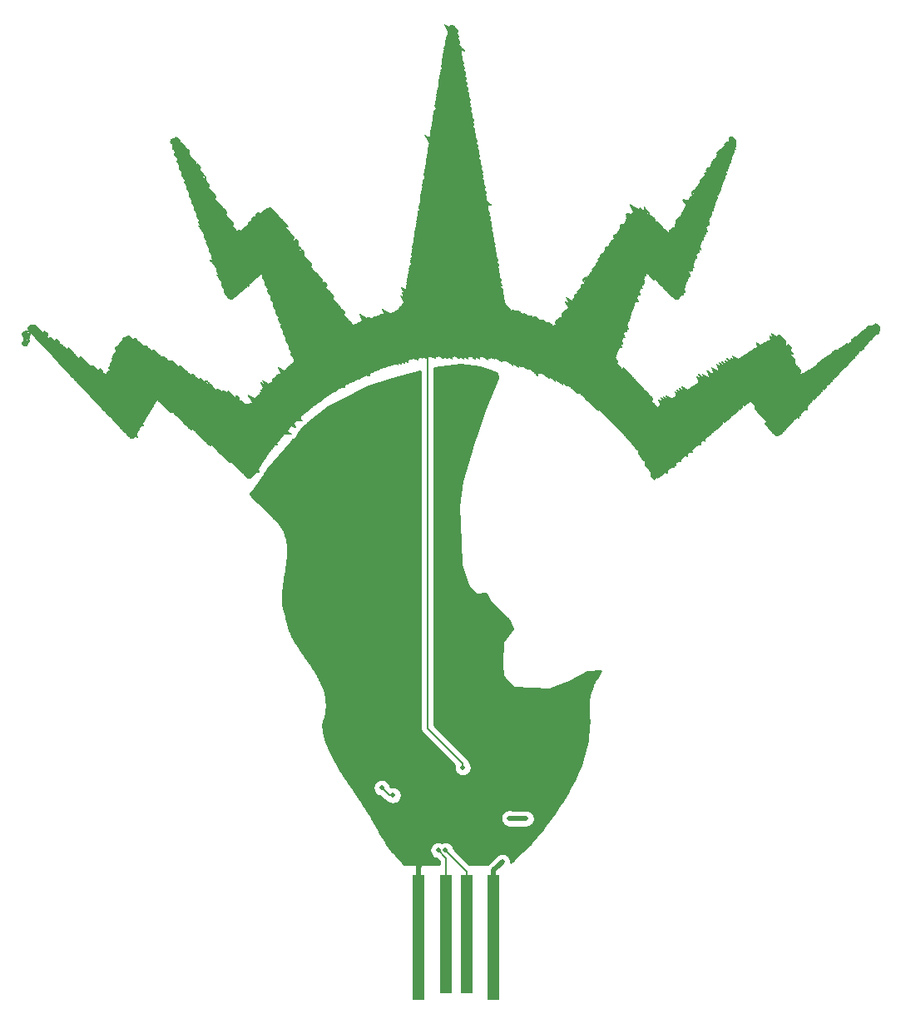
<source format=gbr>
G04 #@! TF.GenerationSoftware,KiCad,Pcbnew,(5.1.8)-1*
G04 #@! TF.CreationDate,2021-05-01T00:31:05-04:00*
G04 #@! TF.ProjectId,pcb,7063622e-6b69-4636-9164-5f7063625858,1*
G04 #@! TF.SameCoordinates,Original*
G04 #@! TF.FileFunction,Copper,L1,Top*
G04 #@! TF.FilePolarity,Positive*
%FSLAX46Y46*%
G04 Gerber Fmt 4.6, Leading zero omitted, Abs format (unit mm)*
G04 Created by KiCad (PCBNEW (5.1.8)-1) date 2021-05-01 00:31:05*
%MOMM*%
%LPD*%
G01*
G04 APERTURE LIST*
G04 #@! TA.AperFunction,EtchedComponent*
%ADD10C,0.010000*%
G04 #@! TD*
G04 #@! TA.AperFunction,SMDPad,CuDef*
%ADD11R,1.270000X12.065000*%
G04 #@! TD*
G04 #@! TA.AperFunction,SMDPad,CuDef*
%ADD12R,1.270000X12.700000*%
G04 #@! TD*
G04 #@! TA.AperFunction,ViaPad*
%ADD13C,0.508000*%
G04 #@! TD*
G04 #@! TA.AperFunction,Conductor*
%ADD14C,0.508000*%
G04 #@! TD*
G04 #@! TA.AperFunction,Conductor*
%ADD15C,0.152400*%
G04 #@! TD*
G04 #@! TA.AperFunction,Conductor*
%ADD16C,0.254000*%
G04 #@! TD*
G04 APERTURE END LIST*
D10*
G36*
X204958331Y-36178631D02*
G01*
X204980908Y-36189840D01*
X205015626Y-36208449D01*
X205060467Y-36233347D01*
X205113417Y-36263428D01*
X205172458Y-36297582D01*
X205192370Y-36309227D01*
X205253164Y-36344777D01*
X205308637Y-36377033D01*
X205356736Y-36404815D01*
X205395408Y-36426944D01*
X205422601Y-36442242D01*
X205436264Y-36449530D01*
X205437425Y-36449979D01*
X205443562Y-36442117D01*
X205452479Y-36422423D01*
X205455169Y-36415290D01*
X205475900Y-36378227D01*
X205509211Y-36340331D01*
X205549760Y-36306502D01*
X205592208Y-36281640D01*
X205607328Y-36275694D01*
X205670122Y-36263660D01*
X205737431Y-36265805D01*
X205802085Y-36281566D01*
X205828746Y-36293124D01*
X205890567Y-36330651D01*
X205957350Y-36381962D01*
X206025896Y-36443891D01*
X206093003Y-36513271D01*
X206155473Y-36586934D01*
X206210103Y-36661715D01*
X206225870Y-36686104D01*
X206256254Y-36735999D01*
X206277458Y-36774753D01*
X206291074Y-36806652D01*
X206298694Y-36835983D01*
X206301910Y-36867031D01*
X206302392Y-36892160D01*
X206297788Y-36952967D01*
X206283000Y-37001988D01*
X206256352Y-37044216D01*
X206248271Y-37053602D01*
X206227437Y-37079844D01*
X206220947Y-37097144D01*
X206223027Y-37103415D01*
X206232434Y-37115936D01*
X206250168Y-37139318D01*
X206273128Y-37169474D01*
X206284929Y-37184941D01*
X206311625Y-37221506D01*
X206336335Y-37258133D01*
X206354852Y-37288501D01*
X206358880Y-37296060D01*
X206379240Y-37354658D01*
X206385321Y-37417098D01*
X206377683Y-37478782D01*
X206356882Y-37535116D01*
X206324348Y-37580616D01*
X206290019Y-37615772D01*
X206345621Y-37678531D01*
X206393542Y-37733092D01*
X206430524Y-37776438D01*
X206458520Y-37811062D01*
X206479480Y-37839456D01*
X206495356Y-37864111D01*
X206505847Y-37883085D01*
X206529727Y-37947882D01*
X206536386Y-38013914D01*
X206526106Y-38078100D01*
X206499171Y-38137359D01*
X206480086Y-38163535D01*
X206441693Y-38209391D01*
X206497740Y-38275484D01*
X206526884Y-38311988D01*
X206554530Y-38350262D01*
X206575762Y-38383410D01*
X206579796Y-38390658D01*
X206594754Y-38413271D01*
X206621001Y-38445662D01*
X206659098Y-38488449D01*
X206709610Y-38542252D01*
X206773098Y-38607689D01*
X206822936Y-38658108D01*
X206874969Y-38710683D01*
X206922271Y-38758952D01*
X206963322Y-38801326D01*
X206996600Y-38836214D01*
X207020584Y-38862028D01*
X207033752Y-38877176D01*
X207035793Y-38880547D01*
X207025821Y-38879675D01*
X207000088Y-38875051D01*
X206961157Y-38867203D01*
X206911588Y-38856659D01*
X206853943Y-38843947D01*
X206810444Y-38834107D01*
X206748479Y-38820003D01*
X206692639Y-38807396D01*
X206645531Y-38796867D01*
X206609761Y-38788995D01*
X206587935Y-38784360D01*
X206582377Y-38783353D01*
X206583691Y-38789877D01*
X206594301Y-38807016D01*
X206607450Y-38825121D01*
X206649958Y-38895507D01*
X206674719Y-38972113D01*
X206681885Y-39046518D01*
X206678177Y-39103311D01*
X206665612Y-39148461D01*
X206642092Y-39187885D01*
X206624452Y-39208497D01*
X206600534Y-39234069D01*
X206637610Y-39274349D01*
X206697839Y-39348014D01*
X206740120Y-39418965D01*
X206764946Y-39488224D01*
X206772815Y-39554922D01*
X206768957Y-39605351D01*
X206755795Y-39650427D01*
X206730944Y-39697190D01*
X206717995Y-39716786D01*
X206690351Y-39756965D01*
X206758846Y-39835641D01*
X206808749Y-39897274D01*
X206844528Y-39952278D01*
X206867934Y-40004119D01*
X206880719Y-40056265D01*
X206883608Y-40082559D01*
X206884938Y-40121462D01*
X206881116Y-40151666D01*
X206870412Y-40182974D01*
X206862828Y-40200165D01*
X206846174Y-40233032D01*
X206828891Y-40261690D01*
X206817559Y-40276626D01*
X206797538Y-40297937D01*
X206818354Y-40323691D01*
X206864326Y-40382307D01*
X206903487Y-40435731D01*
X206934265Y-40481649D01*
X206955092Y-40517750D01*
X206963266Y-40537093D01*
X206974430Y-40598724D01*
X206972650Y-40660954D01*
X206958885Y-40719338D01*
X206934094Y-40769432D01*
X206906344Y-40801089D01*
X206881449Y-40822503D01*
X206919221Y-40863492D01*
X206956307Y-40906151D01*
X206993290Y-40952915D01*
X207027284Y-40999735D01*
X207055407Y-41042567D01*
X207074775Y-41077363D01*
X207079554Y-41088471D01*
X207088139Y-41121241D01*
X207094088Y-41162283D01*
X207095823Y-41191941D01*
X207094254Y-41233596D01*
X207086841Y-41267088D01*
X207071237Y-41302737D01*
X207070165Y-41304830D01*
X207052655Y-41335173D01*
X207034898Y-41360212D01*
X207024239Y-41371437D01*
X207015029Y-41379586D01*
X207012109Y-41387803D01*
X207016864Y-41399854D01*
X207030682Y-41419504D01*
X207051929Y-41446697D01*
X207091642Y-41499093D01*
X207119952Y-41542252D01*
X207138788Y-41580209D01*
X207150080Y-41617004D01*
X207155758Y-41656672D01*
X207156387Y-41665267D01*
X207157797Y-41703927D01*
X207154991Y-41733342D01*
X207146315Y-41762419D01*
X207132265Y-41795351D01*
X207115638Y-41828058D01*
X207098868Y-41854624D01*
X207085460Y-41869533D01*
X207084942Y-41869873D01*
X207076918Y-41876142D01*
X207075136Y-41883734D01*
X207081203Y-41895704D01*
X207096724Y-41915110D01*
X207123305Y-41945006D01*
X207125983Y-41947971D01*
X207181569Y-42017474D01*
X207219163Y-42083521D01*
X207239048Y-42147132D01*
X207241506Y-42209325D01*
X207226820Y-42271119D01*
X207220173Y-42287370D01*
X207202890Y-42321657D01*
X207183812Y-42352575D01*
X207170557Y-42369477D01*
X207145989Y-42395140D01*
X207192532Y-42444737D01*
X207251518Y-42511820D01*
X207298106Y-42573841D01*
X207331054Y-42629005D01*
X207346746Y-42666971D01*
X207357154Y-42723997D01*
X207355798Y-42783520D01*
X207343750Y-42840737D01*
X207322079Y-42890841D01*
X207291855Y-42929026D01*
X207287565Y-42932693D01*
X207279923Y-42939974D01*
X207277521Y-42947974D01*
X207281810Y-42959783D01*
X207294241Y-42978493D01*
X207316265Y-43007194D01*
X207331731Y-43026767D01*
X207383517Y-43097014D01*
X207420303Y-43159286D01*
X207442711Y-43216094D01*
X207451364Y-43269951D01*
X207446883Y-43323368D01*
X207429890Y-43378856D01*
X207422947Y-43395169D01*
X207407327Y-43426228D01*
X207392231Y-43450012D01*
X207380858Y-43461503D01*
X207380613Y-43461603D01*
X207370048Y-43467783D01*
X207367447Y-43477191D01*
X207373975Y-43492427D01*
X207390796Y-43516092D01*
X207419072Y-43550789D01*
X207422153Y-43554464D01*
X207472888Y-43617351D01*
X207510920Y-43670860D01*
X207537721Y-43717987D01*
X207554762Y-43761727D01*
X207563515Y-43805076D01*
X207565521Y-43846308D01*
X207555912Y-43910167D01*
X207529471Y-43972110D01*
X207500087Y-44014056D01*
X207477073Y-44041406D01*
X207500165Y-44072203D01*
X207543992Y-44142818D01*
X207569663Y-44213062D01*
X207577117Y-44282115D01*
X207566294Y-44349157D01*
X207537134Y-44413369D01*
X207526585Y-44429436D01*
X207491109Y-44480079D01*
X207564975Y-44564354D01*
X207596578Y-44602015D01*
X207625368Y-44639211D01*
X207647823Y-44671224D01*
X207659114Y-44690452D01*
X207676626Y-44742293D01*
X207683539Y-44799655D01*
X207680247Y-44857281D01*
X207667142Y-44909916D01*
X207644618Y-44952304D01*
X207639032Y-44959074D01*
X207616279Y-44984574D01*
X207602874Y-45002961D01*
X207599375Y-45018458D01*
X207606341Y-45035289D01*
X207624331Y-45057675D01*
X207653904Y-45089841D01*
X207656748Y-45092920D01*
X207712210Y-45156290D01*
X207753414Y-45211629D01*
X207781554Y-45261639D01*
X207797824Y-45309023D01*
X207803420Y-45356482D01*
X207799535Y-45406719D01*
X207798421Y-45413454D01*
X207787215Y-45459764D01*
X207770311Y-45495407D01*
X207756920Y-45513942D01*
X207738003Y-45537895D01*
X207723773Y-45556944D01*
X207719587Y-45563182D01*
X207722583Y-45575164D01*
X207737102Y-45598931D01*
X207761820Y-45632522D01*
X207789308Y-45666663D01*
X207833284Y-45720867D01*
X207865889Y-45764921D01*
X207888758Y-45802274D01*
X207903526Y-45836371D01*
X207911826Y-45870662D01*
X207915292Y-45908593D01*
X207915732Y-45933368D01*
X207915346Y-45973140D01*
X207912952Y-46000482D01*
X207906776Y-46021780D01*
X207895045Y-46043416D01*
X207878167Y-46068606D01*
X207857874Y-46096456D01*
X207840374Y-46117588D01*
X207829355Y-46127561D01*
X207829142Y-46127650D01*
X207828344Y-46137013D01*
X207839759Y-46158715D01*
X207862679Y-46191418D01*
X207863902Y-46193037D01*
X207903801Y-46258423D01*
X207924933Y-46324313D01*
X207927285Y-46390588D01*
X207910842Y-46457127D01*
X207898205Y-46485368D01*
X207881357Y-46514711D01*
X207863936Y-46539191D01*
X207856239Y-46547529D01*
X207848520Y-46555248D01*
X207845542Y-46562970D01*
X207848829Y-46573520D01*
X207859904Y-46589722D01*
X207880291Y-46614400D01*
X207911514Y-46650378D01*
X207912066Y-46651011D01*
X207944264Y-46689670D01*
X207973989Y-46728509D01*
X207997618Y-46762614D01*
X208010156Y-46784111D01*
X208037192Y-46856549D01*
X208045770Y-46926128D01*
X208035857Y-46993795D01*
X208007422Y-47060494D01*
X208000344Y-47072455D01*
X207983676Y-47100239D01*
X207971872Y-47121373D01*
X207967555Y-47131067D01*
X207973507Y-47139853D01*
X207989583Y-47159290D01*
X208013118Y-47186233D01*
X208033498Y-47208859D01*
X208083825Y-47269158D01*
X208119238Y-47324281D01*
X208141532Y-47377702D01*
X208152503Y-47432895D01*
X208153206Y-47440568D01*
X208149579Y-47506575D01*
X208129259Y-47569634D01*
X208093941Y-47624826D01*
X208087041Y-47632566D01*
X208059031Y-47662577D01*
X208113036Y-47721936D01*
X208174863Y-47794450D01*
X208221127Y-47859516D01*
X208252678Y-47918890D01*
X208270366Y-47974324D01*
X208275039Y-48027572D01*
X208272992Y-48052262D01*
X208258729Y-48110102D01*
X208233870Y-48162160D01*
X208207630Y-48195892D01*
X208185968Y-48217554D01*
X208227675Y-48266415D01*
X208278223Y-48328675D01*
X208315457Y-48382231D01*
X208340845Y-48430023D01*
X208355853Y-48474988D01*
X208361950Y-48520064D01*
X208362254Y-48535866D01*
X208357781Y-48596667D01*
X208343899Y-48646461D01*
X208318588Y-48691544D01*
X208307575Y-48706218D01*
X208287828Y-48732693D01*
X208279913Y-48750148D01*
X208283186Y-48763645D01*
X208297003Y-48778249D01*
X208298271Y-48779375D01*
X208312713Y-48794684D01*
X208334535Y-48820790D01*
X208360088Y-48853247D01*
X208373326Y-48870743D01*
X208416878Y-48937467D01*
X208444074Y-48999773D01*
X208455983Y-49060343D01*
X208456741Y-49080349D01*
X208451927Y-49113959D01*
X208439314Y-49155077D01*
X208421645Y-49197149D01*
X208401666Y-49233622D01*
X208382538Y-49257574D01*
X208362206Y-49275703D01*
X208389669Y-49304611D01*
X208408540Y-49326196D01*
X208433538Y-49357064D01*
X208459825Y-49391209D01*
X208464622Y-49397647D01*
X208504724Y-49462800D01*
X208526429Y-49526070D01*
X208529836Y-49589029D01*
X208515045Y-49653249D01*
X208484630Y-49716176D01*
X208446843Y-49779781D01*
X208528433Y-49878658D01*
X208559579Y-49915407D01*
X208587685Y-49946738D01*
X208610061Y-49969782D01*
X208624022Y-49981674D01*
X208625805Y-49982544D01*
X208638636Y-49996050D01*
X208642802Y-50018017D01*
X208644220Y-50042695D01*
X208646789Y-50078500D01*
X208649961Y-50117821D01*
X208650067Y-50119061D01*
X208652552Y-50158267D01*
X208651118Y-50186922D01*
X208644569Y-50213092D01*
X208631704Y-50244842D01*
X208631208Y-50245966D01*
X208615051Y-50278976D01*
X208598374Y-50307537D01*
X208587090Y-50322738D01*
X208567881Y-50343185D01*
X208634575Y-50425629D01*
X208664242Y-50463877D01*
X208691472Y-50501784D01*
X208712658Y-50534184D01*
X208722027Y-50550956D01*
X208741386Y-50609260D01*
X208746871Y-50671563D01*
X208739080Y-50733138D01*
X208718611Y-50789256D01*
X208686134Y-50835114D01*
X208652331Y-50869731D01*
X208717035Y-50949717D01*
X208759073Y-51003742D01*
X208789486Y-51048628D01*
X208810141Y-51088349D01*
X208822905Y-51126881D01*
X208829644Y-51168197D01*
X208831449Y-51193338D01*
X208832658Y-51231735D01*
X208830677Y-51258768D01*
X208823911Y-51281817D01*
X208810762Y-51308267D01*
X208803991Y-51320338D01*
X208787161Y-51348543D01*
X208773214Y-51369347D01*
X208765388Y-51378062D01*
X208758252Y-51387659D01*
X208764577Y-51406297D01*
X208780244Y-51429646D01*
X208797271Y-51455064D01*
X208817117Y-51488518D01*
X208829493Y-51511333D01*
X208842430Y-51538378D01*
X208850418Y-51562548D01*
X208854627Y-51589975D01*
X208856226Y-51626791D01*
X208856416Y-51652444D01*
X208854259Y-51710925D01*
X208846556Y-51755989D01*
X208831769Y-51792602D01*
X208808363Y-51825731D01*
X208799838Y-51835294D01*
X208777768Y-51859108D01*
X208858524Y-51950980D01*
X208890898Y-51989257D01*
X208919951Y-52026253D01*
X208942577Y-52057840D01*
X208955669Y-52079886D01*
X208955937Y-52080481D01*
X208977165Y-52149474D01*
X208979632Y-52217744D01*
X208963392Y-52284800D01*
X208928497Y-52350149D01*
X208926593Y-52352894D01*
X208890161Y-52404903D01*
X208946875Y-52468470D01*
X209006556Y-52539604D01*
X209051066Y-52602885D01*
X209081273Y-52660288D01*
X209098048Y-52713791D01*
X209102261Y-52765371D01*
X209096688Y-52808841D01*
X209082759Y-52857772D01*
X209062769Y-52896679D01*
X209033218Y-52933264D01*
X209010058Y-52958195D01*
X209067227Y-53030137D01*
X209109003Y-53084681D01*
X209139492Y-53129746D01*
X209160766Y-53169101D01*
X209174897Y-53206515D01*
X209183085Y-53240910D01*
X209186630Y-53305396D01*
X209174816Y-53369411D01*
X209149030Y-53427356D01*
X209130336Y-53453500D01*
X209099220Y-53490562D01*
X209141484Y-53542451D01*
X209181126Y-53597735D01*
X209213172Y-53655601D01*
X209235583Y-53711573D01*
X209246322Y-53761173D01*
X209246963Y-53774194D01*
X209241861Y-53830359D01*
X209227753Y-53882247D01*
X209206434Y-53924398D01*
X209191831Y-53941891D01*
X209164479Y-53968096D01*
X209222233Y-54044992D01*
X209249033Y-54082164D01*
X209273200Y-54118337D01*
X209291186Y-54148079D01*
X209297062Y-54159518D01*
X209305284Y-54173626D01*
X209318968Y-54190294D01*
X209339783Y-54211015D01*
X209369395Y-54237284D01*
X209409474Y-54270593D01*
X209461686Y-54312436D01*
X209512433Y-54352370D01*
X209571545Y-54398721D01*
X209617178Y-54434830D01*
X209650709Y-54462006D01*
X209673514Y-54481555D01*
X209686969Y-54494785D01*
X209692450Y-54503001D01*
X209691332Y-54507511D01*
X209684993Y-54509621D01*
X209678753Y-54510323D01*
X209659501Y-54511510D01*
X209624974Y-54513185D01*
X209578702Y-54515196D01*
X209524213Y-54517389D01*
X209465038Y-54519612D01*
X209461762Y-54519731D01*
X209276747Y-54526407D01*
X209319703Y-54582852D01*
X209345583Y-54619725D01*
X209370442Y-54659866D01*
X209387119Y-54691037D01*
X209405538Y-54745923D01*
X209412736Y-54805167D01*
X209409287Y-54864358D01*
X209395764Y-54919086D01*
X209372740Y-54964940D01*
X209347954Y-54992199D01*
X209340711Y-54998904D01*
X209337886Y-55006226D01*
X209340892Y-55016801D01*
X209351137Y-55033262D01*
X209370033Y-55058243D01*
X209398990Y-55094377D01*
X209409849Y-55107784D01*
X209462426Y-55175730D01*
X209501509Y-55234199D01*
X209527990Y-55285840D01*
X209542758Y-55333307D01*
X209546704Y-55379250D01*
X209540717Y-55426322D01*
X209529841Y-55465176D01*
X209513498Y-55506392D01*
X209495129Y-55534652D01*
X209476914Y-55551581D01*
X209457073Y-55568282D01*
X209445628Y-55580948D01*
X209444518Y-55583720D01*
X209450488Y-55593354D01*
X209466608Y-55613496D01*
X209490192Y-55640898D01*
X209510224Y-55663228D01*
X209559146Y-55721140D01*
X209593828Y-55772963D01*
X209616144Y-55822319D01*
X209627969Y-55872830D01*
X209630252Y-55895185D01*
X209631444Y-55931293D01*
X209628036Y-55960202D01*
X209618351Y-55990513D01*
X209606056Y-56019121D01*
X209589401Y-56051612D01*
X209572461Y-56077700D01*
X209558759Y-56091996D01*
X209558157Y-56092339D01*
X209550237Y-56097732D01*
X209547960Y-56104845D01*
X209552762Y-56116565D01*
X209566076Y-56135776D01*
X209589337Y-56165364D01*
X209602680Y-56181902D01*
X209646796Y-56238913D01*
X209678708Y-56286806D01*
X209700088Y-56329169D01*
X209712608Y-56369592D01*
X209717939Y-56411665D01*
X209718435Y-56430459D01*
X209717608Y-56466978D01*
X209713477Y-56494922D01*
X209703976Y-56521885D01*
X209687042Y-56555463D01*
X209681886Y-56564907D01*
X209645122Y-56631775D01*
X209695538Y-56698572D01*
X209734518Y-56752662D01*
X209761957Y-56797530D01*
X209779604Y-56837270D01*
X209789211Y-56875976D01*
X209792528Y-56917743D01*
X209792592Y-56925545D01*
X209788512Y-56977000D01*
X209777376Y-57026992D01*
X209760843Y-57070628D01*
X209740572Y-57103015D01*
X209728700Y-57114072D01*
X209721122Y-57120108D01*
X209717911Y-57126880D01*
X209720438Y-57136930D01*
X209730075Y-57152804D01*
X209748193Y-57177045D01*
X209776163Y-57212197D01*
X209792555Y-57232532D01*
X209835881Y-57287266D01*
X209868194Y-57331371D01*
X209891066Y-57368201D01*
X209906068Y-57401115D01*
X209914772Y-57433469D01*
X209918751Y-57468620D01*
X209919590Y-57503852D01*
X209919096Y-57543886D01*
X209916472Y-57571652D01*
X209910003Y-57593690D01*
X209897973Y-57616544D01*
X209884429Y-57637907D01*
X209865545Y-57665021D01*
X209849622Y-57684431D01*
X209840060Y-57691998D01*
X209839974Y-57692000D01*
X209841821Y-57698868D01*
X209853571Y-57717622D01*
X209873336Y-57745485D01*
X209899228Y-57779683D01*
X209902313Y-57783641D01*
X209948089Y-57845277D01*
X209980971Y-57897783D01*
X210002148Y-57944500D01*
X210012813Y-57988769D01*
X210014155Y-58033934D01*
X210007983Y-58080178D01*
X209997380Y-58121169D01*
X209981353Y-58152707D01*
X209960497Y-58178623D01*
X209940866Y-58200986D01*
X209927719Y-58217485D01*
X209924296Y-58223338D01*
X209929789Y-58232291D01*
X209944639Y-58252622D01*
X209966401Y-58281055D01*
X209985895Y-58305863D01*
X210016018Y-58346255D01*
X210045049Y-58389391D01*
X210068492Y-58428425D01*
X210076502Y-58443823D01*
X210091343Y-58476505D01*
X210099519Y-58502129D01*
X210102415Y-58528433D01*
X210101414Y-58563154D01*
X210100468Y-58577746D01*
X210096855Y-58617506D01*
X210091070Y-58645493D01*
X210080827Y-58668747D01*
X210063836Y-58694311D01*
X210061602Y-58697368D01*
X210043617Y-58723373D01*
X210031349Y-58743985D01*
X210027778Y-58753200D01*
X210032470Y-58764982D01*
X210045074Y-58788602D01*
X210063375Y-58820037D01*
X210075254Y-58839502D01*
X210102489Y-58884432D01*
X210121395Y-58919008D01*
X210134233Y-58948429D01*
X210143260Y-58977894D01*
X210150736Y-59012602D01*
X210150941Y-59013681D01*
X210153968Y-59078962D01*
X210139046Y-59144246D01*
X210109130Y-59203167D01*
X210078245Y-59250063D01*
X210126539Y-59303204D01*
X210155577Y-59338668D01*
X210183514Y-59378564D01*
X210202434Y-59410821D01*
X210215609Y-59438707D01*
X210223791Y-59463067D01*
X210228143Y-59490021D01*
X210229825Y-59525688D01*
X210230037Y-59556341D01*
X210229545Y-59600027D01*
X210227507Y-59629581D01*
X210223081Y-59649674D01*
X210215424Y-59664974D01*
X210208819Y-59673934D01*
X210183771Y-59705284D01*
X210169566Y-59726703D01*
X210166197Y-59743630D01*
X210173656Y-59761502D01*
X210191936Y-59785758D01*
X210208627Y-59806300D01*
X210255681Y-59866779D01*
X210295758Y-59922733D01*
X210327247Y-59971698D01*
X210348532Y-60011210D01*
X210356519Y-60032007D01*
X210363859Y-60074143D01*
X210365986Y-60123110D01*
X210362943Y-60170348D01*
X210355677Y-60204726D01*
X210343235Y-60231090D01*
X210323796Y-60261926D01*
X210312885Y-60276476D01*
X210280861Y-60316248D01*
X210346122Y-60400690D01*
X210388423Y-60457861D01*
X210418982Y-60505531D01*
X210439602Y-60547255D01*
X210452085Y-60586593D01*
X210457637Y-60620729D01*
X210457101Y-60668744D01*
X210447462Y-60718943D01*
X210430608Y-60765547D01*
X210408425Y-60802773D01*
X210393123Y-60818376D01*
X210364818Y-60840528D01*
X210410830Y-60893108D01*
X210459519Y-60958680D01*
X210493423Y-61026027D01*
X210512270Y-61093043D01*
X210515786Y-61157625D01*
X210503698Y-61217668D01*
X210475734Y-61271066D01*
X210462041Y-61287912D01*
X210429456Y-61323980D01*
X210458973Y-61363601D01*
X210508918Y-61433425D01*
X210546538Y-61492515D01*
X210573187Y-61543053D01*
X210579802Y-61558219D01*
X210597960Y-61624537D01*
X210600009Y-61692503D01*
X210586419Y-61757907D01*
X210557658Y-61816536D01*
X210549788Y-61827524D01*
X210526537Y-61858007D01*
X210592531Y-61945763D01*
X210632184Y-62000233D01*
X210661219Y-62044910D01*
X210681736Y-62083864D01*
X210695838Y-62121165D01*
X210705627Y-62160882D01*
X210706788Y-62166943D01*
X210709730Y-62232716D01*
X210695069Y-62297744D01*
X210663740Y-62358067D01*
X210660614Y-62362472D01*
X210634452Y-62398551D01*
X210710812Y-62513979D01*
X210753359Y-62581882D01*
X210783298Y-62638255D01*
X210801402Y-62684796D01*
X210808441Y-62723201D01*
X210808592Y-62729129D01*
X210805415Y-62736530D01*
X210793614Y-62741085D01*
X210769789Y-62743461D01*
X210730981Y-62744320D01*
X210689187Y-62745389D01*
X210649877Y-62747716D01*
X210620607Y-62750833D01*
X210617349Y-62751375D01*
X210581328Y-62757889D01*
X210647426Y-62833849D01*
X210689955Y-62884251D01*
X210734270Y-62939443D01*
X210777964Y-62996177D01*
X210818631Y-63051206D01*
X210853863Y-63101284D01*
X210881253Y-63143163D01*
X210896661Y-63170065D01*
X210917437Y-63225657D01*
X210927531Y-63280762D01*
X210929761Y-63312853D01*
X210928289Y-63337353D01*
X210921578Y-63361209D01*
X210908090Y-63391369D01*
X210899011Y-63409623D01*
X210882068Y-63441190D01*
X210867321Y-63464952D01*
X210857336Y-63476883D01*
X210855722Y-63477556D01*
X210856618Y-63484795D01*
X210866298Y-63504310D01*
X210882996Y-63532796D01*
X210897174Y-63555167D01*
X210942798Y-63628569D01*
X210976318Y-63690408D01*
X210998671Y-63742683D01*
X211010796Y-63787392D01*
X211012809Y-63801737D01*
X211011662Y-63868128D01*
X210995734Y-63932150D01*
X210972322Y-63978829D01*
X210959454Y-64003002D01*
X210954901Y-64021489D01*
X210955943Y-64025867D01*
X210964666Y-64038710D01*
X210981183Y-64061900D01*
X211002089Y-64090665D01*
X211004346Y-64093741D01*
X211030759Y-64132197D01*
X211057430Y-64174999D01*
X211075222Y-64206630D01*
X211090199Y-64237553D01*
X211099065Y-64263932D01*
X211103387Y-64292990D01*
X211104729Y-64331953D01*
X211104781Y-64343037D01*
X211103688Y-64388606D01*
X211099482Y-64421913D01*
X211091067Y-64449406D01*
X211084068Y-64464742D01*
X211071974Y-64492066D01*
X211069306Y-64509232D01*
X211074661Y-64521186D01*
X211095037Y-64546171D01*
X211126350Y-64583038D01*
X211166828Y-64629798D01*
X211214694Y-64684464D01*
X211268174Y-64745046D01*
X211325493Y-64809556D01*
X211384878Y-64876006D01*
X211444552Y-64942407D01*
X211502742Y-65006772D01*
X211557673Y-65067111D01*
X211607569Y-65121436D01*
X211650658Y-65167759D01*
X211670456Y-65188732D01*
X211754489Y-65277131D01*
X211801300Y-65256012D01*
X211871511Y-65233917D01*
X211942087Y-65230440D01*
X212012095Y-65245428D01*
X212080600Y-65278728D01*
X212121651Y-65308293D01*
X212148028Y-65328914D01*
X212169000Y-65343728D01*
X212180152Y-65349623D01*
X212180301Y-65349630D01*
X212191538Y-65343390D01*
X212208319Y-65328191D01*
X212210008Y-65326418D01*
X212243271Y-65302782D01*
X212288902Y-65286133D01*
X212341576Y-65277057D01*
X212395970Y-65276138D01*
X212446759Y-65283963D01*
X212480751Y-65296669D01*
X212505812Y-65312688D01*
X212542571Y-65340510D01*
X212589342Y-65378716D01*
X212644439Y-65425885D01*
X212706176Y-65480597D01*
X212772867Y-65541432D01*
X212787985Y-65555448D01*
X212831007Y-65594968D01*
X212862573Y-65622635D01*
X212884578Y-65639855D01*
X212898912Y-65648034D01*
X212907471Y-65648578D01*
X212910281Y-65646292D01*
X212928419Y-65632715D01*
X212959187Y-65618750D01*
X212996550Y-65606398D01*
X213034476Y-65597661D01*
X213066370Y-65594534D01*
X213111166Y-65598838D01*
X213155960Y-65612097D01*
X213203978Y-65635816D01*
X213258446Y-65671500D01*
X213302509Y-65704694D01*
X213343763Y-65737802D01*
X213383723Y-65771225D01*
X213417823Y-65801063D01*
X213441454Y-65823371D01*
X213482576Y-65865368D01*
X213529284Y-65831812D01*
X213557576Y-65813197D01*
X213582697Y-65802346D01*
X213612614Y-65796624D01*
X213643385Y-65794089D01*
X213695871Y-65793916D01*
X213741940Y-65801600D01*
X213785446Y-65818872D01*
X213830247Y-65847464D01*
X213880197Y-65889109D01*
X213903842Y-65911103D01*
X213987977Y-65991167D01*
X214025501Y-65961447D01*
X214064966Y-65935107D01*
X214105605Y-65919828D01*
X214154060Y-65913589D01*
X214183833Y-65913234D01*
X214211516Y-65914444D01*
X214237008Y-65917996D01*
X214262073Y-65925059D01*
X214288479Y-65936801D01*
X214317992Y-65954388D01*
X214352379Y-65978989D01*
X214393406Y-66011770D01*
X214442839Y-66053901D01*
X214502447Y-66106548D01*
X214573994Y-66170879D01*
X214574958Y-66171750D01*
X214617202Y-66209604D01*
X214647960Y-66236135D01*
X214669478Y-66252884D01*
X214683997Y-66261396D01*
X214693762Y-66263212D01*
X214701016Y-66259875D01*
X214701958Y-66259086D01*
X214746545Y-66231329D01*
X214801991Y-66214065D01*
X214862976Y-66208183D01*
X214924180Y-66214572D01*
X214941729Y-66218997D01*
X214974467Y-66232343D01*
X215013710Y-66255616D01*
X215060665Y-66289744D01*
X215116540Y-66335650D01*
X215182544Y-66394259D01*
X215237951Y-66445722D01*
X215272009Y-66477456D01*
X215295521Y-66497879D01*
X215311421Y-66508802D01*
X215322646Y-66512039D01*
X215332131Y-66509402D01*
X215336729Y-66506708D01*
X215381310Y-66481447D01*
X215421869Y-66466927D01*
X215466977Y-66460694D01*
X215500082Y-66459910D01*
X215545149Y-66461770D01*
X215582856Y-66468390D01*
X215617401Y-66481751D01*
X215652981Y-66503837D01*
X215693792Y-66536630D01*
X215728667Y-66567887D01*
X215767033Y-66602878D01*
X215813864Y-66645161D01*
X215863475Y-66689628D01*
X215910183Y-66731166D01*
X215914149Y-66734675D01*
X216019669Y-66827948D01*
X216084624Y-66793815D01*
X216125770Y-66774114D01*
X216159165Y-66763444D01*
X216192164Y-66759622D01*
X216200178Y-66759483D01*
X216230571Y-66758099D01*
X216251959Y-66751963D01*
X216272317Y-66737655D01*
X216290359Y-66720817D01*
X216329940Y-66682350D01*
X216303635Y-66652390D01*
X216277203Y-66616011D01*
X216254730Y-66573792D01*
X216239740Y-66533045D01*
X216235726Y-66511444D01*
X216237270Y-66437621D01*
X216253570Y-66371950D01*
X216283538Y-66316192D01*
X216326089Y-66272109D01*
X216380137Y-66241463D01*
X216407639Y-66232597D01*
X216435048Y-66224267D01*
X216452476Y-66213350D01*
X216466054Y-66194472D01*
X216477722Y-66171174D01*
X216513772Y-66114815D01*
X216561566Y-66069994D01*
X216617864Y-66038560D01*
X216679428Y-66022362D01*
X216738114Y-66022529D01*
X216769753Y-66028080D01*
X216795723Y-66034847D01*
X216804507Y-66038343D01*
X216817842Y-66041296D01*
X216833349Y-66034159D01*
X216855645Y-66014708D01*
X216857659Y-66012751D01*
X216878366Y-65991077D01*
X216887453Y-65975387D01*
X216887572Y-65959401D01*
X216884837Y-65948423D01*
X216875705Y-65883713D01*
X216884390Y-65819176D01*
X216910090Y-65757704D01*
X216952006Y-65702192D01*
X216953365Y-65700793D01*
X216991728Y-65661550D01*
X216955733Y-65617622D01*
X216919737Y-65573695D01*
X217087671Y-65412273D01*
X217144731Y-65357490D01*
X217189824Y-65314485D01*
X217224521Y-65281971D01*
X217250395Y-65258660D01*
X217269016Y-65243264D01*
X217281955Y-65234495D01*
X217290783Y-65231066D01*
X217297073Y-65231689D01*
X217302394Y-65235077D01*
X217303133Y-65235683D01*
X217310822Y-65235995D01*
X217324855Y-65227846D01*
X217346647Y-65210029D01*
X217377615Y-65181336D01*
X217419175Y-65140562D01*
X217443840Y-65115801D01*
X217483605Y-65075306D01*
X217518379Y-65039199D01*
X217546130Y-65009646D01*
X217564829Y-64988813D01*
X217572444Y-64978865D01*
X217572518Y-64978539D01*
X217568010Y-64968931D01*
X217555187Y-64944898D01*
X217535103Y-64908334D01*
X217508812Y-64861128D01*
X217477366Y-64805175D01*
X217441820Y-64742367D01*
X217406537Y-64680392D01*
X217368346Y-64613129D01*
X217333525Y-64551093D01*
X217303091Y-64496152D01*
X217278061Y-64450173D01*
X217259453Y-64415026D01*
X217248284Y-64392576D01*
X217245462Y-64384735D01*
X217255228Y-64386636D01*
X217279937Y-64394645D01*
X217317073Y-64407854D01*
X217364123Y-64425355D01*
X217418571Y-64446241D01*
X217451426Y-64459104D01*
X217508852Y-64481552D01*
X217560196Y-64501251D01*
X217602963Y-64517273D01*
X217634656Y-64528692D01*
X217652779Y-64534579D01*
X217656073Y-64535111D01*
X217652999Y-64526176D01*
X217642653Y-64502232D01*
X217625929Y-64465221D01*
X217603722Y-64417084D01*
X217576926Y-64359762D01*
X217546436Y-64295197D01*
X217517175Y-64233751D01*
X217484187Y-64164353D01*
X217454155Y-64100423D01*
X217427967Y-64043912D01*
X217406513Y-63996772D01*
X217390681Y-63960953D01*
X217381361Y-63938406D01*
X217379253Y-63931093D01*
X217387890Y-63935001D01*
X217410366Y-63948174D01*
X217444856Y-63969457D01*
X217489529Y-63997697D01*
X217542560Y-64031741D01*
X217602120Y-64070435D01*
X217653609Y-64104207D01*
X217718262Y-64146776D01*
X217778788Y-64186605D01*
X217833170Y-64222368D01*
X217879388Y-64252740D01*
X217915425Y-64276394D01*
X217939264Y-64292003D01*
X217947866Y-64297596D01*
X217961617Y-64305443D01*
X217973013Y-64306585D01*
X217986941Y-64299307D01*
X218008286Y-64281895D01*
X218018871Y-64272691D01*
X218065409Y-64232079D01*
X218038179Y-64196378D01*
X218010948Y-64160676D01*
X218114870Y-64061357D01*
X218218793Y-63962037D01*
X218200406Y-63920600D01*
X218185740Y-63868513D01*
X218182777Y-63825280D01*
X218184285Y-63797827D01*
X218189235Y-63773924D01*
X218199577Y-63748215D01*
X218217263Y-63715343D01*
X218231806Y-63690629D01*
X218254674Y-63653222D01*
X218272044Y-63628405D01*
X218287683Y-63612390D01*
X218305357Y-63601391D01*
X218328833Y-63591623D01*
X218331169Y-63590746D01*
X218364494Y-63580024D01*
X218395016Y-63573088D01*
X218409210Y-63571630D01*
X218429557Y-63567970D01*
X218441854Y-63553442D01*
X218446807Y-63541085D01*
X218459564Y-63516941D01*
X218480664Y-63488302D01*
X218495538Y-63471738D01*
X218533620Y-63432934D01*
X218505016Y-63400356D01*
X218476412Y-63367777D01*
X218683050Y-63160631D01*
X218889689Y-62953485D01*
X218874719Y-62912131D01*
X218865373Y-62866757D01*
X218864814Y-62812788D01*
X218872446Y-62757935D01*
X218887674Y-62709913D01*
X218890875Y-62703181D01*
X218927980Y-62649440D01*
X218977004Y-62608277D01*
X219034899Y-62580864D01*
X219098618Y-62568376D01*
X219165114Y-62571988D01*
X219204704Y-62582245D01*
X219261148Y-62601461D01*
X219287168Y-62576642D01*
X219305806Y-62554406D01*
X219307924Y-62539504D01*
X219293522Y-62532675D01*
X219287226Y-62532315D01*
X219274877Y-62525030D01*
X219254087Y-62505288D01*
X219227226Y-62476027D01*
X219196669Y-62440185D01*
X219164787Y-62400702D01*
X219133954Y-62360515D01*
X219106542Y-62322563D01*
X219084923Y-62289784D01*
X219071471Y-62265118D01*
X219071459Y-62265090D01*
X219062957Y-62235130D01*
X219058970Y-62206264D01*
X219152857Y-62206264D01*
X219153947Y-62271607D01*
X219161665Y-62308591D01*
X219171488Y-62335642D01*
X219184685Y-62349437D01*
X219197985Y-62354099D01*
X219220241Y-62359105D01*
X219232926Y-62362106D01*
X219239848Y-62355340D01*
X219245975Y-62335514D01*
X219247579Y-62326006D01*
X219255115Y-62295260D01*
X219268644Y-62258791D01*
X219278153Y-62238442D01*
X219292084Y-62208084D01*
X219301284Y-62181584D01*
X219303481Y-62169087D01*
X219305911Y-62155453D01*
X219314769Y-62158188D01*
X219315556Y-62158828D01*
X219332257Y-62163797D01*
X219339520Y-62161502D01*
X219345776Y-62152946D01*
X219336413Y-62141709D01*
X219320602Y-62125460D01*
X219302803Y-62103113D01*
X219301924Y-62101887D01*
X219282431Y-62074511D01*
X219308827Y-62046959D01*
X219323659Y-62028425D01*
X219324150Y-62019742D01*
X219311882Y-62020746D01*
X219288441Y-62031268D01*
X219255410Y-62051142D01*
X219252802Y-62052864D01*
X219202569Y-62096092D01*
X219169159Y-62147492D01*
X219152857Y-62206264D01*
X219058970Y-62206264D01*
X219057245Y-62193781D01*
X219055471Y-62160029D01*
X219055641Y-62121576D01*
X219058936Y-62094233D01*
X219067295Y-62070335D01*
X219082657Y-62042216D01*
X219087186Y-62034675D01*
X219126216Y-61985185D01*
X219175701Y-61945355D01*
X219230718Y-61918630D01*
X219264994Y-61910220D01*
X219300166Y-61900988D01*
X219333846Y-61886023D01*
X219340943Y-61881646D01*
X219367670Y-61865328D01*
X219385679Y-61861461D01*
X219400838Y-61870606D01*
X219415696Y-61888804D01*
X219437375Y-61918126D01*
X219538136Y-61817677D01*
X219577177Y-61779115D01*
X219605316Y-61752484D01*
X219624705Y-61736166D01*
X219637495Y-61728539D01*
X219645836Y-61727985D01*
X219651441Y-61732344D01*
X219660094Y-61739692D01*
X219670265Y-61738022D01*
X219686293Y-61725527D01*
X219700871Y-61711748D01*
X219722453Y-61689147D01*
X219732589Y-61671675D01*
X219734376Y-61652527D01*
X219733180Y-61640754D01*
X219733062Y-61611414D01*
X219737718Y-61574435D01*
X219742642Y-61551713D01*
X219759954Y-61507822D01*
X219787238Y-61463710D01*
X219820571Y-61424142D01*
X219856030Y-61393881D01*
X219884807Y-61379069D01*
X219915922Y-61367344D01*
X219933570Y-61354198D01*
X219942730Y-61334507D01*
X219946523Y-61315570D01*
X219956168Y-61286926D01*
X219975539Y-61251172D01*
X219993883Y-61224305D01*
X220035558Y-61168596D01*
X220009307Y-61135391D01*
X219983056Y-61102185D01*
X220159715Y-60918765D01*
X220212322Y-60864236D01*
X220253516Y-60821935D01*
X220284891Y-60790493D01*
X220308041Y-60768543D01*
X220324560Y-60754718D01*
X220336042Y-60747651D01*
X220344081Y-60745973D01*
X220350271Y-60748317D01*
X220354459Y-60751711D01*
X220366971Y-60761234D01*
X220377390Y-60760395D01*
X220392063Y-60747637D01*
X220398597Y-60740885D01*
X220415289Y-60720113D01*
X220418592Y-60704386D01*
X220415688Y-60696272D01*
X220403561Y-60656094D01*
X220400852Y-60605894D01*
X220406778Y-60551455D01*
X220420557Y-60498566D01*
X220441405Y-60453011D01*
X220450399Y-60439643D01*
X220473418Y-60414978D01*
X220503406Y-60390473D01*
X220534899Y-60369863D01*
X220562434Y-60356880D01*
X220575323Y-60354296D01*
X220589663Y-60346826D01*
X220592296Y-60335750D01*
X220597536Y-60310195D01*
X220611229Y-60275824D01*
X220630338Y-60238719D01*
X220651825Y-60204961D01*
X220666984Y-60186226D01*
X220696706Y-60154563D01*
X220647624Y-60098133D01*
X220598542Y-60041702D01*
X220708266Y-59933091D01*
X220817991Y-59824479D01*
X220807693Y-59786237D01*
X220801833Y-59731219D01*
X220810780Y-59672613D01*
X220832755Y-59615716D01*
X220865975Y-59565819D01*
X220889804Y-59542082D01*
X220930254Y-59514887D01*
X220977326Y-59493562D01*
X221023316Y-59481230D01*
X221044440Y-59479407D01*
X221068147Y-59477684D01*
X221083072Y-59469371D01*
X221096129Y-59449752D01*
X221100671Y-59441044D01*
X221122560Y-59410087D01*
X221157459Y-59379890D01*
X221180825Y-59364057D01*
X221216715Y-59338932D01*
X221236469Y-59319310D01*
X221241614Y-59305995D01*
X221247929Y-59276280D01*
X221264588Y-59238182D01*
X221288922Y-59196908D01*
X221316798Y-59159398D01*
X221337337Y-59133728D01*
X221347217Y-59116520D01*
X221348483Y-59102357D01*
X221343873Y-59087559D01*
X221338308Y-59064372D01*
X221334222Y-59030093D01*
X221332576Y-58994926D01*
X221333863Y-58952879D01*
X221339965Y-58920492D01*
X221352769Y-58888839D01*
X221356619Y-58881190D01*
X221395673Y-58823165D01*
X221444485Y-58780838D01*
X221502126Y-58754799D01*
X221567671Y-58745638D01*
X221569758Y-58745630D01*
X221596548Y-58745067D01*
X221615807Y-58741563D01*
X221632885Y-58732387D01*
X221653128Y-58714815D01*
X221677232Y-58690822D01*
X221731468Y-58636014D01*
X221734558Y-58570877D01*
X221745225Y-58499437D01*
X221769864Y-58440583D01*
X221808500Y-58394272D01*
X221859975Y-58361013D01*
X221887569Y-58346668D01*
X221903322Y-58332239D01*
X221912948Y-58310864D01*
X221918414Y-58290841D01*
X221927460Y-58258943D01*
X221936875Y-58231937D01*
X221941133Y-58222382D01*
X221971690Y-58179815D01*
X222015217Y-58139652D01*
X222066080Y-58107090D01*
X222066178Y-58107040D01*
X222098110Y-58087617D01*
X222136772Y-58059648D01*
X222175661Y-58027963D01*
X222190708Y-58014515D01*
X222260417Y-57950105D01*
X222226367Y-57905498D01*
X222195172Y-57855785D01*
X222178098Y-57804170D01*
X222172795Y-57743498D01*
X222172793Y-57742572D01*
X222180649Y-57676985D01*
X222205071Y-57618940D01*
X222245523Y-57567504D01*
X222294778Y-57528371D01*
X222351557Y-57501244D01*
X222410614Y-57488107D01*
X222453869Y-57488708D01*
X222478039Y-57491148D01*
X222495212Y-57488837D01*
X222511367Y-57479132D01*
X222532482Y-57459392D01*
X222542043Y-57449733D01*
X222565746Y-57424682D01*
X222578859Y-57405974D01*
X222584366Y-57386926D01*
X222585251Y-57360852D01*
X222585117Y-57353255D01*
X222586545Y-57315456D01*
X222591383Y-57278381D01*
X222594654Y-57263963D01*
X222614650Y-57218860D01*
X222646957Y-57173537D01*
X222686282Y-57134411D01*
X222720722Y-57111105D01*
X222746708Y-57094925D01*
X222762619Y-57079619D01*
X222765407Y-57072697D01*
X222770401Y-57045367D01*
X222783390Y-57009111D01*
X222801388Y-56970173D01*
X222821409Y-56934795D01*
X222840467Y-56909223D01*
X222846145Y-56903912D01*
X222875976Y-56880109D01*
X222856408Y-56836851D01*
X222843535Y-56799060D01*
X222838460Y-56756256D01*
X222838406Y-56729892D01*
X222840895Y-56691326D01*
X222847828Y-56660364D01*
X222861741Y-56628119D01*
X222873895Y-56605527D01*
X222894223Y-56571805D01*
X222913498Y-56548625D01*
X222938007Y-56529858D01*
X222970670Y-56511175D01*
X223004590Y-56493839D01*
X223030706Y-56484001D01*
X223056950Y-56479841D01*
X223091256Y-56479540D01*
X223106582Y-56480009D01*
X223179645Y-56482531D01*
X223287714Y-56374768D01*
X223328152Y-56334692D01*
X223357673Y-56306376D01*
X223378532Y-56288144D01*
X223392982Y-56278320D01*
X223403279Y-56275229D01*
X223411677Y-56277193D01*
X223415825Y-56279522D01*
X223431204Y-56286372D01*
X223444511Y-56281967D01*
X223458939Y-56268966D01*
X223472372Y-56254325D01*
X223477196Y-56241719D01*
X223474272Y-56224046D01*
X223467080Y-56201915D01*
X223454937Y-56144640D01*
X223453344Y-56081589D01*
X223462544Y-56022722D01*
X223462692Y-56022185D01*
X223476939Y-55988283D01*
X223500039Y-55950019D01*
X223510264Y-55936758D01*
X226001508Y-55936758D01*
X226041319Y-55977323D01*
X226081131Y-56017888D01*
X226098213Y-55996518D01*
X226114493Y-55972404D01*
X226124202Y-55953567D01*
X226133923Y-55926178D01*
X226138908Y-55908881D01*
X226138601Y-55891617D01*
X226125663Y-55885800D01*
X226099371Y-55891450D01*
X226059001Y-55908588D01*
X226053481Y-55911268D01*
X226001508Y-55936758D01*
X223510264Y-55936758D01*
X223526703Y-55915439D01*
X223544435Y-55897911D01*
X223549771Y-55890064D01*
X223546933Y-55878912D01*
X223534148Y-55861133D01*
X223510629Y-55834474D01*
X223487104Y-55805651D01*
X223466444Y-55774906D01*
X223450909Y-55746385D01*
X223442764Y-55724234D01*
X223444155Y-55712683D01*
X223453956Y-55709319D01*
X223478277Y-55701974D01*
X223513511Y-55691713D01*
X223556053Y-55679601D01*
X223558403Y-55678939D01*
X223669361Y-55647697D01*
X223619551Y-55620160D01*
X223581853Y-55599726D01*
X223539358Y-55577276D01*
X223515648Y-55565027D01*
X223487834Y-55549557D01*
X223468313Y-55536251D01*
X223461555Y-55528488D01*
X223468535Y-55513071D01*
X223486712Y-55490898D01*
X223511943Y-55466108D01*
X223540085Y-55442838D01*
X223562313Y-55427861D01*
X223586413Y-55415355D01*
X223610264Y-55407798D01*
X223640064Y-55403907D01*
X223682007Y-55402401D01*
X223685671Y-55402350D01*
X223736957Y-55403748D01*
X223777983Y-55410977D01*
X223814590Y-55426331D01*
X223852621Y-55452101D01*
X223887982Y-55481746D01*
X223933409Y-55521793D01*
X224034109Y-55421405D01*
X224056673Y-55399478D01*
X225465342Y-55399478D01*
X225467084Y-55403988D01*
X225482728Y-55414054D01*
X225489040Y-55415407D01*
X225503751Y-55421688D01*
X225525092Y-55437394D01*
X225547932Y-55457822D01*
X225567135Y-55478269D01*
X225577569Y-55494034D01*
X225578222Y-55497110D01*
X225584095Y-55507385D01*
X225589981Y-55507161D01*
X225604373Y-55502185D01*
X225630973Y-55493243D01*
X225664115Y-55482240D01*
X225665241Y-55481869D01*
X225728741Y-55460910D01*
X225728741Y-55416044D01*
X225726149Y-55378715D01*
X225719304Y-55345933D01*
X225709601Y-55322296D01*
X225698437Y-55312398D01*
X225697246Y-55312342D01*
X225684680Y-55315437D01*
X225658088Y-55323597D01*
X225621190Y-55335635D01*
X225577705Y-55350362D01*
X225571036Y-55352664D01*
X225522663Y-55369885D01*
X225490284Y-55382756D01*
X225471858Y-55392284D01*
X225465342Y-55399478D01*
X224056673Y-55399478D01*
X224078733Y-55378041D01*
X224111637Y-55348656D01*
X224133270Y-55332880D01*
X224144081Y-55330343D01*
X224144437Y-55330645D01*
X224156829Y-55331738D01*
X224176590Y-55316630D01*
X224181029Y-55312127D01*
X224207993Y-55283983D01*
X224167080Y-55196825D01*
X224151667Y-55164534D01*
X224129454Y-55118742D01*
X224102070Y-55062769D01*
X224071142Y-54999935D01*
X224038301Y-54933561D01*
X224008924Y-54874481D01*
X223960365Y-54776795D01*
X223919919Y-54694761D01*
X223887091Y-54627303D01*
X223861389Y-54573341D01*
X223842320Y-54531797D01*
X223829390Y-54501594D01*
X223822106Y-54481652D01*
X223819975Y-54470893D01*
X223822503Y-54468240D01*
X223823211Y-54468458D01*
X223833551Y-54474321D01*
X223858280Y-54489255D01*
X223895863Y-54512307D01*
X223944763Y-54542526D01*
X224003448Y-54578960D01*
X224070382Y-54620657D01*
X224144029Y-54666666D01*
X224222855Y-54716034D01*
X224254423Y-54735838D01*
X224672244Y-54998080D01*
X224765400Y-54910787D01*
X224800109Y-54878769D01*
X224830189Y-54851971D01*
X224852882Y-54832778D01*
X224865433Y-54823578D01*
X224866685Y-54823118D01*
X224879629Y-54829389D01*
X224904338Y-54848051D01*
X224939517Y-54877948D01*
X224983869Y-54917929D01*
X225036100Y-54966839D01*
X225094913Y-55023527D01*
X225124315Y-55052385D01*
X225258370Y-55184683D01*
X225258370Y-54955523D01*
X225258531Y-54882636D01*
X225259081Y-54826718D01*
X225260124Y-54785926D01*
X225261764Y-54758416D01*
X225264102Y-54742345D01*
X225267244Y-54735869D01*
X225270630Y-54736537D01*
X225279263Y-54746203D01*
X225297996Y-54768839D01*
X225325341Y-54802593D01*
X225359811Y-54845613D01*
X225399919Y-54896046D01*
X225444176Y-54952039D01*
X225469826Y-54984634D01*
X225520872Y-55048884D01*
X225568966Y-55108049D01*
X225612490Y-55160222D01*
X225649824Y-55203498D01*
X225679348Y-55235972D01*
X225699441Y-55255737D01*
X225702157Y-55257974D01*
X225748125Y-55301979D01*
X225786848Y-55354666D01*
X225814269Y-55409963D01*
X225822984Y-55438926D01*
X225826606Y-55469890D01*
X225826345Y-55507069D01*
X225822842Y-55545056D01*
X225816734Y-55578442D01*
X225808660Y-55601817D01*
X225802913Y-55608931D01*
X225793524Y-55619261D01*
X225798514Y-55625117D01*
X225813447Y-55622272D01*
X225815718Y-55621133D01*
X225844163Y-55612804D01*
X225884168Y-55609594D01*
X225929263Y-55611242D01*
X225972980Y-55617487D01*
X226008849Y-55628070D01*
X226010963Y-55628995D01*
X226042279Y-55647534D01*
X226082486Y-55677912D01*
X226128825Y-55717378D01*
X226178540Y-55763180D01*
X226228873Y-55812567D01*
X226277067Y-55862788D01*
X226320363Y-55911091D01*
X226356005Y-55954725D01*
X226381235Y-55990939D01*
X226389812Y-56007007D01*
X226410510Y-56075289D01*
X226413157Y-56143950D01*
X226397946Y-56210450D01*
X226370451Y-56264391D01*
X226347175Y-56299634D01*
X226411902Y-56368162D01*
X226442849Y-56399918D01*
X226463683Y-56418583D01*
X226476271Y-56425572D01*
X226482480Y-56422304D01*
X226482661Y-56421886D01*
X226485945Y-56406456D01*
X226489804Y-56377197D01*
X226493636Y-56339058D01*
X226495539Y-56315764D01*
X226498856Y-56273868D01*
X226502006Y-56247268D01*
X226506190Y-56232495D01*
X226512609Y-56226081D01*
X226522466Y-56224556D01*
X226527137Y-56224536D01*
X226540529Y-56225077D01*
X226553866Y-56227146D01*
X226568069Y-56231561D01*
X226584060Y-56239145D01*
X226602762Y-56250717D01*
X226625097Y-56267098D01*
X226651988Y-56289108D01*
X226684356Y-56317568D01*
X226723124Y-56353298D01*
X226769214Y-56397118D01*
X226823548Y-56449849D01*
X226887049Y-56512312D01*
X226960639Y-56585326D01*
X227045240Y-56669713D01*
X227141774Y-56766292D01*
X227186558Y-56811148D01*
X227727152Y-57352732D01*
X227706439Y-57395366D01*
X227694226Y-57423246D01*
X227692533Y-57435657D01*
X227701698Y-57432951D01*
X227722060Y-57415479D01*
X227723991Y-57413638D01*
X227743340Y-57398028D01*
X227758227Y-57395385D01*
X227768203Y-57399329D01*
X227788247Y-57402338D01*
X227802182Y-57390860D01*
X227806044Y-57369100D01*
X227804541Y-57360786D01*
X227806737Y-57335125D01*
X227815190Y-57321511D01*
X227825842Y-57308496D01*
X227823726Y-57306175D01*
X227814833Y-57309110D01*
X227804926Y-57310273D01*
X227800004Y-57301699D01*
X227798433Y-57279460D01*
X227798370Y-57269542D01*
X227807316Y-57209373D01*
X227832305Y-57152616D01*
X227870567Y-57102666D01*
X227919330Y-57062917D01*
X227975824Y-57036765D01*
X227991825Y-57032524D01*
X228021136Y-57023943D01*
X228039295Y-57014531D01*
X228042963Y-57009001D01*
X228048724Y-56996705D01*
X228064077Y-56974418D01*
X228086128Y-56946220D01*
X228095040Y-56935537D01*
X228122392Y-56904495D01*
X228144134Y-56884354D01*
X228166098Y-56871079D01*
X228194113Y-56860632D01*
X228210280Y-56855770D01*
X228256210Y-56844803D01*
X228293579Y-56842108D01*
X228317735Y-56844513D01*
X228344672Y-56847835D01*
X228362627Y-56844979D01*
X228379482Y-56833145D01*
X228396165Y-56816676D01*
X228415835Y-56795735D01*
X228424149Y-56781904D01*
X228422961Y-56768897D01*
X228415130Y-56752370D01*
X228393395Y-56692563D01*
X228389038Y-56629420D01*
X228400182Y-56566354D01*
X228413028Y-56526857D01*
X228428526Y-56497688D01*
X228451585Y-56470497D01*
X228463295Y-56459000D01*
X228508630Y-56415764D01*
X228492678Y-56374197D01*
X228477156Y-56308154D01*
X228480083Y-56239856D01*
X228501401Y-56170439D01*
X228503196Y-56166414D01*
X228521951Y-56129529D01*
X228541682Y-56103490D01*
X228568435Y-56081024D01*
X228581844Y-56071816D01*
X228609720Y-56052399D01*
X228625733Y-56036845D01*
X228634020Y-56019112D01*
X228638714Y-55993159D01*
X228639428Y-55987684D01*
X228648560Y-55948038D01*
X228667246Y-55908208D01*
X228685428Y-55879599D01*
X228730409Y-55828185D01*
X228783959Y-55791014D01*
X228843161Y-55769255D01*
X228905102Y-55764078D01*
X228953055Y-55772193D01*
X228970678Y-55775971D01*
X228984388Y-55773291D01*
X228999401Y-55761474D01*
X229020935Y-55737838D01*
X229021740Y-55736915D01*
X229043028Y-55711070D01*
X229053891Y-55691884D01*
X229057010Y-55672515D01*
X229055552Y-55650593D01*
X229057441Y-55582288D01*
X229076626Y-55516033D01*
X229104020Y-55467148D01*
X229124279Y-55439930D01*
X229142272Y-55418027D01*
X229151694Y-55408368D01*
X229159361Y-55398977D01*
X229156053Y-55387906D01*
X229140701Y-55370224D01*
X229124378Y-55350832D01*
X229115792Y-55336042D01*
X229115407Y-55333920D01*
X229121791Y-55324145D01*
X229139358Y-55303906D01*
X229165731Y-55275780D01*
X229198532Y-55242345D01*
X229214243Y-55226757D01*
X229313079Y-55129497D01*
X229282776Y-55098233D01*
X229252473Y-55066968D01*
X229362324Y-54956614D01*
X229472174Y-54846259D01*
X229462762Y-54804879D01*
X229458671Y-54745207D01*
X229472624Y-54684189D01*
X229504120Y-54623640D01*
X229518318Y-54604018D01*
X229540136Y-54577583D01*
X229558492Y-54558314D01*
X229569734Y-54550007D01*
X229570349Y-54549926D01*
X229569459Y-54543940D01*
X229557598Y-54528219D01*
X229537308Y-54506114D01*
X229536451Y-54505241D01*
X229518385Y-54485871D01*
X229490370Y-54454589D01*
X229454579Y-54413876D01*
X229413179Y-54366216D01*
X229368341Y-54314089D01*
X229328790Y-54267704D01*
X229165044Y-54074852D01*
X229263236Y-54072174D01*
X229361428Y-54069497D01*
X229332412Y-54018082D01*
X229318897Y-53991697D01*
X229312024Y-53973149D01*
X229313039Y-53966667D01*
X229324755Y-53970679D01*
X229349613Y-53981616D01*
X229384009Y-53997824D01*
X229424340Y-54017650D01*
X229425852Y-54018407D01*
X229529020Y-54070148D01*
X229717864Y-54070148D01*
X229698016Y-54109054D01*
X229686495Y-54135127D01*
X229685218Y-54149769D01*
X229689688Y-54155080D01*
X229694049Y-54163167D01*
X229682229Y-54172357D01*
X229664031Y-54187719D01*
X229656839Y-54199223D01*
X229656284Y-54206768D01*
X229666248Y-54200852D01*
X229676899Y-54191456D01*
X229699129Y-54173510D01*
X229718974Y-54161555D01*
X229721180Y-54160676D01*
X229732911Y-54153118D01*
X229732727Y-54148110D01*
X229735372Y-54138905D01*
X229748105Y-54121761D01*
X229766764Y-54101026D01*
X229787191Y-54081048D01*
X229805224Y-54066177D01*
X229816309Y-54060741D01*
X229828230Y-54054478D01*
X229847601Y-54038443D01*
X229861027Y-54025435D01*
X229881771Y-54001575D01*
X229888978Y-53985279D01*
X229886598Y-53976046D01*
X229879389Y-53951641D01*
X229878416Y-53914725D01*
X229883517Y-53870482D01*
X229890950Y-53836666D01*
X229912966Y-53785712D01*
X229948799Y-53737734D01*
X229993594Y-53698027D01*
X230041890Y-53672099D01*
X230081991Y-53662916D01*
X230131918Y-53658861D01*
X230183366Y-53660029D01*
X230228032Y-53666517D01*
X230239782Y-53669813D01*
X230256961Y-53669742D01*
X230273984Y-53655227D01*
X230278872Y-53648933D01*
X230298958Y-53621766D01*
X230233567Y-53537864D01*
X230195254Y-53487939D01*
X230167352Y-53448792D01*
X230148227Y-53416750D01*
X230136245Y-53388137D01*
X230134357Y-53379720D01*
X230222197Y-53379720D01*
X230227737Y-53433312D01*
X230241158Y-53470809D01*
X230262218Y-53491743D01*
X230282167Y-53496296D01*
X230301256Y-53494306D01*
X230308865Y-53484474D01*
X230310148Y-53464774D01*
X230318307Y-53411608D01*
X230340872Y-53359296D01*
X230352845Y-53341074D01*
X230365365Y-53319461D01*
X230369527Y-53302501D01*
X230369098Y-53300451D01*
X230371751Y-53291255D01*
X230382058Y-53291044D01*
X230396038Y-53288112D01*
X230397766Y-53279926D01*
X230394023Y-53265303D01*
X230386084Y-53239976D01*
X230376291Y-53210881D01*
X230366988Y-53184956D01*
X230360518Y-53169138D01*
X230360052Y-53168263D01*
X230352129Y-53171510D01*
X230333460Y-53183430D01*
X230311290Y-53199124D01*
X230264785Y-53242839D01*
X230235519Y-53293650D01*
X230222800Y-53352963D01*
X230222197Y-53379720D01*
X230134357Y-53379720D01*
X230129769Y-53359281D01*
X230127165Y-53326508D01*
X230126769Y-53297895D01*
X230127228Y-53257691D01*
X230129730Y-53229956D01*
X230135914Y-53208346D01*
X230147423Y-53186520D01*
X230161034Y-53165440D01*
X230202801Y-53115988D01*
X230253290Y-53077859D01*
X230308036Y-53054106D01*
X230331021Y-53049181D01*
X230360024Y-53043030D01*
X230378530Y-53031701D01*
X230394711Y-53009672D01*
X230398248Y-53003735D01*
X230423586Y-52969439D01*
X230456346Y-52937173D01*
X230490892Y-52911793D01*
X230520442Y-52898430D01*
X230538694Y-52889132D01*
X230548603Y-52869291D01*
X230551073Y-52857986D01*
X230571938Y-52793811D01*
X230608999Y-52738127D01*
X230660938Y-52692544D01*
X230707537Y-52666552D01*
X230732523Y-52651089D01*
X230742887Y-52635079D01*
X230742981Y-52633627D01*
X230749162Y-52605401D01*
X230765063Y-52570162D01*
X230787093Y-52534191D01*
X230811659Y-52503768D01*
X230823537Y-52492787D01*
X230844753Y-52474366D01*
X230852737Y-52462142D01*
X230849859Y-52451797D01*
X230847618Y-52448874D01*
X230843807Y-52443800D01*
X230842520Y-52438456D01*
X230845290Y-52431160D01*
X230853647Y-52420233D01*
X230869125Y-52403993D01*
X230893253Y-52380761D01*
X230927565Y-52348856D01*
X230973591Y-52306597D01*
X230995953Y-52286117D01*
X231037350Y-52248208D01*
X231012416Y-52195501D01*
X230991346Y-52130992D01*
X230987082Y-52065515D01*
X230998640Y-52002159D01*
X231025035Y-51944014D01*
X231065280Y-51894170D01*
X231118392Y-51855716D01*
X231121224Y-51854222D01*
X231150980Y-51840909D01*
X231177495Y-51832589D01*
X231187820Y-51831185D01*
X231203393Y-51827102D01*
X231217115Y-51812324D01*
X231231744Y-51784852D01*
X231259589Y-51739219D01*
X231296973Y-51696782D01*
X231338428Y-51663106D01*
X231366130Y-51648060D01*
X231392377Y-51632797D01*
X231401381Y-51615472D01*
X231401407Y-51614376D01*
X231406501Y-51591575D01*
X231419747Y-51559606D01*
X231438089Y-51524417D01*
X231458473Y-51491954D01*
X231475062Y-51471010D01*
X231487559Y-51457201D01*
X231492952Y-51446298D01*
X231490169Y-51433912D01*
X231478136Y-51415656D01*
X231455780Y-51387142D01*
X231454015Y-51384918D01*
X231426660Y-51350442D01*
X231467733Y-51308591D01*
X231490468Y-51286671D01*
X231508519Y-51271521D01*
X231517002Y-51266741D01*
X231520843Y-51274721D01*
X231519414Y-51294242D01*
X231518813Y-51297315D01*
X231516244Y-51311573D01*
X231517662Y-51317370D01*
X231525416Y-51313527D01*
X231541855Y-51298865D01*
X231569328Y-51272208D01*
X231569807Y-51271739D01*
X231595978Y-51244731D01*
X231615891Y-51221522D01*
X231626350Y-51205941D01*
X231627185Y-51202980D01*
X231632009Y-51194704D01*
X231635942Y-51195783D01*
X231647065Y-51196307D01*
X231651416Y-51184467D01*
X231647319Y-51166010D01*
X231645629Y-51162566D01*
X231640492Y-51146143D01*
X231647077Y-51130346D01*
X231656953Y-51118532D01*
X231668603Y-51104648D01*
X231668206Y-51100004D01*
X231653835Y-51103978D01*
X231634815Y-51111402D01*
X231623746Y-51111778D01*
X231615283Y-51099930D01*
X231607969Y-51077101D01*
X231599890Y-51012603D01*
X231609229Y-50948969D01*
X231634714Y-50889230D01*
X231675075Y-50836416D01*
X231726210Y-50795309D01*
X231759345Y-50775890D01*
X231785968Y-50765141D01*
X231814652Y-50760484D01*
X231845563Y-50759403D01*
X231908719Y-50758741D01*
X231970211Y-50701218D01*
X231999647Y-50673099D01*
X232017803Y-50653083D01*
X232027400Y-50636703D01*
X232031158Y-50619492D01*
X232031795Y-50600088D01*
X232040059Y-50548093D01*
X232062947Y-50493809D01*
X232097913Y-50442638D01*
X232114554Y-50424411D01*
X232135778Y-50402150D01*
X232146120Y-50385942D01*
X232148093Y-50368625D01*
X232144208Y-50343039D01*
X232143820Y-50340956D01*
X232140212Y-50282853D01*
X232149427Y-50224825D01*
X232169853Y-50171791D01*
X232199882Y-50128671D01*
X232218828Y-50111748D01*
X232237216Y-50096252D01*
X232241883Y-50084372D01*
X232236886Y-50072644D01*
X232234453Y-50065554D01*
X232236515Y-50056452D01*
X232244592Y-50043547D01*
X232260206Y-50025048D01*
X232284876Y-49999164D01*
X232320123Y-49964101D01*
X232367469Y-49918071D01*
X232371007Y-49914651D01*
X232431305Y-49856462D01*
X232479576Y-49810167D01*
X232517272Y-49774533D01*
X232545848Y-49748327D01*
X232566755Y-49730316D01*
X232581447Y-49719270D01*
X232591377Y-49713954D01*
X232597997Y-49713136D01*
X232602760Y-49715584D01*
X232604149Y-49716875D01*
X232614364Y-49720591D01*
X232629148Y-49712316D01*
X232647122Y-49695390D01*
X232678968Y-49662778D01*
X232669176Y-49597395D01*
X232666088Y-49531661D01*
X232678848Y-49473914D01*
X232708600Y-49420414D01*
X232732062Y-49392052D01*
X232771924Y-49348637D01*
X232730349Y-49308152D01*
X232702401Y-49280526D01*
X232685180Y-49259734D01*
X232679114Y-49242001D01*
X232684630Y-49223551D01*
X232702156Y-49200609D01*
X232732118Y-49169401D01*
X232747845Y-49153593D01*
X232786444Y-49115712D01*
X232814550Y-49090114D01*
X232831655Y-49077152D01*
X232837253Y-49077175D01*
X232830837Y-49090536D01*
X232824109Y-49100685D01*
X232805814Y-49128225D01*
X232799209Y-49141394D01*
X232804315Y-49140579D01*
X232821150Y-49126167D01*
X232825217Y-49122358D01*
X232845126Y-49101171D01*
X232857519Y-49083380D01*
X232859555Y-49077118D01*
X232863923Y-49068389D01*
X232867523Y-49069221D01*
X232878276Y-49066137D01*
X232895736Y-49052519D01*
X232902801Y-49045540D01*
X232930111Y-49016934D01*
X232901889Y-49023486D01*
X232890940Y-49025084D01*
X232887861Y-49021860D01*
X232893962Y-49011848D01*
X232910553Y-48993080D01*
X232938947Y-48963591D01*
X232947903Y-48954456D01*
X232980986Y-48921378D01*
X233004160Y-48900183D01*
X233020233Y-48888887D01*
X233032011Y-48885508D01*
X233042048Y-48887945D01*
X233048971Y-48889358D01*
X233058043Y-48886945D01*
X233070780Y-48879411D01*
X233088700Y-48865462D01*
X233113320Y-48843805D01*
X233146157Y-48813144D01*
X233188729Y-48772186D01*
X233242552Y-48719638D01*
X233263642Y-48698942D01*
X233329948Y-48634404D01*
X233383780Y-48583298D01*
X233425498Y-48545303D01*
X233455466Y-48520095D01*
X233474046Y-48507351D01*
X233480435Y-48505664D01*
X233499311Y-48504252D01*
X233513864Y-48496931D01*
X233523646Y-48488339D01*
X233524606Y-48479698D01*
X233515183Y-48466422D01*
X233496907Y-48447101D01*
X233477221Y-48425703D01*
X233464416Y-48409594D01*
X233461630Y-48404140D01*
X233469981Y-48399969D01*
X233490843Y-48397650D01*
X233499259Y-48397481D01*
X233523369Y-48396415D01*
X233534086Y-48390343D01*
X233536818Y-48374962D01*
X233536889Y-48367525D01*
X233539479Y-48341529D01*
X233546131Y-48306950D01*
X233551917Y-48284008D01*
X233575612Y-48231147D01*
X233613742Y-48182483D01*
X233661926Y-48142321D01*
X233715786Y-48114968D01*
X233727731Y-48111162D01*
X233766522Y-48102880D01*
X233800716Y-48100368D01*
X233813003Y-48101505D01*
X233831369Y-48103036D01*
X233848620Y-48098362D01*
X233869899Y-48085196D01*
X233896537Y-48064366D01*
X233949231Y-48021441D01*
X233929671Y-47981332D01*
X233917782Y-47948622D01*
X234206331Y-47948622D01*
X234208620Y-47953880D01*
X234218092Y-47963979D01*
X234223538Y-47961907D01*
X234223630Y-47960592D01*
X234216948Y-47952635D01*
X234212769Y-47949731D01*
X234206331Y-47948622D01*
X233917782Y-47948622D01*
X233917037Y-47946575D01*
X233913077Y-47920017D01*
X234232265Y-47920017D01*
X234282040Y-47974243D01*
X234305629Y-47999868D01*
X234323607Y-48019258D01*
X234332808Y-48029004D01*
X234333360Y-48029530D01*
X234338663Y-48022855D01*
X234350753Y-48004504D01*
X234362466Y-47985800D01*
X234379784Y-47952882D01*
X234393001Y-47919257D01*
X234396883Y-47904461D01*
X234403739Y-47867915D01*
X234351811Y-47874018D01*
X234315035Y-47881375D01*
X234280008Y-47893205D01*
X234266075Y-47900069D01*
X234232265Y-47920017D01*
X233913077Y-47920017D01*
X233910739Y-47904344D01*
X233909477Y-47870667D01*
X233910066Y-47831452D01*
X233913988Y-47803011D01*
X233923201Y-47777351D01*
X233939661Y-47746480D01*
X233940064Y-47745778D01*
X233971818Y-47700705D01*
X234012010Y-47665071D01*
X234024550Y-47656480D01*
X234051814Y-47639315D01*
X234073556Y-47628943D01*
X234096268Y-47623663D01*
X234126442Y-47621773D01*
X234157778Y-47621556D01*
X234203088Y-47623163D01*
X234240674Y-47629240D01*
X234274983Y-47641745D01*
X234310460Y-47662635D01*
X234351553Y-47693869D01*
X234383998Y-47721177D01*
X234450498Y-47783560D01*
X234508738Y-47848451D01*
X234557165Y-47913495D01*
X234594225Y-47976335D01*
X234618366Y-48034615D01*
X234628034Y-48085980D01*
X234628148Y-48091510D01*
X234620296Y-48161784D01*
X234597731Y-48225771D01*
X234575318Y-48262469D01*
X234557905Y-48284947D01*
X234544571Y-48300625D01*
X234540932Y-48304118D01*
X234542267Y-48313688D01*
X234553338Y-48332841D01*
X234566853Y-48351155D01*
X234603784Y-48410948D01*
X234623937Y-48474908D01*
X234627471Y-48540143D01*
X234614544Y-48603760D01*
X234585316Y-48662867D01*
X234547279Y-48707871D01*
X234499336Y-48753293D01*
X234651524Y-48905481D01*
X234482301Y-48905481D01*
X234459596Y-48948281D01*
X234440825Y-48977558D01*
X234419544Y-49002232D01*
X234410789Y-49009667D01*
X234384688Y-49028253D01*
X234402730Y-49067997D01*
X234418569Y-49123079D01*
X234420617Y-49183329D01*
X234410005Y-49243995D01*
X234387868Y-49300328D01*
X234355337Y-49347576D01*
X234330704Y-49370032D01*
X234311258Y-49385251D01*
X234300319Y-49398599D01*
X234295445Y-49416110D01*
X234294190Y-49443820D01*
X234294155Y-49460277D01*
X234291485Y-49508276D01*
X234281338Y-49543723D01*
X234260589Y-49572372D01*
X234226115Y-49599976D01*
X234213866Y-49608114D01*
X234160234Y-49642840D01*
X234174236Y-49676327D01*
X234187744Y-49728010D01*
X234189280Y-49784951D01*
X234180058Y-49842742D01*
X234161291Y-49896978D01*
X234134192Y-49943251D01*
X234099974Y-49977155D01*
X234089651Y-49983628D01*
X234079332Y-49992892D01*
X234078432Y-50008113D01*
X234082595Y-50025232D01*
X234092254Y-50090007D01*
X234086023Y-50155686D01*
X234065178Y-50217884D01*
X234030993Y-50272215D01*
X234002379Y-50301105D01*
X233961120Y-50335594D01*
X233961320Y-50399032D01*
X233959825Y-50436502D01*
X233955735Y-50470420D01*
X233950818Y-50490620D01*
X233931012Y-50529291D01*
X233905272Y-50560947D01*
X233877811Y-50580847D01*
X233867520Y-50584402D01*
X233840450Y-50590348D01*
X233854238Y-50629859D01*
X233863500Y-50676759D01*
X233863626Y-50731556D01*
X233855231Y-50786056D01*
X233839079Y-50831775D01*
X233819049Y-50863353D01*
X233792881Y-50895364D01*
X233782685Y-50905705D01*
X233761991Y-50926084D01*
X233752850Y-50940318D01*
X233752971Y-50954999D01*
X233759010Y-50973782D01*
X233766816Y-51004521D01*
X233770917Y-51039102D01*
X233771284Y-51072102D01*
X233767890Y-51098097D01*
X233760705Y-51111660D01*
X233759732Y-51112141D01*
X233746459Y-51111917D01*
X233719637Y-51108087D01*
X233683976Y-51101586D01*
X233644183Y-51093351D01*
X233604969Y-51084316D01*
X233571042Y-51075419D01*
X233563026Y-51073048D01*
X233556572Y-51074357D01*
X233560649Y-51086508D01*
X233575901Y-51111266D01*
X233578396Y-51114994D01*
X233610713Y-51173646D01*
X233634697Y-51238658D01*
X233647938Y-51302677D01*
X233649778Y-51332743D01*
X233642910Y-51400761D01*
X233621295Y-51459043D01*
X233583416Y-51511231D01*
X233569485Y-51525444D01*
X233543442Y-51552022D01*
X233529848Y-51570439D01*
X233526455Y-51584276D01*
X233528147Y-51591296D01*
X233532297Y-51610755D01*
X233535257Y-51641332D01*
X233536198Y-51666556D01*
X233528796Y-51729463D01*
X233506612Y-51788062D01*
X233471819Y-51837724D01*
X233444354Y-51862375D01*
X233403560Y-51892333D01*
X233402021Y-51963182D01*
X233393948Y-52030615D01*
X233373475Y-52087451D01*
X233341522Y-52131599D01*
X233320055Y-52149269D01*
X233302649Y-52161874D01*
X233293272Y-52173789D01*
X233289840Y-52190877D01*
X233290268Y-52219004D01*
X233290881Y-52231322D01*
X233287356Y-52301708D01*
X233268305Y-52362922D01*
X233232726Y-52417756D01*
X233218015Y-52434070D01*
X233174294Y-52479429D01*
X233177644Y-52548067D01*
X233177986Y-52585998D01*
X233175674Y-52619756D01*
X233171208Y-52642096D01*
X233171146Y-52642260D01*
X233154813Y-52666094D01*
X233123895Y-52694084D01*
X233081366Y-52723629D01*
X233071017Y-52729919D01*
X233062708Y-52736392D01*
X233060136Y-52745746D01*
X233063640Y-52762594D01*
X233073554Y-52791552D01*
X233076004Y-52798292D01*
X233088676Y-52838798D01*
X233093402Y-52873376D01*
X233091584Y-52912429D01*
X233091510Y-52913149D01*
X233081780Y-52969958D01*
X233063801Y-53016738D01*
X233034262Y-53060587D01*
X233009854Y-53088186D01*
X232985621Y-53114549D01*
X232971639Y-53133954D01*
X232965089Y-53152985D01*
X232963154Y-53178220D01*
X232963037Y-53197553D01*
X232953983Y-53265456D01*
X232927459Y-53327424D01*
X232884421Y-53381327D01*
X232877788Y-53387518D01*
X232856409Y-53407803D01*
X232846534Y-53422707D01*
X232845500Y-53439235D01*
X232849874Y-53461034D01*
X232856194Y-53495969D01*
X232858945Y-53527639D01*
X232858012Y-53551234D01*
X232853283Y-53561949D01*
X232852253Y-53562148D01*
X232839340Y-53561075D01*
X232812604Y-53558232D01*
X232776889Y-53554186D01*
X232737041Y-53549502D01*
X232697907Y-53544748D01*
X232664331Y-53540489D01*
X232647889Y-53538269D01*
X232610259Y-53532974D01*
X232645653Y-53569243D01*
X232675232Y-53608492D01*
X232702819Y-53662475D01*
X232710090Y-53680256D01*
X232724885Y-53720744D01*
X232733005Y-53751591D01*
X232735745Y-53780198D01*
X232734400Y-53813968D01*
X232734117Y-53817580D01*
X232719647Y-53890685D01*
X232688746Y-53954694D01*
X232641647Y-54009271D01*
X232618876Y-54030776D01*
X232607081Y-54047407D01*
X232603137Y-54066751D01*
X232603923Y-54096393D01*
X232604149Y-54100347D01*
X232601254Y-54151957D01*
X232585182Y-54200629D01*
X232554269Y-54250518D01*
X232533593Y-54276205D01*
X232499349Y-54316211D01*
X232498360Y-54411902D01*
X232497321Y-54457943D01*
X232494704Y-54490475D01*
X232489563Y-54514790D01*
X232480952Y-54536184D01*
X232473732Y-54549810D01*
X232453300Y-54579025D01*
X232429172Y-54603747D01*
X232419360Y-54610958D01*
X232399324Y-54625492D01*
X232392287Y-54640259D01*
X232394113Y-54662815D01*
X232399635Y-54696674D01*
X232404858Y-54729674D01*
X232403984Y-54778919D01*
X232388916Y-54831153D01*
X232362366Y-54881114D01*
X232327047Y-54923535D01*
X232291202Y-54950265D01*
X232279795Y-54959242D01*
X232278428Y-54972333D01*
X232284146Y-54991650D01*
X232290470Y-55018605D01*
X232294214Y-55052468D01*
X232295433Y-55088418D01*
X232294184Y-55121631D01*
X232290521Y-55147286D01*
X232284499Y-55160560D01*
X232282199Y-55161407D01*
X232268153Y-55158843D01*
X232240595Y-55151928D01*
X232204004Y-55141832D01*
X232176511Y-55133824D01*
X232137804Y-55122580D01*
X232106556Y-55114001D01*
X232086642Y-55109120D01*
X232081497Y-55108478D01*
X232085577Y-55116306D01*
X232098467Y-55133729D01*
X232107925Y-55145489D01*
X232129997Y-55181067D01*
X232148453Y-55230872D01*
X232155712Y-55257854D01*
X232170246Y-55329356D01*
X232174936Y-55388661D01*
X232169740Y-55439632D01*
X232154617Y-55486130D01*
X232153216Y-55489251D01*
X232130481Y-55539040D01*
X232077112Y-55500742D01*
X232049987Y-55481732D01*
X232029224Y-55468026D01*
X232019123Y-55462458D01*
X232018975Y-55462444D01*
X232019804Y-55470361D01*
X232026536Y-55491137D01*
X232037722Y-55520314D01*
X232037989Y-55520973D01*
X232055284Y-55584104D01*
X232058465Y-55649564D01*
X232048401Y-55713373D01*
X232025958Y-55771548D01*
X231992004Y-55820110D01*
X231968117Y-55841748D01*
X231932926Y-55868274D01*
X231932521Y-55949933D01*
X231930370Y-56002634D01*
X231922936Y-56042210D01*
X231907837Y-56074126D01*
X231882692Y-56103847D01*
X231854444Y-56129130D01*
X231808143Y-56167896D01*
X231861982Y-56339633D01*
X231879262Y-56394723D01*
X231894979Y-56444768D01*
X231908121Y-56486550D01*
X231917674Y-56516851D01*
X231922628Y-56532453D01*
X231922655Y-56532537D01*
X231925039Y-56541666D01*
X231923145Y-56547700D01*
X231913954Y-56551281D01*
X231894447Y-56553048D01*
X231861606Y-56553642D01*
X231822873Y-56553704D01*
X231716256Y-56553704D01*
X231714984Y-56609040D01*
X231704285Y-56678245D01*
X231676494Y-56742165D01*
X231638480Y-56791730D01*
X231603667Y-56827498D01*
X231656303Y-57033971D01*
X231708940Y-57240444D01*
X231685296Y-57240444D01*
X231663428Y-57238841D01*
X231630991Y-57234687D01*
X231602838Y-57230202D01*
X231568221Y-57224298D01*
X231544562Y-57222282D01*
X231530841Y-57226574D01*
X231526041Y-57239594D01*
X231529146Y-57263763D01*
X231539138Y-57301499D01*
X231553049Y-57348630D01*
X231566277Y-57393344D01*
X231577362Y-57430869D01*
X231585326Y-57457890D01*
X231589190Y-57471095D01*
X231589405Y-57471864D01*
X231580737Y-57472826D01*
X231557220Y-57474681D01*
X231522778Y-57477133D01*
X231493753Y-57479080D01*
X231453489Y-57481981D01*
X231420930Y-57484824D01*
X231400182Y-57487220D01*
X231394888Y-57488421D01*
X231396271Y-57498058D01*
X231402289Y-57522076D01*
X231411983Y-57556890D01*
X231424393Y-57598915D01*
X231424838Y-57600384D01*
X231437638Y-57643329D01*
X231448126Y-57679891D01*
X231455223Y-57706212D01*
X231457852Y-57718437D01*
X231457852Y-57718461D01*
X231449222Y-57723907D01*
X231425971Y-57731204D01*
X231392057Y-57739238D01*
X231366130Y-57744334D01*
X231326486Y-57751976D01*
X231293978Y-57759040D01*
X231272955Y-57764538D01*
X231267582Y-57766737D01*
X231267521Y-57777324D01*
X231271827Y-57802791D01*
X231279825Y-57839893D01*
X231290840Y-57885382D01*
X231298075Y-57913314D01*
X231310972Y-57962653D01*
X231321948Y-58005906D01*
X231330164Y-58039655D01*
X231334778Y-58060484D01*
X231335475Y-58065142D01*
X231326450Y-58071894D01*
X231300591Y-58077799D01*
X231262648Y-58082167D01*
X231212713Y-58086577D01*
X231178711Y-58090606D01*
X231157803Y-58095149D01*
X231147151Y-58101100D01*
X231143916Y-58109353D01*
X231144953Y-58119244D01*
X231144758Y-58145807D01*
X231138022Y-58182945D01*
X231126514Y-58224351D01*
X231112003Y-58263720D01*
X231096259Y-58294748D01*
X231095284Y-58296251D01*
X231075606Y-58319430D01*
X231054375Y-58334998D01*
X231048154Y-58337367D01*
X231035599Y-58341393D01*
X231028958Y-58348511D01*
X231027087Y-58363254D01*
X231028840Y-58390155D01*
X231030492Y-58407278D01*
X231032144Y-58465093D01*
X231025989Y-58516096D01*
X231025349Y-58518859D01*
X231013757Y-58553131D01*
X230996744Y-58587126D01*
X230977283Y-58616295D01*
X230958346Y-58636090D01*
X230944794Y-58642148D01*
X230929102Y-58649398D01*
X230925522Y-58654980D01*
X230926720Y-58667350D01*
X230932787Y-58694956D01*
X230943012Y-58735066D01*
X230956681Y-58784948D01*
X230973083Y-58841870D01*
X230982313Y-58872868D01*
X230999814Y-58931714D01*
X231015053Y-58984297D01*
X231027314Y-59028034D01*
X231035880Y-59060337D01*
X231040035Y-59078623D01*
X231040197Y-59081754D01*
X231029842Y-59082333D01*
X231004938Y-59080857D01*
X230969603Y-59077626D01*
X230940853Y-59074480D01*
X230900622Y-59070228D01*
X230867895Y-59067572D01*
X230846806Y-59066799D01*
X230841184Y-59067531D01*
X230842289Y-59077509D01*
X230848092Y-59102241D01*
X230857753Y-59138500D01*
X230870431Y-59183062D01*
X230877608Y-59207344D01*
X230918186Y-59343000D01*
X230813761Y-59345633D01*
X230709335Y-59348265D01*
X230698930Y-59414343D01*
X230681156Y-59483803D01*
X230651948Y-59538454D01*
X230611125Y-59578566D01*
X230575563Y-59598129D01*
X230576781Y-59607052D01*
X230581491Y-59630898D01*
X230588934Y-59666260D01*
X230598352Y-59709734D01*
X230608984Y-59757912D01*
X230620074Y-59807390D01*
X230630860Y-59854761D01*
X230640586Y-59896619D01*
X230648492Y-59929560D01*
X230653818Y-59950176D01*
X230654578Y-59952751D01*
X230655629Y-59960330D01*
X230651019Y-59965089D01*
X230637630Y-59967502D01*
X230612341Y-59968041D01*
X230572031Y-59967178D01*
X230561351Y-59966862D01*
X230462817Y-59963889D01*
X230458345Y-60026685D01*
X230448428Y-60084621D01*
X230428557Y-60133451D01*
X230400423Y-60170008D01*
X230371685Y-60188898D01*
X230352340Y-60197944D01*
X230344516Y-60207772D01*
X230345471Y-60225034D01*
X230349394Y-60242938D01*
X230355602Y-60297792D01*
X230350778Y-60353690D01*
X230336356Y-60406635D01*
X230313769Y-60452628D01*
X230284451Y-60487671D01*
X230255099Y-60505944D01*
X230240090Y-60516384D01*
X230237560Y-60526429D01*
X230245226Y-60548507D01*
X230256199Y-60582900D01*
X230269578Y-60626493D01*
X230284460Y-60676172D01*
X230299942Y-60728822D01*
X230315122Y-60781329D01*
X230329098Y-60830579D01*
X230340967Y-60873457D01*
X230349826Y-60906849D01*
X230354774Y-60927641D01*
X230355393Y-60933076D01*
X230344510Y-60934162D01*
X230319263Y-60933050D01*
X230283942Y-60929998D01*
X230259262Y-60927293D01*
X230219868Y-60923206D01*
X230187896Y-60920940D01*
X230167651Y-60920743D01*
X230162899Y-60921743D01*
X230163587Y-60932126D01*
X230169004Y-60957151D01*
X230178324Y-60993480D01*
X230190723Y-61037778D01*
X230196335Y-61056898D01*
X230210151Y-61104161D01*
X230221777Y-61145437D01*
X230230240Y-61177161D01*
X230234570Y-61195766D01*
X230234930Y-61198611D01*
X230229855Y-61203679D01*
X230213270Y-61207180D01*
X230183078Y-61209311D01*
X230137177Y-61210269D01*
X230109581Y-61210370D01*
X229984273Y-61210370D01*
X229906445Y-61497296D01*
X229948370Y-61650780D01*
X229962240Y-61702051D01*
X229974173Y-61747113D01*
X229983348Y-61782787D01*
X229988943Y-61805891D01*
X229990296Y-61813058D01*
X229981449Y-61816561D01*
X229957138Y-61819369D01*
X229920710Y-61821219D01*
X229877640Y-61821852D01*
X229764984Y-61821852D01*
X229774102Y-61845834D01*
X229778666Y-61882192D01*
X229769272Y-61924044D01*
X229747943Y-61966950D01*
X229716700Y-62006471D01*
X229690535Y-62029359D01*
X229676633Y-62040672D01*
X229669781Y-62052041D01*
X229668717Y-62069196D01*
X229672182Y-62097866D01*
X229673505Y-62106805D01*
X229676847Y-62177426D01*
X229665782Y-62241907D01*
X229641230Y-62297618D01*
X229604112Y-62341931D01*
X229586403Y-62355573D01*
X229569525Y-62367819D01*
X229560165Y-62379607D01*
X229556343Y-62396574D01*
X229556075Y-62424355D01*
X229556541Y-62440464D01*
X229552350Y-62505078D01*
X229536663Y-62564090D01*
X229511057Y-62614264D01*
X229477105Y-62652366D01*
X229443518Y-62672584D01*
X229406322Y-62687467D01*
X229430725Y-62729108D01*
X229443958Y-62753357D01*
X229450031Y-62772629D01*
X229450008Y-62794583D01*
X229444949Y-62826880D01*
X229444566Y-62829001D01*
X229423529Y-62897901D01*
X229387488Y-62955519D01*
X229365829Y-62978251D01*
X229349264Y-62997080D01*
X229341308Y-63013003D01*
X229341185Y-63014455D01*
X229343602Y-63027195D01*
X229350358Y-63055168D01*
X229360707Y-63095489D01*
X229373906Y-63145276D01*
X229389209Y-63201647D01*
X229394264Y-63220007D01*
X229409750Y-63277185D01*
X229422949Y-63328097D01*
X229433204Y-63370015D01*
X229439856Y-63400212D01*
X229442245Y-63415959D01*
X229441974Y-63417532D01*
X229430989Y-63418563D01*
X229405529Y-63417129D01*
X229369725Y-63413543D01*
X229338960Y-63409685D01*
X229241317Y-63396468D01*
X229277090Y-63533438D01*
X229289587Y-63581720D01*
X229300188Y-63623505D01*
X229308057Y-63655434D01*
X229312360Y-63674150D01*
X229312913Y-63677463D01*
X229304091Y-63680017D01*
X229279845Y-63682159D01*
X229243567Y-63683705D01*
X229198647Y-63684469D01*
X229183313Y-63684518D01*
X229053663Y-63684518D01*
X229040958Y-63727549D01*
X229019730Y-63772504D01*
X228985350Y-63816251D01*
X228943008Y-63853393D01*
X228897894Y-63878532D01*
X228894558Y-63879778D01*
X228866884Y-63890836D01*
X228851937Y-63902017D01*
X228844445Y-63918935D01*
X228840850Y-63936996D01*
X228822105Y-63993537D01*
X228787889Y-64044735D01*
X228741312Y-64088207D01*
X228685481Y-64121573D01*
X228623506Y-64142453D01*
X228564533Y-64148597D01*
X228530559Y-64147080D01*
X228499739Y-64142335D01*
X228469863Y-64133013D01*
X228438727Y-64117767D01*
X228404122Y-64095247D01*
X228363843Y-64064107D01*
X228315680Y-64022999D01*
X228257429Y-63970573D01*
X228226407Y-63942074D01*
X228173332Y-63892286D01*
X228108705Y-63830280D01*
X228033929Y-63757482D01*
X227950407Y-63675318D01*
X227859543Y-63585214D01*
X227762739Y-63488596D01*
X227661398Y-63386890D01*
X227556924Y-63281523D01*
X227450720Y-63173921D01*
X227344188Y-63065509D01*
X227238732Y-62957714D01*
X227135755Y-62851961D01*
X227036660Y-62749678D01*
X226942849Y-62652289D01*
X226855727Y-62561222D01*
X226776696Y-62477902D01*
X226707160Y-62403755D01*
X226648520Y-62340207D01*
X226626325Y-62315741D01*
X226584249Y-62269486D01*
X226537890Y-62219229D01*
X226492767Y-62170917D01*
X226454399Y-62130497D01*
X226453111Y-62129157D01*
X226373148Y-62046055D01*
X226363408Y-62110342D01*
X226353668Y-62174630D01*
X226322699Y-62172143D01*
X226291643Y-62165832D01*
X226261884Y-62154560D01*
X226249856Y-62145265D01*
X226225842Y-62123873D01*
X226191129Y-62091623D01*
X226147006Y-62049752D01*
X226094760Y-61999497D01*
X226035679Y-61942095D01*
X225971053Y-61878785D01*
X225902167Y-61810804D01*
X225845856Y-61754880D01*
X225775223Y-61684701D01*
X225708433Y-61618654D01*
X225646692Y-61557910D01*
X225591206Y-61503642D01*
X225543184Y-61457023D01*
X225503833Y-61419226D01*
X225474358Y-61391422D01*
X225455967Y-61374785D01*
X225449983Y-61370296D01*
X225438743Y-61377708D01*
X225428655Y-61392038D01*
X225425029Y-61402176D01*
X225424341Y-61416076D01*
X225427134Y-61436501D01*
X225433953Y-61466215D01*
X225445344Y-61507981D01*
X225461850Y-61564561D01*
X225464284Y-61572757D01*
X225479376Y-61624289D01*
X225492103Y-61669226D01*
X225501665Y-61704620D01*
X225507262Y-61727525D01*
X225508283Y-61735000D01*
X225498708Y-61737361D01*
X225475449Y-61741716D01*
X225443430Y-61747258D01*
X225407573Y-61753176D01*
X225372800Y-61758664D01*
X225344033Y-61762911D01*
X225326195Y-61765110D01*
X225324222Y-61765239D01*
X225322006Y-61773975D01*
X225320351Y-61796987D01*
X225319551Y-61829736D01*
X225319518Y-61838315D01*
X225316140Y-61894965D01*
X225304299Y-61940092D01*
X225281443Y-61980037D01*
X225246388Y-62019769D01*
X225208264Y-62057893D01*
X225271454Y-62265489D01*
X225289220Y-62324761D01*
X225304615Y-62377879D01*
X225316934Y-62422260D01*
X225325471Y-62455319D01*
X225329521Y-62474473D01*
X225329549Y-62478179D01*
X225318699Y-62479049D01*
X225293334Y-62477422D01*
X225257538Y-62473640D01*
X225225561Y-62469491D01*
X225185192Y-62464301D01*
X225152777Y-62460965D01*
X225132136Y-62459821D01*
X225126667Y-62460689D01*
X225129159Y-62471100D01*
X225135971Y-62495996D01*
X225146106Y-62531815D01*
X225158567Y-62574993D01*
X225160554Y-62581812D01*
X225172798Y-62625869D01*
X225182047Y-62663290D01*
X225187495Y-62690474D01*
X225188334Y-62703817D01*
X225188012Y-62704403D01*
X225176404Y-62707459D01*
X225150383Y-62710452D01*
X225114350Y-62712952D01*
X225089196Y-62714056D01*
X224996809Y-62717261D01*
X225047627Y-62862746D01*
X225064746Y-62912554D01*
X225079405Y-62956728D01*
X225090549Y-62991963D01*
X225097122Y-63014958D01*
X225098444Y-63021819D01*
X225095306Y-63027611D01*
X225084057Y-63031547D01*
X225061948Y-63033946D01*
X225026227Y-63035126D01*
X224980852Y-63035407D01*
X224863259Y-63035407D01*
X224863053Y-63084796D01*
X224853534Y-63148100D01*
X224826010Y-63208103D01*
X224786585Y-63257769D01*
X224748542Y-63296686D01*
X224805900Y-63463086D01*
X224824045Y-63516488D01*
X224839827Y-63564401D01*
X224852273Y-63603746D01*
X224860409Y-63631442D01*
X224863259Y-63644320D01*
X224861233Y-63650451D01*
X224853180Y-63654289D01*
X224836142Y-63656072D01*
X224807158Y-63656033D01*
X224763267Y-63654411D01*
X224746409Y-63653635D01*
X224629560Y-63648113D01*
X224634829Y-63699163D01*
X224633536Y-63759182D01*
X224615873Y-63810810D01*
X224581180Y-63855364D01*
X224540750Y-63886778D01*
X224537143Y-63891540D01*
X224536438Y-63900831D01*
X224539228Y-63916565D01*
X224546105Y-63940656D01*
X224557662Y-63975017D01*
X224574491Y-64021562D01*
X224597186Y-64082205D01*
X224619225Y-64140222D01*
X224643349Y-64203788D01*
X224664977Y-64261357D01*
X224683276Y-64310670D01*
X224697417Y-64349467D01*
X224706568Y-64375489D01*
X224709897Y-64386476D01*
X224709867Y-64386676D01*
X224700358Y-64385551D01*
X224675667Y-64380877D01*
X224638955Y-64373298D01*
X224593381Y-64363459D01*
X224562735Y-64356657D01*
X224513456Y-64345623D01*
X224471278Y-64336200D01*
X224439317Y-64329083D01*
X224420693Y-64324966D01*
X224417213Y-64324225D01*
X224416551Y-64332636D01*
X224415811Y-64353881D01*
X224415519Y-64365975D01*
X224408924Y-64408444D01*
X224389446Y-64442357D01*
X224354477Y-64471740D01*
X224341999Y-64479443D01*
X224317723Y-64494571D01*
X224306642Y-64506115D01*
X224305450Y-64519531D01*
X224309004Y-64533911D01*
X224316541Y-64581716D01*
X224315896Y-64637568D01*
X224307343Y-64692705D01*
X224303611Y-64706679D01*
X224289839Y-64741994D01*
X224270575Y-64777686D01*
X224249030Y-64808950D01*
X224228415Y-64830980D01*
X224215504Y-64838549D01*
X224207555Y-64843605D01*
X224202783Y-64856150D01*
X224200470Y-64879921D01*
X224199900Y-64918657D01*
X224199901Y-64919758D01*
X224199001Y-64962173D01*
X224195039Y-64993546D01*
X224186392Y-65021600D01*
X224171815Y-65053296D01*
X224151583Y-65088951D01*
X224131397Y-65112073D01*
X224106331Y-65128275D01*
X224105788Y-65128546D01*
X224067983Y-65147351D01*
X224071491Y-65209431D01*
X224071021Y-65256395D01*
X224061994Y-65294602D01*
X224041996Y-65329466D01*
X224008608Y-65366398D01*
X223996168Y-65378184D01*
X223950073Y-65420849D01*
X223960956Y-65471595D01*
X223966974Y-65524224D01*
X223964192Y-65578729D01*
X223953763Y-65631165D01*
X223936843Y-65677587D01*
X223914585Y-65714049D01*
X223888144Y-65736607D01*
X223882710Y-65739008D01*
X223864463Y-65747861D01*
X223858615Y-65760065D01*
X223861351Y-65782370D01*
X223870821Y-65833342D01*
X223876520Y-65870521D01*
X223878826Y-65898466D01*
X223878116Y-65921739D01*
X223874764Y-65944898D01*
X223874763Y-65944901D01*
X223859310Y-66001037D01*
X223835716Y-66041933D01*
X223802362Y-66069999D01*
X223784959Y-66078579D01*
X223769713Y-66085640D01*
X223760891Y-66094084D01*
X223756813Y-66108643D01*
X223755800Y-66134047D01*
X223756007Y-66160117D01*
X223752104Y-66224537D01*
X223739705Y-66279892D01*
X223725863Y-66311237D01*
X223706374Y-66343651D01*
X223684584Y-66372718D01*
X223663834Y-66394026D01*
X223647469Y-66403163D01*
X223646257Y-66403237D01*
X223640577Y-66411225D01*
X223638072Y-66435860D01*
X223638645Y-66478105D01*
X223638659Y-66478442D01*
X223639370Y-66520534D01*
X223636589Y-66551538D01*
X223629083Y-66579045D01*
X223618006Y-66605478D01*
X223593039Y-66648219D01*
X223563800Y-66675234D01*
X223561514Y-66676624D01*
X223528740Y-66695961D01*
X223542357Y-66741816D01*
X223549343Y-66765119D01*
X223560703Y-66802760D01*
X223575330Y-66851077D01*
X223592114Y-66906409D01*
X223609948Y-66965096D01*
X223611260Y-66969409D01*
X223627877Y-67024595D01*
X223642226Y-67073328D01*
X223653528Y-67112873D01*
X223661006Y-67140496D01*
X223663880Y-67153464D01*
X223663822Y-67154074D01*
X223654066Y-67153611D01*
X223629712Y-67150114D01*
X223594620Y-67144187D01*
X223559610Y-67137761D01*
X223518605Y-67130202D01*
X223485230Y-67124454D01*
X223463294Y-67121149D01*
X223456490Y-67120724D01*
X223458975Y-67129835D01*
X223466921Y-67153325D01*
X223479191Y-67187950D01*
X223494649Y-67230470D01*
X223500087Y-67245222D01*
X223516596Y-67290591D01*
X223530474Y-67330112D01*
X223540500Y-67360206D01*
X223545455Y-67377292D01*
X223545769Y-67379278D01*
X223541104Y-67384181D01*
X223525284Y-67387622D01*
X223496230Y-67389782D01*
X223451864Y-67390847D01*
X223412099Y-67391037D01*
X223277975Y-67391037D01*
X223281036Y-67431018D01*
X223276049Y-67484153D01*
X223252634Y-67534695D01*
X223215822Y-67578111D01*
X223176985Y-67615429D01*
X223244011Y-67804917D01*
X223263841Y-67861372D01*
X223281342Y-67911951D01*
X223295594Y-67953930D01*
X223305675Y-67984584D01*
X223310664Y-68001188D01*
X223311037Y-68003166D01*
X223302189Y-68006610D01*
X223277874Y-68009391D01*
X223241436Y-68011256D01*
X223196218Y-68011949D01*
X223195796Y-68011949D01*
X223080555Y-68011973D01*
X223079719Y-68070746D01*
X223073002Y-68130441D01*
X223059543Y-68171852D01*
X223040849Y-68205581D01*
X223018166Y-68236371D01*
X222995723Y-68259026D01*
X222981655Y-68267535D01*
X222981231Y-68277371D01*
X222987487Y-68303557D01*
X223000085Y-68344985D01*
X223018684Y-68400550D01*
X223042946Y-68469144D01*
X223046078Y-68477801D01*
X223067148Y-68536305D01*
X223085718Y-68588610D01*
X223100928Y-68632231D01*
X223111917Y-68664680D01*
X223117824Y-68683473D01*
X223118562Y-68687170D01*
X223108835Y-68687102D01*
X223084166Y-68684988D01*
X223048272Y-68681191D01*
X223004873Y-68676074D01*
X223004425Y-68676019D01*
X222960877Y-68670941D01*
X222924701Y-68667273D01*
X222899651Y-68665357D01*
X222889478Y-68665535D01*
X222889468Y-68665544D01*
X222891026Y-68675138D01*
X222897321Y-68699898D01*
X222907571Y-68737003D01*
X222920995Y-68783632D01*
X222936812Y-68836962D01*
X222938072Y-68841150D01*
X222954044Y-68894859D01*
X222967693Y-68942067D01*
X222978237Y-68979954D01*
X222984892Y-69005701D01*
X222986875Y-69016490D01*
X222986814Y-69016618D01*
X222976880Y-69016276D01*
X222952255Y-69012977D01*
X222916729Y-69007283D01*
X222877218Y-69000331D01*
X222834414Y-68992624D01*
X222798476Y-68986361D01*
X222773401Y-68982227D01*
X222763389Y-68980889D01*
X222758391Y-68989131D01*
X222756028Y-69009247D01*
X222756000Y-69011973D01*
X222748640Y-69045316D01*
X222728189Y-69085253D01*
X222697090Y-69127762D01*
X222664670Y-69162376D01*
X222643301Y-69184002D01*
X222633083Y-69200326D01*
X222631167Y-69218612D01*
X222633888Y-69240805D01*
X222635494Y-69297896D01*
X222625136Y-69355976D01*
X222609695Y-69395762D01*
X222594033Y-69420500D01*
X222572264Y-69448190D01*
X222548299Y-69474617D01*
X222526052Y-69495568D01*
X222509435Y-69506830D01*
X222505738Y-69507704D01*
X222497892Y-69511899D01*
X222500556Y-69527236D01*
X222502233Y-69531835D01*
X222511206Y-69580784D01*
X222504305Y-69634665D01*
X222482523Y-69690075D01*
X222446854Y-69743610D01*
X222437077Y-69754982D01*
X222414174Y-69781045D01*
X222401959Y-69798341D01*
X222398431Y-69811999D01*
X222401589Y-69827144D01*
X222405082Y-69836963D01*
X222411845Y-69871913D01*
X222411920Y-69914714D01*
X222405831Y-69956111D01*
X222396850Y-69982053D01*
X222384041Y-70001289D01*
X222364509Y-70025028D01*
X222358596Y-70031463D01*
X222330339Y-70061334D01*
X222393774Y-70158463D01*
X222425752Y-70205786D01*
X222464439Y-70260566D01*
X222504697Y-70315643D01*
X222537661Y-70359074D01*
X222567576Y-70397570D01*
X222593756Y-70431296D01*
X222613822Y-70457183D01*
X222625393Y-70472161D01*
X222626799Y-70473999D01*
X222626023Y-70485624D01*
X222612663Y-70507207D01*
X222586049Y-70539740D01*
X222571094Y-70556537D01*
X222544120Y-70587114D01*
X222522703Y-70612906D01*
X222509548Y-70630564D01*
X222506704Y-70636225D01*
X222512912Y-70645113D01*
X222530639Y-70666242D01*
X222558534Y-70698128D01*
X222595250Y-70739284D01*
X222639438Y-70788224D01*
X222689748Y-70843464D01*
X222744831Y-70903518D01*
X222803340Y-70966899D01*
X222863926Y-71032122D01*
X222925238Y-71097702D01*
X222938349Y-71111667D01*
X223017903Y-71196333D01*
X223093351Y-71121854D01*
X223168800Y-71047375D01*
X223274383Y-71145373D01*
X223322665Y-71191368D01*
X223365974Y-71234891D01*
X223402435Y-71273870D01*
X223430173Y-71306236D01*
X223447313Y-71329919D01*
X223452148Y-71341636D01*
X223458516Y-71349872D01*
X223476550Y-71369764D01*
X223504645Y-71399629D01*
X223541197Y-71437784D01*
X223584601Y-71482547D01*
X223633252Y-71532237D01*
X223655495Y-71554809D01*
X223717791Y-71618293D01*
X223784150Y-71686609D01*
X223853093Y-71758181D01*
X223923141Y-71831433D01*
X223992814Y-71904787D01*
X224060635Y-71976669D01*
X224125124Y-72045500D01*
X224184802Y-72109706D01*
X224238190Y-72167709D01*
X224283809Y-72217933D01*
X224320180Y-72258802D01*
X224345824Y-72288739D01*
X224355678Y-72301106D01*
X224380481Y-72337713D01*
X224396592Y-72369059D01*
X224402597Y-72391928D01*
X224399828Y-72401382D01*
X224389272Y-72405598D01*
X224364566Y-72413206D01*
X224329802Y-72422991D01*
X224302272Y-72430329D01*
X224262655Y-72441082D01*
X224229989Y-72450727D01*
X224208501Y-72457972D01*
X224202448Y-72460852D01*
X224205130Y-72469985D01*
X224218755Y-72488114D01*
X224240448Y-72511464D01*
X224242496Y-72513494D01*
X224289542Y-72559832D01*
X224364135Y-72485676D01*
X224438729Y-72411520D01*
X224512235Y-72477998D01*
X224542344Y-72506012D01*
X224582039Y-72544093D01*
X224627802Y-72588803D01*
X224676115Y-72636705D01*
X224723462Y-72684362D01*
X224724524Y-72685440D01*
X224776786Y-72739298D01*
X224816239Y-72781811D01*
X224843994Y-72814290D01*
X224861166Y-72838045D01*
X224868866Y-72854385D01*
X224869163Y-72855684D01*
X224875716Y-72875904D01*
X224883603Y-72884931D01*
X224884031Y-72884963D01*
X224894482Y-72891470D01*
X224915633Y-72909542D01*
X224945329Y-72936999D01*
X224981419Y-72971665D01*
X225021747Y-73011362D01*
X225064163Y-73053914D01*
X225106511Y-73097142D01*
X225146640Y-73138870D01*
X225182395Y-73176920D01*
X225211624Y-73209114D01*
X225232173Y-73233276D01*
X225241525Y-73246467D01*
X225253389Y-73277832D01*
X225262530Y-73316598D01*
X225265327Y-73337113D01*
X225270196Y-73390810D01*
X225305283Y-73395516D01*
X225338533Y-73403128D01*
X225372072Y-73415292D01*
X225374424Y-73416382D01*
X225400779Y-73432668D01*
X225436809Y-73460269D01*
X225479577Y-73496537D01*
X225526147Y-73538827D01*
X225573582Y-73584489D01*
X225618945Y-73630878D01*
X225650264Y-73665030D01*
X225696938Y-73720873D01*
X225730175Y-73768926D01*
X225751675Y-73812576D01*
X225763138Y-73855212D01*
X225766278Y-73896321D01*
X225762930Y-73953497D01*
X225751482Y-73998897D01*
X225730145Y-74038469D01*
X225719105Y-74053173D01*
X225701949Y-74076873D01*
X225696327Y-74093102D01*
X225700307Y-74107528D01*
X225700473Y-74107842D01*
X225710000Y-74121930D01*
X225720293Y-74124602D01*
X225735163Y-74114841D01*
X225757469Y-74092635D01*
X225775176Y-74073394D01*
X225780263Y-74065458D01*
X225773498Y-74066910D01*
X225766370Y-74070325D01*
X225742024Y-74084799D01*
X225726389Y-74096482D01*
X225713927Y-74104314D01*
X225709926Y-74102121D01*
X225716317Y-74091990D01*
X225733305Y-74072418D01*
X225757609Y-74046657D01*
X225785948Y-74017959D01*
X225815041Y-73989577D01*
X225841608Y-73964762D01*
X225862368Y-73946767D01*
X225874040Y-73938844D01*
X225874752Y-73938723D01*
X225885681Y-73944820D01*
X225906773Y-73960990D01*
X225934644Y-73984250D01*
X225965909Y-74011618D01*
X225997182Y-74040111D01*
X226025080Y-74066747D01*
X226046216Y-74088543D01*
X226051014Y-74094027D01*
X226093159Y-74156516D01*
X226116678Y-74221317D01*
X226121540Y-74288260D01*
X226107709Y-74357173D01*
X226105180Y-74364491D01*
X226090271Y-74399651D01*
X226073035Y-74431156D01*
X226060217Y-74448617D01*
X226036293Y-74474160D01*
X226097639Y-74542691D01*
X226129366Y-74577910D01*
X226170957Y-74623743D01*
X226220026Y-74677590D01*
X226274192Y-74736856D01*
X226331070Y-74798942D01*
X226388277Y-74861251D01*
X226443429Y-74921184D01*
X226494143Y-74976144D01*
X226538035Y-75023535D01*
X226572722Y-75060757D01*
X226584605Y-75073404D01*
X226656746Y-75149883D01*
X226719558Y-75091537D01*
X226747347Y-75064398D01*
X226768841Y-75040882D01*
X226780879Y-75024569D01*
X226782370Y-75020418D01*
X226787242Y-75006673D01*
X226800071Y-74982426D01*
X226818180Y-74952696D01*
X226819968Y-74949938D01*
X226844368Y-74915702D01*
X226867731Y-74892385D01*
X226896903Y-74873822D01*
X226914042Y-74865237D01*
X226942565Y-74851231D01*
X226962868Y-74840548D01*
X226970518Y-74835534D01*
X226966489Y-74826758D01*
X226955095Y-74803264D01*
X226937378Y-74767165D01*
X226914381Y-74720578D01*
X226887145Y-74665616D01*
X226856712Y-74604393D01*
X226847908Y-74586714D01*
X226816905Y-74524129D01*
X226789027Y-74467164D01*
X226765282Y-74417940D01*
X226746682Y-74378576D01*
X226734237Y-74351191D01*
X226728957Y-74337906D01*
X226728897Y-74337004D01*
X226737618Y-74340622D01*
X226760455Y-74352628D01*
X226795318Y-74371853D01*
X226840117Y-74397128D01*
X226892761Y-74427282D01*
X226951161Y-74461147D01*
X226960134Y-74466385D01*
X227019221Y-74500687D01*
X227072883Y-74531428D01*
X227119027Y-74557441D01*
X227155559Y-74577560D01*
X227180384Y-74590618D01*
X227191409Y-74595449D01*
X227191740Y-74595395D01*
X227188913Y-74586204D01*
X227178919Y-74562324D01*
X227162774Y-74526008D01*
X227141496Y-74479509D01*
X227116102Y-74425078D01*
X227088310Y-74366431D01*
X227059877Y-74306433D01*
X227034561Y-74252172D01*
X227013380Y-74205899D01*
X226997351Y-74169867D01*
X226987493Y-74146325D01*
X226984798Y-74137548D01*
X226993420Y-74141362D01*
X227015611Y-74154140D01*
X227049192Y-74174543D01*
X227091988Y-74201233D01*
X227141822Y-74232873D01*
X227183287Y-74259552D01*
X227237757Y-74294761D01*
X227287431Y-74326815D01*
X227329982Y-74354217D01*
X227363083Y-74375469D01*
X227384405Y-74389074D01*
X227391175Y-74393304D01*
X227395732Y-74395359D01*
X227397453Y-74393624D01*
X227395481Y-74386339D01*
X227388955Y-74371748D01*
X227377017Y-74348092D01*
X227358808Y-74313614D01*
X227333469Y-74266554D01*
X227300140Y-74205156D01*
X227291319Y-74188940D01*
X227261314Y-74133421D01*
X227239664Y-74092313D01*
X227225459Y-74063651D01*
X227217788Y-74045470D01*
X227215743Y-74035806D01*
X227218413Y-74032693D01*
X227218955Y-74032667D01*
X227227900Y-74037036D01*
X227251000Y-74049316D01*
X227285972Y-74068264D01*
X227330530Y-74092638D01*
X227382393Y-74121195D01*
X227423566Y-74143978D01*
X227493617Y-74182814D01*
X227548908Y-74213433D01*
X227591141Y-74236733D01*
X227622015Y-74253611D01*
X227643231Y-74264966D01*
X227656490Y-74271695D01*
X227663492Y-74274697D01*
X227665937Y-74274868D01*
X227665525Y-74273106D01*
X227664413Y-74271142D01*
X227658445Y-74260926D01*
X227644433Y-74237084D01*
X227623894Y-74202195D01*
X227598348Y-74158837D01*
X227569312Y-74109589D01*
X227563710Y-74100092D01*
X227534749Y-74050423D01*
X227509724Y-74006409D01*
X227490000Y-73970541D01*
X227476941Y-73945310D01*
X227471910Y-73933207D01*
X227471997Y-73932570D01*
X227481104Y-73935650D01*
X227505183Y-73946330D01*
X227542406Y-73963733D01*
X227590949Y-73986984D01*
X227648985Y-74015205D01*
X227714689Y-74047520D01*
X227786234Y-74083052D01*
X227806601Y-74093226D01*
X228136739Y-74258348D01*
X228176869Y-74214637D01*
X228217612Y-74178318D01*
X228264176Y-74149645D01*
X228310888Y-74131599D01*
X228344000Y-74126816D01*
X228364849Y-74124674D01*
X228380379Y-74115665D01*
X228396339Y-74095655D01*
X228404172Y-74083582D01*
X228449061Y-74025389D01*
X228499629Y-73984419D01*
X228526942Y-73970265D01*
X228550582Y-73959908D01*
X228565527Y-73953183D01*
X228567763Y-73952086D01*
X228565549Y-73943159D01*
X228557867Y-73919031D01*
X228545566Y-73882223D01*
X228529493Y-73835255D01*
X228510499Y-73780649D01*
X228499709Y-73749958D01*
X228479560Y-73692220D01*
X228461988Y-73640646D01*
X228447829Y-73597791D01*
X228437917Y-73566212D01*
X228433090Y-73548466D01*
X228432864Y-73545556D01*
X228442080Y-73548341D01*
X228465302Y-73558458D01*
X228499802Y-73574631D01*
X228542856Y-73595585D01*
X228587936Y-73618120D01*
X228636141Y-73642201D01*
X228677993Y-73662534D01*
X228710857Y-73677887D01*
X228732097Y-73687027D01*
X228739111Y-73688853D01*
X228734959Y-73679158D01*
X228723361Y-73655347D01*
X228705600Y-73619973D01*
X228682960Y-73575586D01*
X228656727Y-73524736D01*
X228648706Y-73509289D01*
X228621953Y-73457168D01*
X228598828Y-73410807D01*
X228580537Y-73372733D01*
X228568288Y-73345477D01*
X228563285Y-73331568D01*
X228563372Y-73330381D01*
X228572716Y-73333193D01*
X228596551Y-73343669D01*
X228632693Y-73360754D01*
X228678959Y-73383396D01*
X228733168Y-73410539D01*
X228793135Y-73441130D01*
X228799432Y-73444373D01*
X229030421Y-73563435D01*
X228949594Y-73395884D01*
X228916664Y-73327494D01*
X228891186Y-73274168D01*
X228872362Y-73234061D01*
X228859393Y-73205326D01*
X228851482Y-73186120D01*
X228847830Y-73174595D01*
X228847640Y-73168907D01*
X228850114Y-73167210D01*
X228850697Y-73167185D01*
X228860966Y-73171510D01*
X228885359Y-73183661D01*
X228921511Y-73202401D01*
X228967058Y-73226496D01*
X229019635Y-73254708D01*
X229059499Y-73276323D01*
X229115898Y-73306953D01*
X229167164Y-73334648D01*
X229210870Y-73358109D01*
X229244589Y-73376035D01*
X229265893Y-73387129D01*
X229272075Y-73390115D01*
X229271542Y-73383401D01*
X229263609Y-73362060D01*
X229249244Y-73328314D01*
X229229420Y-73284387D01*
X229205105Y-73232502D01*
X229185007Y-73190728D01*
X229157563Y-73133773D01*
X229133376Y-73082598D01*
X229113522Y-73039563D01*
X229099078Y-73007030D01*
X229091122Y-72987358D01*
X229089991Y-72982503D01*
X229098792Y-72986094D01*
X229122039Y-72998142D01*
X229157915Y-73017638D01*
X229204607Y-73043574D01*
X229260298Y-73074940D01*
X229323175Y-73110727D01*
X229391421Y-73149927D01*
X229397446Y-73153405D01*
X229466552Y-73193235D01*
X229530816Y-73230150D01*
X229588350Y-73263074D01*
X229637265Y-73290932D01*
X229675675Y-73312649D01*
X229701689Y-73327149D01*
X229713420Y-73333358D01*
X229713623Y-73333441D01*
X229727449Y-73330108D01*
X229745443Y-73315604D01*
X229749650Y-73310912D01*
X229797897Y-73267145D01*
X229856944Y-73235297D01*
X229894519Y-73223558D01*
X229926610Y-73214162D01*
X229944861Y-73202763D01*
X229953327Y-73188967D01*
X229982583Y-73137313D01*
X230026204Y-73093931D01*
X230080630Y-73061371D01*
X230142300Y-73042186D01*
X230162029Y-73039384D01*
X230196602Y-73034338D01*
X230218855Y-73027942D01*
X230225481Y-73022069D01*
X230231764Y-73010390D01*
X230248212Y-72990298D01*
X230270542Y-72966872D01*
X230300290Y-72940378D01*
X230329269Y-72922565D01*
X230365638Y-72908865D01*
X230383312Y-72903726D01*
X230419571Y-72894464D01*
X230451223Y-72887760D01*
X230471783Y-72884976D01*
X230472630Y-72884963D01*
X230495259Y-72876104D01*
X230509560Y-72859093D01*
X230540802Y-72820877D01*
X230584463Y-72786500D01*
X230634157Y-72760348D01*
X230669644Y-72749168D01*
X230689178Y-72740113D01*
X230701365Y-72719926D01*
X230704996Y-72708479D01*
X230721290Y-72674394D01*
X230749646Y-72637542D01*
X230785159Y-72603283D01*
X230822923Y-72576979D01*
X230827608Y-72574492D01*
X230850360Y-72561416D01*
X230859096Y-72550520D01*
X230857269Y-72536992D01*
X230856312Y-72534476D01*
X230850473Y-72520921D01*
X230837876Y-72492478D01*
X230819530Y-72451398D01*
X230796443Y-72399929D01*
X230769623Y-72340323D01*
X230740078Y-72274828D01*
X230724748Y-72240904D01*
X230694744Y-72174162D01*
X230667534Y-72112885D01*
X230644025Y-72059178D01*
X230625125Y-72015143D01*
X230611742Y-71982885D01*
X230604782Y-71964508D01*
X230604013Y-71961101D01*
X230612292Y-71963786D01*
X230634174Y-71975309D01*
X230667414Y-71994364D01*
X230709768Y-72019647D01*
X230758991Y-72049852D01*
X230789926Y-72069190D01*
X230844649Y-72103600D01*
X230896030Y-72135867D01*
X230941246Y-72164223D01*
X230977477Y-72186898D01*
X231001902Y-72202125D01*
X231008377Y-72206130D01*
X231043385Y-72227644D01*
X230992910Y-72121211D01*
X230968852Y-72070707D01*
X230940065Y-72010620D01*
X230910066Y-71948276D01*
X230882373Y-71891002D01*
X230880896Y-71887957D01*
X230859697Y-71843483D01*
X230842205Y-71805271D01*
X230829753Y-71776356D01*
X230823674Y-71759773D01*
X230823427Y-71757067D01*
X230831924Y-71761124D01*
X230854201Y-71774503D01*
X230888427Y-71796028D01*
X230932767Y-71824523D01*
X230985388Y-71858813D01*
X231044458Y-71897722D01*
X231091864Y-71929210D01*
X231154559Y-71970814D01*
X231212171Y-72008690D01*
X231262870Y-72041660D01*
X231304822Y-72068547D01*
X231336195Y-72088176D01*
X231355158Y-72099369D01*
X231360134Y-72101520D01*
X231358113Y-72091963D01*
X231350185Y-72067617D01*
X231337318Y-72031209D01*
X231320479Y-71985464D01*
X231300633Y-71933108D01*
X231297741Y-71925592D01*
X231277578Y-71872516D01*
X231260328Y-71825642D01*
X231246951Y-71787705D01*
X231238408Y-71761439D01*
X231235658Y-71749577D01*
X231235785Y-71749227D01*
X231244507Y-71752974D01*
X231267370Y-71765567D01*
X231302537Y-71785920D01*
X231348169Y-71812945D01*
X231402430Y-71845556D01*
X231463482Y-71882664D01*
X231522101Y-71918630D01*
X231804076Y-72092373D01*
X231867519Y-72028441D01*
X231930961Y-71964508D01*
X231806994Y-71675397D01*
X231777537Y-71606309D01*
X231750739Y-71542705D01*
X231727444Y-71486651D01*
X231708498Y-71440210D01*
X231694745Y-71405448D01*
X231687031Y-71384429D01*
X231685681Y-71378989D01*
X231693926Y-71382132D01*
X231716157Y-71394364D01*
X231750547Y-71414580D01*
X231795266Y-71441673D01*
X231848487Y-71474539D01*
X231908381Y-71512073D01*
X231960421Y-71545068D01*
X232024636Y-71585869D01*
X232083826Y-71623252D01*
X232136123Y-71656055D01*
X232179660Y-71683116D01*
X232212567Y-71703273D01*
X232232978Y-71715362D01*
X232239042Y-71718444D01*
X232247694Y-71711299D01*
X232261966Y-71693254D01*
X232268994Y-71683055D01*
X232301952Y-71648515D01*
X232340799Y-71625002D01*
X232367068Y-71611654D01*
X232384640Y-71600722D01*
X232389185Y-71595860D01*
X232385269Y-71586038D01*
X232374200Y-71561445D01*
X232356993Y-71524256D01*
X232334666Y-71476649D01*
X232308234Y-71420799D01*
X232278714Y-71358883D01*
X232270909Y-71342583D01*
X232240969Y-71279632D01*
X232214135Y-71222285D01*
X232191378Y-71172694D01*
X232173671Y-71133013D01*
X232161984Y-71105390D01*
X232157289Y-71091980D01*
X232157335Y-71091085D01*
X232166360Y-71094373D01*
X232190023Y-71105784D01*
X232226487Y-71124354D01*
X232273913Y-71149124D01*
X232330461Y-71179132D01*
X232394295Y-71213418D01*
X232463575Y-71251019D01*
X232470794Y-71254958D01*
X232779552Y-71423534D01*
X232806152Y-71389896D01*
X232831008Y-71365107D01*
X232863184Y-71341219D01*
X232877687Y-71332741D01*
X232922623Y-71309222D01*
X232787136Y-71028256D01*
X232754899Y-70960993D01*
X232725678Y-70899231D01*
X232700394Y-70844977D01*
X232679966Y-70800237D01*
X232665315Y-70767020D01*
X232657360Y-70747330D01*
X232656251Y-70742687D01*
X232665231Y-70746053D01*
X232688231Y-70757875D01*
X232723120Y-70776964D01*
X232767761Y-70802132D01*
X232820022Y-70832190D01*
X232877768Y-70865950D01*
X232880149Y-70867354D01*
X232938297Y-70901624D01*
X232991151Y-70932762D01*
X233036538Y-70959488D01*
X233072287Y-70980524D01*
X233096224Y-70994591D01*
X233106177Y-71000410D01*
X233106225Y-71000438D01*
X233104221Y-70993459D01*
X233094987Y-70971820D01*
X233079551Y-70937767D01*
X233058944Y-70893542D01*
X233034195Y-70841393D01*
X233014271Y-70799952D01*
X232986847Y-70742693D01*
X232962564Y-70691003D01*
X232942517Y-70647298D01*
X232927803Y-70613990D01*
X232919516Y-70593496D01*
X232918120Y-70588087D01*
X232926491Y-70590758D01*
X232948811Y-70602099D01*
X232982994Y-70620937D01*
X233026955Y-70646095D01*
X233078610Y-70676399D01*
X233135875Y-70710673D01*
X233139917Y-70713116D01*
X233197622Y-70747778D01*
X233249951Y-70778747D01*
X233294795Y-70804812D01*
X233330043Y-70824763D01*
X233353586Y-70837388D01*
X233363316Y-70841477D01*
X233363414Y-70841425D01*
X233360819Y-70832055D01*
X233351074Y-70808440D01*
X233335356Y-70773208D01*
X233314842Y-70728986D01*
X233290707Y-70678402D01*
X233286794Y-70670317D01*
X233262198Y-70619016D01*
X233241014Y-70573705D01*
X233224423Y-70537006D01*
X233213606Y-70511540D01*
X233209745Y-70499928D01*
X233209842Y-70499540D01*
X233218817Y-70502784D01*
X233242090Y-70513944D01*
X233277465Y-70531890D01*
X233322745Y-70555492D01*
X233375732Y-70583616D01*
X233432362Y-70614119D01*
X233490702Y-70645561D01*
X233543436Y-70673606D01*
X233588372Y-70697118D01*
X233623317Y-70714961D01*
X233646079Y-70726001D01*
X233654444Y-70729136D01*
X233651816Y-70719911D01*
X233642461Y-70696155D01*
X233627470Y-70660454D01*
X233607934Y-70615390D01*
X233584944Y-70563548D01*
X233578110Y-70548334D01*
X233554355Y-70495071D01*
X233533751Y-70447873D01*
X233517390Y-70409322D01*
X233506361Y-70382002D01*
X233501756Y-70368496D01*
X233501763Y-70367545D01*
X233510662Y-70370820D01*
X233533720Y-70381910D01*
X233568585Y-70399611D01*
X233612907Y-70422718D01*
X233664333Y-70450025D01*
X233696665Y-70467409D01*
X233751085Y-70496648D01*
X233799685Y-70522477D01*
X233840130Y-70543676D01*
X233870086Y-70559029D01*
X233887217Y-70567318D01*
X233890359Y-70568405D01*
X233887009Y-70559682D01*
X233876402Y-70536270D01*
X233859578Y-70500366D01*
X233837575Y-70454167D01*
X233811435Y-70399871D01*
X233782195Y-70339675D01*
X233780586Y-70336376D01*
X233751254Y-70275868D01*
X233725059Y-70221062D01*
X233703026Y-70174170D01*
X233686184Y-70137402D01*
X233675559Y-70112972D01*
X233672178Y-70103090D01*
X233672218Y-70103016D01*
X233680586Y-70106956D01*
X233702704Y-70119289D01*
X233736248Y-70138628D01*
X233778895Y-70163585D01*
X233828322Y-70192772D01*
X233882204Y-70224804D01*
X233938220Y-70258292D01*
X233994044Y-70291849D01*
X234047355Y-70324088D01*
X234095827Y-70353622D01*
X234137139Y-70379064D01*
X234168966Y-70399026D01*
X234181187Y-70406904D01*
X234188709Y-70410734D01*
X234192220Y-70408608D01*
X234191140Y-70398453D01*
X234184888Y-70378193D01*
X234172882Y-70345754D01*
X234154541Y-70299061D01*
X234142660Y-70269337D01*
X234123022Y-70219700D01*
X234106405Y-70176431D01*
X234093871Y-70142401D01*
X234086483Y-70120484D01*
X234085039Y-70113528D01*
X234094051Y-70116576D01*
X234117264Y-70127067D01*
X234152168Y-70143792D01*
X234196257Y-70165543D01*
X234247023Y-70191112D01*
X234263592Y-70199557D01*
X234438683Y-70289047D01*
X234344248Y-70090679D01*
X234317769Y-70034381D01*
X234294610Y-69983836D01*
X234275832Y-69941469D01*
X234262496Y-69909706D01*
X234255664Y-69890973D01*
X234255140Y-69886983D01*
X234264316Y-69890114D01*
X234288160Y-69901334D01*
X234324840Y-69919699D01*
X234372520Y-69944262D01*
X234429367Y-69974076D01*
X234493546Y-70008196D01*
X234563225Y-70045675D01*
X234573659Y-70051323D01*
X234886852Y-70220990D01*
X234903825Y-70194259D01*
X234928886Y-70166483D01*
X234965526Y-70139405D01*
X235006837Y-70117225D01*
X235045912Y-70104145D01*
X235054164Y-70102829D01*
X235081036Y-70097588D01*
X235097190Y-70086040D01*
X235110717Y-70062393D01*
X235110758Y-70062305D01*
X235145177Y-70010011D01*
X235192635Y-69967385D01*
X235248878Y-69937190D01*
X235309656Y-69922184D01*
X235328324Y-69921055D01*
X235353018Y-69918760D01*
X235370633Y-69909971D01*
X235388290Y-69890454D01*
X235394985Y-69881427D01*
X235437753Y-69833926D01*
X235487847Y-69801182D01*
X235549215Y-69780827D01*
X235568858Y-69777041D01*
X235605797Y-69769997D01*
X235629301Y-69762537D01*
X235644638Y-69752219D01*
X235657079Y-69736598D01*
X235657533Y-69735917D01*
X235700642Y-69686961D01*
X235755109Y-69650393D01*
X235811876Y-69630341D01*
X235844308Y-69622333D01*
X235862737Y-69613941D01*
X235871839Y-69602509D01*
X235874338Y-69594886D01*
X235883750Y-69576819D01*
X235902989Y-69551307D01*
X235928033Y-69523643D01*
X235930033Y-69521628D01*
X235956639Y-69496231D01*
X235978878Y-69479693D01*
X236003382Y-69468502D01*
X236036785Y-69459142D01*
X236056588Y-69454569D01*
X236091621Y-69445605D01*
X236118264Y-69436715D01*
X236132232Y-69429409D01*
X236133333Y-69427505D01*
X236139616Y-69416542D01*
X236156185Y-69396731D01*
X236179625Y-69372117D01*
X236182722Y-69369047D01*
X236227983Y-69330467D01*
X236272019Y-69304135D01*
X236311450Y-69291951D01*
X236321021Y-69291333D01*
X236336996Y-69284275D01*
X236354237Y-69261790D01*
X236364069Y-69243795D01*
X236403316Y-69185690D01*
X236453891Y-69141208D01*
X236513127Y-69111551D01*
X236578352Y-69097920D01*
X236646897Y-69101517D01*
X236669089Y-69106501D01*
X236697496Y-69113881D01*
X236710223Y-69116030D01*
X236709728Y-69112716D01*
X236698507Y-69103736D01*
X236676651Y-69087249D01*
X236733537Y-69043476D01*
X236762865Y-69022361D01*
X236788030Y-69006834D01*
X236804194Y-68999836D01*
X236805544Y-68999704D01*
X236821475Y-68993097D01*
X236825380Y-68987414D01*
X236823923Y-68975279D01*
X236817250Y-68948001D01*
X236806131Y-68908272D01*
X236791338Y-68858786D01*
X236773639Y-68802237D01*
X236763281Y-68770132D01*
X236744400Y-68711468D01*
X236727964Y-68658977D01*
X236714738Y-68615222D01*
X236705489Y-68582770D01*
X236700980Y-68564186D01*
X236700805Y-68560800D01*
X236710014Y-68563692D01*
X236733794Y-68574045D01*
X236769936Y-68590814D01*
X236816228Y-68612954D01*
X236870459Y-68639421D01*
X236930418Y-68669172D01*
X236933028Y-68670477D01*
X237160910Y-68784494D01*
X237204511Y-68736599D01*
X237254652Y-68694207D01*
X237313640Y-68665299D01*
X237376405Y-68652175D01*
X237391662Y-68651630D01*
X237418144Y-68648760D01*
X237434865Y-68637132D01*
X237443760Y-68624101D01*
X237468522Y-68593527D01*
X237504310Y-68562860D01*
X237544202Y-68537649D01*
X237561787Y-68529506D01*
X237589227Y-68522273D01*
X237625498Y-68517369D01*
X237648540Y-68516163D01*
X237680164Y-68514954D01*
X237698840Y-68510808D01*
X237710426Y-68501313D01*
X237719154Y-68487095D01*
X237751764Y-68445189D01*
X237798054Y-68410801D01*
X237853706Y-68385962D01*
X237914402Y-68372700D01*
X237964304Y-68371839D01*
X237996733Y-68373811D01*
X238013373Y-68372826D01*
X238017076Y-68368469D01*
X238014654Y-68364510D01*
X238012758Y-68354871D01*
X238022079Y-68340844D01*
X238044529Y-68319942D01*
X238056641Y-68309891D01*
X238087177Y-68287424D01*
X238116526Y-68269818D01*
X238137671Y-68261099D01*
X238159361Y-68253148D01*
X238171155Y-68242884D01*
X238171194Y-68242785D01*
X238170006Y-68230433D01*
X238163985Y-68203085D01*
X238153896Y-68163707D01*
X238140503Y-68115267D01*
X238124569Y-68060731D01*
X238122762Y-68054715D01*
X238106664Y-68000298D01*
X238092990Y-67952252D01*
X238082499Y-67913388D01*
X238075945Y-67886518D01*
X238074084Y-67874454D01*
X238074223Y-67874122D01*
X238083929Y-67876225D01*
X238106650Y-67885422D01*
X238138708Y-67900133D01*
X238166704Y-67913854D01*
X238213206Y-67936884D01*
X238262644Y-67960832D01*
X238306918Y-67981790D01*
X238322345Y-67988909D01*
X238355790Y-68003884D01*
X238375204Y-68011359D01*
X238383568Y-68011862D01*
X238383867Y-68005922D01*
X238381369Y-67999375D01*
X238370517Y-67972470D01*
X238356007Y-67934723D01*
X238338960Y-67889243D01*
X238320497Y-67839140D01*
X238301739Y-67787521D01*
X238283807Y-67737497D01*
X238267821Y-67692176D01*
X238254904Y-67654667D01*
X238246176Y-67628079D01*
X238242758Y-67615521D01*
X238242776Y-67615032D01*
X238251228Y-67617671D01*
X238273997Y-67628680D01*
X238309118Y-67647005D01*
X238354625Y-67671591D01*
X238408551Y-67701382D01*
X238468930Y-67735323D01*
X238502177Y-67754235D01*
X238759058Y-67900938D01*
X238812622Y-67854460D01*
X238848503Y-67824263D01*
X238876343Y-67804422D01*
X238901737Y-67792330D01*
X238930283Y-67785379D01*
X238967577Y-67780965D01*
X238971121Y-67780642D01*
X239012594Y-67778532D01*
X239045808Y-67781887D01*
X239080853Y-67791994D01*
X239091963Y-67796057D01*
X239115096Y-67805828D01*
X239136805Y-67818035D01*
X239160010Y-67835010D01*
X239187629Y-67859083D01*
X239222583Y-67892587D01*
X239261296Y-67931287D01*
X239304530Y-67975718D01*
X239352882Y-68026712D01*
X239404336Y-68082018D01*
X239456876Y-68139387D01*
X239508486Y-68196569D01*
X239557150Y-68251314D01*
X239600853Y-68301373D01*
X239637577Y-68344494D01*
X239665308Y-68378429D01*
X239681747Y-68400502D01*
X239709888Y-68458814D01*
X239722373Y-68522406D01*
X239719478Y-68587155D01*
X239701478Y-68648937D01*
X239668651Y-68703629D01*
X239660851Y-68712778D01*
X239653048Y-68722747D01*
X239651480Y-68732206D01*
X239657843Y-68744958D01*
X239673834Y-68764808D01*
X239694414Y-68788037D01*
X239744929Y-68844481D01*
X239834087Y-68755930D01*
X239923246Y-68667379D01*
X239987382Y-68724293D01*
X240020280Y-68754547D01*
X240060629Y-68793227D01*
X240102991Y-68835054D01*
X240137172Y-68869807D01*
X240183205Y-68919745D01*
X240216015Y-68962041D01*
X240237289Y-69000526D01*
X240248714Y-69039034D01*
X240251975Y-69081399D01*
X240249433Y-69124915D01*
X240238413Y-69187704D01*
X240217995Y-69237676D01*
X240186247Y-69279280D01*
X240179623Y-69285805D01*
X240150783Y-69313202D01*
X240228585Y-69398694D01*
X240286918Y-69463821D01*
X240332945Y-69517833D01*
X240367933Y-69562643D01*
X240393148Y-69600168D01*
X240409855Y-69632321D01*
X240419322Y-69661017D01*
X240422815Y-69688171D01*
X240422904Y-69692509D01*
X240423111Y-69722092D01*
X240311004Y-69725435D01*
X240266851Y-69727227D01*
X240229803Y-69729625D01*
X240203780Y-69732314D01*
X240192732Y-69734944D01*
X240193194Y-69747572D01*
X240206633Y-69772537D01*
X240232504Y-69809092D01*
X240270264Y-69856493D01*
X240319367Y-69913992D01*
X240342769Y-69940444D01*
X240408020Y-70013739D01*
X240461760Y-70074605D01*
X240505184Y-70124489D01*
X240539485Y-70164838D01*
X240565860Y-70197100D01*
X240585502Y-70222721D01*
X240599606Y-70243149D01*
X240609368Y-70259831D01*
X240613549Y-70268446D01*
X240621826Y-70288715D01*
X240626401Y-70307235D01*
X240627529Y-70329082D01*
X240625465Y-70359327D01*
X240620466Y-70403047D01*
X240620370Y-70403825D01*
X240614532Y-70447865D01*
X240608785Y-70478094D01*
X240601459Y-70499435D01*
X240590881Y-70516810D01*
X240576006Y-70534448D01*
X240543194Y-70570767D01*
X240566694Y-70601328D01*
X240581491Y-70619049D01*
X240606255Y-70647072D01*
X240637987Y-70682064D01*
X240673685Y-70720697D01*
X240688400Y-70736420D01*
X240746975Y-70799575D01*
X240793389Y-70851838D01*
X240829041Y-70895358D01*
X240855331Y-70932285D01*
X240873660Y-70964768D01*
X240885428Y-70994955D01*
X240892035Y-71024996D01*
X240894694Y-71053058D01*
X240897005Y-71097700D01*
X240923132Y-71072668D01*
X240949260Y-71047636D01*
X241013093Y-71102993D01*
X241077720Y-71161361D01*
X241130898Y-71214260D01*
X241171300Y-71260260D01*
X241197600Y-71297930D01*
X241202485Y-71307273D01*
X241224978Y-71375107D01*
X241228986Y-71442405D01*
X241214797Y-71507374D01*
X241182697Y-71568223D01*
X241155180Y-71601779D01*
X241129386Y-71627331D01*
X241106284Y-71647228D01*
X241090622Y-71657405D01*
X241089951Y-71657641D01*
X241077850Y-71665305D01*
X241081014Y-71679622D01*
X241081968Y-71681446D01*
X241095631Y-71696114D01*
X241105854Y-71699630D01*
X241128218Y-71705212D01*
X241159401Y-71719906D01*
X241193894Y-71740630D01*
X241226186Y-71764301D01*
X241235017Y-71771871D01*
X241270812Y-71803997D01*
X241314980Y-71766654D01*
X241343726Y-71741108D01*
X241378404Y-71708514D01*
X241412004Y-71675478D01*
X241415298Y-71672137D01*
X241442521Y-71646004D01*
X241466179Y-71626144D01*
X241482335Y-71615763D01*
X241485457Y-71614963D01*
X241499732Y-71621155D01*
X241521049Y-71637011D01*
X241535279Y-71649934D01*
X241571093Y-71684905D01*
X241667540Y-71588786D01*
X241702396Y-71554614D01*
X241732873Y-71525795D01*
X241756378Y-71504702D01*
X241770317Y-71493706D01*
X241772628Y-71492667D01*
X241784991Y-71498548D01*
X241802582Y-71512689D01*
X241802586Y-71512693D01*
X241823904Y-71532720D01*
X241925077Y-71437434D01*
X241961309Y-71403869D01*
X241993081Y-71375484D01*
X242017747Y-71354563D01*
X242032663Y-71343389D01*
X242035463Y-71342148D01*
X242048215Y-71348050D01*
X242066092Y-71362268D01*
X242066353Y-71362513D01*
X242088030Y-71382877D01*
X242186315Y-71287253D01*
X242221620Y-71253399D01*
X242252377Y-71224832D01*
X242276006Y-71203881D01*
X242289925Y-71192873D01*
X242292244Y-71191774D01*
X242306042Y-71196460D01*
X242314000Y-71200916D01*
X242322694Y-71201575D01*
X242336775Y-71194145D01*
X242358084Y-71177165D01*
X242388460Y-71149174D01*
X242428333Y-71110114D01*
X242528555Y-71010315D01*
X242589873Y-71053977D01*
X242687888Y-70952705D01*
X242725628Y-70913880D01*
X242752658Y-70886944D01*
X242771304Y-70870221D01*
X242783890Y-70862035D01*
X242792745Y-70860710D01*
X242800192Y-70864569D01*
X242804746Y-70868487D01*
X242815646Y-70877072D01*
X242825219Y-70878010D01*
X242837812Y-70869400D01*
X242857775Y-70849345D01*
X242864270Y-70842486D01*
X242888342Y-70814645D01*
X242902037Y-70790321D01*
X242909473Y-70761041D01*
X242911776Y-70744785D01*
X242928848Y-70678464D01*
X242961362Y-70618912D01*
X243006931Y-70569870D01*
X243037106Y-70548485D01*
X243071280Y-70530600D01*
X243105363Y-70516834D01*
X243126554Y-70511237D01*
X243150042Y-70507087D01*
X243163469Y-70503608D01*
X243164526Y-70502939D01*
X243206948Y-70437179D01*
X243251671Y-70389102D01*
X243285876Y-70364802D01*
X243316728Y-70349129D01*
X243344341Y-70338457D01*
X243359367Y-70335411D01*
X243382510Y-70332132D01*
X243399038Y-70319667D01*
X243414520Y-70294451D01*
X243448658Y-70246181D01*
X243495555Y-70204515D01*
X243549958Y-70173040D01*
X243606612Y-70155343D01*
X243621117Y-70153435D01*
X243647953Y-70149267D01*
X243664417Y-70139459D01*
X243678182Y-70118713D01*
X243681997Y-70111399D01*
X243713294Y-70069125D01*
X243758651Y-70033442D01*
X243813669Y-70007296D01*
X243853232Y-69996677D01*
X243891331Y-69987413D01*
X243910644Y-69977542D01*
X243913259Y-69972095D01*
X243920444Y-69954522D01*
X243939349Y-69930399D01*
X243966003Y-69903553D01*
X243996431Y-69877812D01*
X244026661Y-69857005D01*
X244040259Y-69849740D01*
X244085881Y-69833920D01*
X244130604Y-69827656D01*
X244131837Y-69827647D01*
X244151798Y-69826905D01*
X244168403Y-69823303D01*
X244185383Y-69814636D01*
X244206468Y-69798700D01*
X244235390Y-69773290D01*
X244256598Y-69753917D01*
X244295863Y-69716518D01*
X244324413Y-69685255D01*
X244346446Y-69654791D01*
X244366159Y-69619790D01*
X244373157Y-69605750D01*
X244392001Y-69568647D01*
X244408086Y-69543296D01*
X244426270Y-69524246D01*
X244451408Y-69506043D01*
X244475162Y-69491241D01*
X244515588Y-69469086D01*
X244549625Y-69455175D01*
X244569887Y-69451259D01*
X244587735Y-69449000D01*
X244602133Y-69439659D01*
X244617638Y-69419394D01*
X244628530Y-69401797D01*
X244668250Y-69351959D01*
X244719556Y-69312643D01*
X244777299Y-69287588D01*
X244790225Y-69284388D01*
X244828423Y-69280531D01*
X244873426Y-69282160D01*
X244917460Y-69288470D01*
X244952750Y-69298656D01*
X244959708Y-69301932D01*
X244967254Y-69305297D01*
X244975047Y-69305712D01*
X244985085Y-69301643D01*
X244999364Y-69291557D01*
X245019884Y-69273923D01*
X245048642Y-69247208D01*
X245087637Y-69209878D01*
X245118355Y-69180223D01*
X245150569Y-69150688D01*
X245178066Y-69128485D01*
X245197725Y-69115997D01*
X245204780Y-69114209D01*
X245217052Y-69109116D01*
X245240301Y-69092584D01*
X245272182Y-69066464D01*
X245310352Y-69032608D01*
X245323245Y-69020691D01*
X245426788Y-68924086D01*
X245459119Y-68952472D01*
X245491450Y-68980859D01*
X245593167Y-68886177D01*
X245636200Y-68846921D01*
X245668131Y-68819841D01*
X245690865Y-68803518D01*
X245706309Y-68796534D01*
X245713780Y-68796436D01*
X245725113Y-68795214D01*
X245741912Y-68785698D01*
X245766147Y-68766371D01*
X245799786Y-68735715D01*
X245828971Y-68707688D01*
X245863913Y-68674188D01*
X245894298Y-68645989D01*
X245917512Y-68625446D01*
X245930942Y-68614914D01*
X245932911Y-68614025D01*
X245943625Y-68619743D01*
X245963538Y-68634532D01*
X245982708Y-68650400D01*
X246024861Y-68686749D01*
X246231181Y-68491599D01*
X246260351Y-68519871D01*
X246289520Y-68548143D01*
X246324182Y-68512645D01*
X246344189Y-68491027D01*
X246353076Y-68475464D01*
X246353222Y-68458908D01*
X246348645Y-68440209D01*
X246342106Y-68384237D01*
X246350174Y-68324518D01*
X246371100Y-68266603D01*
X246403134Y-68216042D01*
X246427107Y-68191415D01*
X246460105Y-68166686D01*
X246495922Y-68145338D01*
X246528870Y-68130380D01*
X246553064Y-68124815D01*
X246564015Y-68117067D01*
X246566148Y-68107766D01*
X246571521Y-68092245D01*
X246585692Y-68067111D01*
X246605742Y-68037471D01*
X246608435Y-68033812D01*
X246636621Y-67999227D01*
X246663610Y-67975449D01*
X246696655Y-67956479D01*
X246708650Y-67950911D01*
X246744172Y-67936377D01*
X246772452Y-67929563D01*
X246802587Y-67928861D01*
X246823937Y-67930566D01*
X246859093Y-67934565D01*
X246889918Y-67938981D01*
X246905046Y-67941837D01*
X246916706Y-67942389D01*
X246930753Y-67937520D01*
X246949810Y-67925494D01*
X246976502Y-67904572D01*
X247013451Y-67873019D01*
X247027342Y-67860855D01*
X247064615Y-67828110D01*
X247097959Y-67798834D01*
X247124245Y-67775775D01*
X247140338Y-67761681D01*
X247142450Y-67759839D01*
X247155518Y-67751219D01*
X247167410Y-67754437D01*
X247180742Y-67765839D01*
X247202473Y-67786254D01*
X247245471Y-67740484D01*
X247182333Y-67661452D01*
X247361074Y-67488521D01*
X247417507Y-67434269D01*
X247462209Y-67392183D01*
X247496647Y-67361017D01*
X247522289Y-67339529D01*
X247540602Y-67326476D01*
X247553055Y-67320613D01*
X247559727Y-67320252D01*
X247571209Y-67319140D01*
X247587782Y-67310261D01*
X247611511Y-67292067D01*
X247644465Y-67263004D01*
X247678767Y-67230975D01*
X247714382Y-67197653D01*
X247745298Y-67169533D01*
X247768917Y-67148915D01*
X247782642Y-67138102D01*
X247784803Y-67137037D01*
X247794910Y-67142940D01*
X247814010Y-67158235D01*
X247832534Y-67174667D01*
X247855680Y-67194863D01*
X247873699Y-67208521D01*
X247881215Y-67212296D01*
X247892107Y-67206071D01*
X247909733Y-67190527D01*
X247915864Y-67184332D01*
X247930061Y-67167894D01*
X247937863Y-67151935D01*
X247940880Y-67130343D01*
X247940721Y-67097005D01*
X247940524Y-67090660D01*
X247946714Y-67020728D01*
X247968901Y-66958883D01*
X248005374Y-66906859D01*
X248054419Y-66866394D01*
X248114324Y-66839224D01*
X248183374Y-66827084D01*
X248201038Y-66826600D01*
X248249935Y-66833133D01*
X248304684Y-66851032D01*
X248358457Y-66877762D01*
X248383992Y-66894474D01*
X248393614Y-66898661D01*
X248405178Y-66895815D01*
X248421976Y-66883987D01*
X248447297Y-66861226D01*
X248459251Y-66849867D01*
X248492445Y-66818240D01*
X248526184Y-66786337D01*
X248553948Y-66760321D01*
X248557450Y-66757070D01*
X248596716Y-66720691D01*
X248659296Y-66759065D01*
X248765023Y-66665325D01*
X248870751Y-66571586D01*
X248948468Y-66629967D01*
X248996682Y-66668804D01*
X249048355Y-66714886D01*
X249100190Y-66764849D01*
X249148888Y-66815328D01*
X249191151Y-66862959D01*
X249223681Y-66904377D01*
X249236556Y-66923836D01*
X249265272Y-66976514D01*
X249283029Y-67022031D01*
X249291870Y-67066830D01*
X249293883Y-67104787D01*
X249287015Y-67175986D01*
X249264885Y-67237005D01*
X249226869Y-67289482D01*
X249221653Y-67294842D01*
X249199067Y-67318371D01*
X249187863Y-67334354D01*
X249185670Y-67348085D01*
X249190117Y-67364857D01*
X249190196Y-67365085D01*
X249198172Y-67404266D01*
X249200238Y-67453120D01*
X249196701Y-67503565D01*
X249187868Y-67547514D01*
X249182718Y-67561942D01*
X249150221Y-67614792D01*
X249104092Y-67657779D01*
X249047761Y-67688962D01*
X248984662Y-67706397D01*
X248923458Y-67708617D01*
X248865643Y-67703976D01*
X248837729Y-67741279D01*
X248799456Y-67779199D01*
X248750477Y-67808645D01*
X248707037Y-67823211D01*
X248687756Y-67830857D01*
X248674746Y-67847415D01*
X248665937Y-67869706D01*
X248650173Y-67902763D01*
X248626632Y-67935863D01*
X248599315Y-67964775D01*
X248572223Y-67985268D01*
X248549358Y-67993111D01*
X248549235Y-67993111D01*
X248535558Y-67994695D01*
X248527474Y-68002417D01*
X248522481Y-68020735D01*
X248518891Y-68047204D01*
X248509512Y-68096046D01*
X248492281Y-68135992D01*
X248463834Y-68173162D01*
X248433470Y-68202581D01*
X248402412Y-68227882D01*
X248375532Y-68242483D01*
X248345140Y-68250283D01*
X248337045Y-68251498D01*
X248308255Y-68256299D01*
X248293546Y-68262419D01*
X248288259Y-68272854D01*
X248287668Y-68283272D01*
X248282705Y-68308420D01*
X248270673Y-68336012D01*
X248269376Y-68338202D01*
X248250008Y-68362532D01*
X248221303Y-68390243D01*
X248188601Y-68416987D01*
X248157242Y-68438414D01*
X248132566Y-68450175D01*
X248131576Y-68450438D01*
X248115018Y-68459016D01*
X248109161Y-68477325D01*
X248108875Y-68485668D01*
X248102637Y-68515724D01*
X248086358Y-68552801D01*
X248063472Y-68590788D01*
X248037411Y-68623572D01*
X248024483Y-68635918D01*
X247997830Y-68654850D01*
X247964383Y-68674171D01*
X247950194Y-68681151D01*
X247922308Y-68695763D01*
X247906461Y-68710992D01*
X247896801Y-68733270D01*
X247894088Y-68742839D01*
X247872554Y-68790176D01*
X247836171Y-68833865D01*
X247788902Y-68869876D01*
X247750719Y-68888646D01*
X247718788Y-68903191D01*
X247699275Y-68916677D01*
X247694817Y-68924396D01*
X247690365Y-68940054D01*
X247679129Y-68965418D01*
X247668646Y-68985593D01*
X247655518Y-69010277D01*
X247648675Y-69028883D01*
X247647402Y-69048017D01*
X247650979Y-69074290D01*
X247656099Y-69101057D01*
X247661865Y-69134867D01*
X247664732Y-69161053D01*
X247664177Y-69174591D01*
X247663794Y-69175193D01*
X247652453Y-69175959D01*
X247628259Y-69172451D01*
X247597017Y-69165562D01*
X247559203Y-69156277D01*
X247535731Y-69152090D01*
X247522671Y-69153619D01*
X247516092Y-69161482D01*
X247512063Y-69176296D01*
X247511470Y-69179001D01*
X247498484Y-69209506D01*
X247474096Y-69245011D01*
X247442811Y-69280473D01*
X247409137Y-69310849D01*
X247377582Y-69331098D01*
X247374187Y-69332593D01*
X247346254Y-69344425D01*
X247324055Y-69354287D01*
X247318314Y-69357029D01*
X247299258Y-69359807D01*
X247265509Y-69357778D01*
X247220442Y-69351378D01*
X247167431Y-69341043D01*
X247132811Y-69333036D01*
X247101182Y-69326313D01*
X247076813Y-69323007D01*
X247065721Y-69323653D01*
X247064729Y-69334183D01*
X247071374Y-69355298D01*
X247077487Y-69368811D01*
X247093058Y-69415164D01*
X247100805Y-69471263D01*
X247100345Y-69529576D01*
X247091297Y-69582569D01*
X247088744Y-69590911D01*
X247067502Y-69635558D01*
X247035903Y-69678153D01*
X246997762Y-69715277D01*
X246956898Y-69743509D01*
X246917126Y-69759428D01*
X246898188Y-69761704D01*
X246883892Y-69766312D01*
X246875268Y-69783106D01*
X246872143Y-69796981D01*
X246854179Y-69844439D01*
X246820972Y-69883486D01*
X246783450Y-69907098D01*
X246744889Y-69924487D01*
X246744889Y-70120973D01*
X246701619Y-70095615D01*
X246672352Y-70080772D01*
X246654198Y-70078634D01*
X246643961Y-70089691D01*
X246639877Y-70105074D01*
X246630002Y-70120844D01*
X246608236Y-70140908D01*
X246579737Y-70161596D01*
X246549662Y-70179238D01*
X246523168Y-70190166D01*
X246518820Y-70191210D01*
X246501938Y-70198351D01*
X246490681Y-70214846D01*
X246483051Y-70238340D01*
X246462689Y-70283665D01*
X246428602Y-70327449D01*
X246385594Y-70364871D01*
X246338466Y-70391110D01*
X246326630Y-70395350D01*
X246293816Y-70407812D01*
X246277436Y-70419813D01*
X246274518Y-70428269D01*
X246267630Y-70454206D01*
X246249440Y-70485880D01*
X246223661Y-70519193D01*
X246194006Y-70550047D01*
X246164189Y-70574343D01*
X246137923Y-70587984D01*
X246128376Y-70589556D01*
X246113959Y-70591405D01*
X246107195Y-70600334D01*
X246105251Y-70621415D01*
X246105185Y-70631101D01*
X246103215Y-70655233D01*
X246095862Y-70678933D01*
X246080959Y-70707359D01*
X246058280Y-70742774D01*
X246032625Y-70779238D01*
X246011522Y-70803520D01*
X245990492Y-70819943D01*
X245965052Y-70832830D01*
X245964814Y-70832933D01*
X245936976Y-70844191D01*
X245915810Y-70851458D01*
X245908680Y-70852963D01*
X245900151Y-70861079D01*
X245891442Y-70881075D01*
X245890053Y-70885750D01*
X245874661Y-70920442D01*
X245848671Y-70959310D01*
X245817100Y-70996035D01*
X245784966Y-71024298D01*
X245774858Y-71030826D01*
X245742579Y-71045872D01*
X245708648Y-71056914D01*
X245704994Y-71057732D01*
X245678714Y-71066498D01*
X245664412Y-71081999D01*
X245659898Y-71093129D01*
X245638866Y-71138060D01*
X245607925Y-71180918D01*
X245571186Y-71217428D01*
X245532763Y-71243315D01*
X245506033Y-71253046D01*
X245478648Y-71258669D01*
X245460778Y-71262364D01*
X245442120Y-71271785D01*
X245437259Y-71289974D01*
X245428250Y-71334857D01*
X245402192Y-71374831D01*
X245360538Y-71408399D01*
X245304742Y-71434064D01*
X245293959Y-71437533D01*
X245259982Y-71448721D01*
X245240568Y-71458060D01*
X245231950Y-71467947D01*
X245230296Y-71478068D01*
X245223863Y-71520831D01*
X245206550Y-71561235D01*
X245181341Y-71595693D01*
X245151217Y-71620615D01*
X245119162Y-71632415D01*
X245102278Y-71632098D01*
X245091740Y-71633278D01*
X245084984Y-71644005D01*
X245080049Y-71668239D01*
X245078451Y-71680138D01*
X245070403Y-71719810D01*
X245057583Y-71760478D01*
X245051489Y-71775031D01*
X245026872Y-71812880D01*
X244991530Y-71849038D01*
X244950942Y-71879059D01*
X244910588Y-71898497D01*
X244894400Y-71902537D01*
X244870386Y-71908152D01*
X244857296Y-71918926D01*
X244848736Y-71940915D01*
X244846921Y-71947504D01*
X244829514Y-71986528D01*
X244800300Y-72025833D01*
X244763448Y-72061777D01*
X244723132Y-72090718D01*
X244683522Y-72109012D01*
X244656757Y-72113556D01*
X244640757Y-72120114D01*
X244637630Y-72131928D01*
X244631866Y-72165773D01*
X244613302Y-72194190D01*
X244580023Y-72219051D01*
X244530118Y-72242229D01*
X244521635Y-72245469D01*
X244470889Y-72264456D01*
X244465702Y-72314714D01*
X244453990Y-72367578D01*
X244431630Y-72420297D01*
X244402169Y-72465352D01*
X244386859Y-72481761D01*
X244361484Y-72501536D01*
X244330049Y-72520971D01*
X244298732Y-72536736D01*
X244273713Y-72545496D01*
X244267168Y-72546296D01*
X244255974Y-72554817D01*
X244243669Y-72577589D01*
X244238063Y-72592586D01*
X244215302Y-72639865D01*
X244181354Y-72684672D01*
X244141346Y-72721079D01*
X244111574Y-72738806D01*
X244088347Y-72752110D01*
X244074699Y-72765400D01*
X244073185Y-72769912D01*
X244070365Y-72776434D01*
X244059665Y-72779789D01*
X244037730Y-72780287D01*
X244001201Y-72778236D01*
X243990870Y-72777473D01*
X243949649Y-72774108D01*
X243912392Y-72770640D01*
X243885517Y-72767679D01*
X243880333Y-72766965D01*
X243869214Y-72765519D01*
X243864549Y-72766006D01*
X243868166Y-72769418D01*
X243881897Y-72776747D01*
X243907572Y-72788989D01*
X243947020Y-72807134D01*
X243992441Y-72827803D01*
X244026911Y-72844691D01*
X244045099Y-72856931D01*
X244048614Y-72865695D01*
X244047218Y-72867656D01*
X244036922Y-72869529D01*
X244016147Y-72863346D01*
X243983073Y-72848402D01*
X243938714Y-72825505D01*
X243840504Y-72773060D01*
X243853987Y-72836067D01*
X243860629Y-72879809D01*
X243864349Y-72930231D01*
X243864495Y-72969630D01*
X243862192Y-73006722D01*
X243857359Y-73033465D01*
X243847446Y-73057215D01*
X243829904Y-73085330D01*
X243818865Y-73101333D01*
X243782052Y-73145454D01*
X243741761Y-73178997D01*
X243701661Y-73199320D01*
X243675901Y-73204259D01*
X243661203Y-73213316D01*
X243653622Y-73230685D01*
X243645272Y-73254586D01*
X243631197Y-73284722D01*
X243624403Y-73297255D01*
X243609863Y-73320914D01*
X243599785Y-73330438D01*
X243590322Y-73328576D01*
X243585534Y-73324999D01*
X243571808Y-73313345D01*
X243547931Y-73292805D01*
X243517938Y-73266854D01*
X243500853Y-73252018D01*
X243431817Y-73191994D01*
X243439705Y-73238386D01*
X243443851Y-73273147D01*
X243446600Y-73316246D01*
X243447313Y-73350630D01*
X243445539Y-73391788D01*
X243439155Y-73423535D01*
X243425940Y-73455123D01*
X243419091Y-73468222D01*
X243402889Y-73495741D01*
X243386499Y-73515167D01*
X243364545Y-73531240D01*
X243331649Y-73548701D01*
X243323052Y-73552889D01*
X243288343Y-73570441D01*
X243266813Y-73584273D01*
X243254338Y-73598045D01*
X243246791Y-73615420D01*
X243244721Y-73622420D01*
X243224053Y-73673781D01*
X243193300Y-73721671D01*
X243155687Y-73762916D01*
X243114441Y-73794343D01*
X243072788Y-73812780D01*
X243047641Y-73816296D01*
X243023925Y-73818070D01*
X243012433Y-73826307D01*
X243007011Y-73843742D01*
X242991937Y-73873270D01*
X242958435Y-73902832D01*
X242906352Y-73932545D01*
X242872089Y-73948005D01*
X242839201Y-73962284D01*
X242819616Y-73973347D01*
X242809283Y-73985247D01*
X242804152Y-74002034D01*
X242801529Y-74018568D01*
X242794334Y-74050514D01*
X242783970Y-74078178D01*
X242780209Y-74084899D01*
X242763101Y-74104794D01*
X242736476Y-74129412D01*
X242705829Y-74154320D01*
X242676653Y-74175082D01*
X242654442Y-74187265D01*
X242652595Y-74187912D01*
X242636835Y-74201717D01*
X242633852Y-74216282D01*
X242630705Y-74250768D01*
X242622564Y-74289559D01*
X242611375Y-74325401D01*
X242599085Y-74351038D01*
X242596887Y-74354033D01*
X242580250Y-74374579D01*
X242482863Y-74307428D01*
X242445781Y-74282301D01*
X242414626Y-74262025D01*
X242392432Y-74248517D01*
X242382239Y-74243692D01*
X242381970Y-74243782D01*
X242383544Y-74253511D01*
X242391883Y-74273103D01*
X242394409Y-74278122D01*
X242405311Y-74315518D01*
X242407036Y-74363340D01*
X242400085Y-74415881D01*
X242384963Y-74467435D01*
X242375902Y-74488227D01*
X242343617Y-74538113D01*
X242299611Y-74584184D01*
X242250087Y-74620417D01*
X242228181Y-74631675D01*
X242195338Y-74653484D01*
X242172841Y-74686580D01*
X242149788Y-74722909D01*
X242116321Y-74762253D01*
X242078416Y-74798393D01*
X242042050Y-74825109D01*
X242036936Y-74828006D01*
X242016856Y-74841489D01*
X242006014Y-74858604D01*
X242000033Y-74886610D01*
X241999577Y-74889971D01*
X241983444Y-74942303D01*
X241950842Y-74989228D01*
X241903927Y-75028017D01*
X241879929Y-75041496D01*
X241827766Y-75067317D01*
X241855237Y-75214058D01*
X241864380Y-75264063D01*
X241871843Y-75307141D01*
X241877106Y-75340102D01*
X241879649Y-75359756D01*
X241879632Y-75363861D01*
X241869794Y-75363885D01*
X241845185Y-75361940D01*
X241809697Y-75358452D01*
X241767221Y-75353850D01*
X241721648Y-75348558D01*
X241676870Y-75343004D01*
X241636776Y-75337615D01*
X241625660Y-75336009D01*
X241604938Y-75333870D01*
X241592810Y-75338073D01*
X241584156Y-75352693D01*
X241575969Y-75375583D01*
X241552625Y-75423738D01*
X241519646Y-75464036D01*
X241480657Y-75493284D01*
X241439282Y-75508291D01*
X241423871Y-75509594D01*
X241405438Y-75511397D01*
X241394408Y-75519989D01*
X241386087Y-75540233D01*
X241382540Y-75552413D01*
X241362848Y-75600944D01*
X241334046Y-75644024D01*
X241299434Y-75678299D01*
X241262311Y-75700413D01*
X241230351Y-75707150D01*
X241209402Y-75710494D01*
X241198943Y-75717044D01*
X241197821Y-75729421D01*
X241198787Y-75756951D01*
X241201613Y-75796114D01*
X241206071Y-75843393D01*
X241208749Y-75868176D01*
X241213999Y-75917591D01*
X241217921Y-75960068D01*
X241220252Y-75992255D01*
X241220729Y-76010800D01*
X241220185Y-76013914D01*
X241209774Y-76013759D01*
X241184937Y-76009935D01*
X241149557Y-76003118D01*
X241113397Y-75995318D01*
X241072193Y-75986335D01*
X241038363Y-75979533D01*
X241015723Y-75975641D01*
X241008095Y-75975189D01*
X241008504Y-75985031D01*
X241011856Y-76009570D01*
X241017582Y-76045015D01*
X241024488Y-76084178D01*
X241031933Y-76126293D01*
X241037590Y-76160954D01*
X241040877Y-76184390D01*
X241041300Y-76192799D01*
X241031586Y-76192523D01*
X241006582Y-76190039D01*
X240969634Y-76185727D01*
X240924089Y-76179964D01*
X240902610Y-76177122D01*
X240854469Y-76170682D01*
X240813580Y-76165230D01*
X240783260Y-76161206D01*
X240766830Y-76159053D01*
X240764859Y-76158812D01*
X240761235Y-76166724D01*
X240754190Y-76186535D01*
X240751706Y-76194018D01*
X240735844Y-76224484D01*
X240708952Y-76258791D01*
X240675424Y-76292815D01*
X240639657Y-76322434D01*
X240606046Y-76343524D01*
X240583858Y-76351454D01*
X240551300Y-76359732D01*
X240529679Y-76374287D01*
X240513683Y-76399865D01*
X240504656Y-76422265D01*
X240483763Y-76465612D01*
X240456375Y-76503213D01*
X240426297Y-76530609D01*
X240402233Y-76542347D01*
X240383543Y-76549882D01*
X240371380Y-76564042D01*
X240361357Y-76590365D01*
X240359662Y-76596062D01*
X240335897Y-76654451D01*
X240302554Y-76703637D01*
X240262274Y-76740822D01*
X240217698Y-76763204D01*
X240197846Y-76767583D01*
X240172983Y-76773216D01*
X240160831Y-76784154D01*
X240156559Y-76797706D01*
X240143423Y-76832779D01*
X240119104Y-76872250D01*
X240087337Y-76911999D01*
X240051854Y-76947906D01*
X240016389Y-76975851D01*
X239984676Y-76991715D01*
X239979602Y-76992980D01*
X239956829Y-77004980D01*
X239948134Y-77022894D01*
X239933346Y-77060344D01*
X239908873Y-77099190D01*
X239878262Y-77135681D01*
X239845062Y-77166067D01*
X239812821Y-77186596D01*
X239786700Y-77193556D01*
X239771975Y-77196114D01*
X239765753Y-77207367D01*
X239764592Y-77228215D01*
X239755655Y-77277903D01*
X239730399Y-77327149D01*
X239691155Y-77373041D01*
X239640258Y-77412668D01*
X239598740Y-77435214D01*
X239570212Y-77449261D01*
X239555050Y-77460847D01*
X239549114Y-77474398D01*
X239548222Y-77489187D01*
X239542869Y-77517647D01*
X239529710Y-77547609D01*
X239526964Y-77551998D01*
X239512197Y-77570089D01*
X239492626Y-77584144D01*
X239463264Y-77597109D01*
X239433082Y-77607481D01*
X239391471Y-77622732D01*
X239366960Y-77635891D01*
X239360175Y-77645111D01*
X239353939Y-77671191D01*
X239338133Y-77705699D01*
X239315897Y-77743191D01*
X239290370Y-77778220D01*
X239271267Y-77799298D01*
X239219535Y-77838345D01*
X239161413Y-77862897D01*
X239105008Y-77870889D01*
X239081022Y-77873279D01*
X239063405Y-77883343D01*
X239044851Y-77905420D01*
X239043344Y-77907505D01*
X238998551Y-77954025D01*
X238941212Y-77987258D01*
X238872678Y-78006603D01*
X238809741Y-78011678D01*
X238765130Y-78006354D01*
X238715797Y-77989427D01*
X238659294Y-77959844D01*
X238600662Y-77921790D01*
X238536631Y-77875681D01*
X238477364Y-77829135D01*
X238420651Y-77779943D01*
X238364281Y-77725897D01*
X238306045Y-77664787D01*
X238243733Y-77594405D01*
X238175135Y-77512541D01*
X238107409Y-77428741D01*
X238064621Y-77375611D01*
X238012402Y-77311548D01*
X237953220Y-77239519D01*
X237889544Y-77162490D01*
X237823843Y-77083427D01*
X237758586Y-77005296D01*
X237696241Y-76931063D01*
X237639276Y-76863695D01*
X237590162Y-76806157D01*
X237564891Y-76776900D01*
X237559955Y-76769327D01*
X237559916Y-76760672D01*
X237566489Y-76748520D01*
X237581388Y-76730458D01*
X237606330Y-76704068D01*
X237642795Y-76667169D01*
X237735338Y-76574278D01*
X237495892Y-76326528D01*
X237407046Y-76234521D01*
X237329943Y-76154462D01*
X237263182Y-76084834D01*
X237205359Y-76024125D01*
X237155074Y-75970819D01*
X237110925Y-75923402D01*
X237071509Y-75880360D01*
X237035425Y-75840176D01*
X237001271Y-75801338D01*
X236967645Y-75762331D01*
X236933146Y-75721639D01*
X236905241Y-75688370D01*
X236833090Y-75601645D01*
X236772361Y-75527604D01*
X236722058Y-75464800D01*
X236681183Y-75411784D01*
X236648739Y-75367108D01*
X236623728Y-75329324D01*
X236605154Y-75296983D01*
X236592020Y-75268637D01*
X236583328Y-75242838D01*
X236578081Y-75218137D01*
X236577182Y-75211900D01*
X236575309Y-75165910D01*
X236580289Y-75118319D01*
X236590939Y-75075273D01*
X236606072Y-75042920D01*
X236611015Y-75036543D01*
X236615660Y-75029711D01*
X236616008Y-75021803D01*
X236610446Y-75010760D01*
X236597363Y-74994518D01*
X236575147Y-74971018D01*
X236542185Y-74938197D01*
X236508018Y-74904839D01*
X236465102Y-74861516D01*
X236414423Y-74807833D01*
X236359946Y-74748145D01*
X236305635Y-74686805D01*
X236255453Y-74628167D01*
X236247804Y-74619005D01*
X236207323Y-74570535D01*
X236170543Y-74526916D01*
X236139258Y-74490239D01*
X236115258Y-74462595D01*
X236100335Y-74446075D01*
X236096429Y-74442337D01*
X236082696Y-74443792D01*
X236061249Y-74456262D01*
X236036243Y-74476162D01*
X236011828Y-74499907D01*
X235992159Y-74523911D01*
X235982815Y-74540429D01*
X235955909Y-74592839D01*
X235922063Y-74636829D01*
X235894010Y-74661254D01*
X235868507Y-74675462D01*
X235833827Y-74690761D01*
X235796364Y-74704769D01*
X235762512Y-74715107D01*
X235738667Y-74719394D01*
X235737769Y-74719407D01*
X235722887Y-74727491D01*
X235716071Y-74740826D01*
X235701445Y-74770809D01*
X235674170Y-74803746D01*
X235638839Y-74835063D01*
X235600046Y-74860183D01*
X235592503Y-74863954D01*
X235554751Y-74879109D01*
X235517636Y-74886827D01*
X235472206Y-74889118D01*
X235404259Y-74889496D01*
X235456000Y-74911779D01*
X235484184Y-74926021D01*
X235504177Y-74940085D01*
X235510736Y-74948789D01*
X235504535Y-74952690D01*
X235483181Y-74947544D01*
X235447775Y-74933783D01*
X235399419Y-74911838D01*
X235343058Y-74884037D01*
X235390148Y-74884037D01*
X235394852Y-74888741D01*
X235399555Y-74884037D01*
X235394852Y-74879333D01*
X235390148Y-74884037D01*
X235343058Y-74884037D01*
X235339212Y-74882140D01*
X235334929Y-74879958D01*
X235304622Y-74865623D01*
X235289336Y-74861124D01*
X235289443Y-74866537D01*
X235294192Y-74871807D01*
X235301549Y-74889377D01*
X235305403Y-74920464D01*
X235305926Y-74960135D01*
X235303292Y-75003455D01*
X235297674Y-75045490D01*
X235289242Y-75081305D01*
X235286591Y-75089042D01*
X235260165Y-75143107D01*
X235225864Y-75188450D01*
X235186584Y-75222375D01*
X235145218Y-75242186D01*
X235117800Y-75246222D01*
X235097778Y-75248483D01*
X235089120Y-75253941D01*
X235089111Y-75254140D01*
X235079785Y-75259582D01*
X235052063Y-75263819D01*
X235006326Y-75266810D01*
X234965126Y-75268108D01*
X234930511Y-75268870D01*
X234957530Y-75285302D01*
X234983672Y-75300331D01*
X235014964Y-75317201D01*
X235022719Y-75321206D01*
X235045676Y-75335736D01*
X235059283Y-75349792D01*
X235060889Y-75354599D01*
X235057517Y-75367017D01*
X235054753Y-75368518D01*
X235044798Y-75363732D01*
X235022582Y-75350770D01*
X234991608Y-75331729D01*
X234962492Y-75313284D01*
X234925257Y-75289967D01*
X234892168Y-75270269D01*
X234867433Y-75256638D01*
X234856904Y-75251871D01*
X234845549Y-75249421D01*
X234841163Y-75254450D01*
X234842633Y-75271044D01*
X234846334Y-75290643D01*
X234851088Y-75337543D01*
X234849869Y-75392276D01*
X234843339Y-75446657D01*
X234832163Y-75492500D01*
X234829330Y-75500172D01*
X234805430Y-75540380D01*
X234768596Y-75579578D01*
X234723604Y-75614389D01*
X234675230Y-75641438D01*
X234628251Y-75657350D01*
X234602954Y-75660148D01*
X234584949Y-75665704D01*
X234581111Y-75675501D01*
X234572602Y-75705539D01*
X234549281Y-75737811D01*
X234514457Y-75769485D01*
X234471439Y-75797735D01*
X234423537Y-75819730D01*
X234405470Y-75825649D01*
X234375676Y-75835815D01*
X234358663Y-75847142D01*
X234348690Y-75864102D01*
X234345833Y-75872097D01*
X234326778Y-75905568D01*
X234294252Y-75939156D01*
X234253262Y-75969439D01*
X234208817Y-75992994D01*
X234165925Y-76006397D01*
X234146694Y-76008222D01*
X234133241Y-76014414D01*
X234129555Y-76032982D01*
X234121624Y-76064749D01*
X234100396Y-76100345D01*
X234069718Y-76135849D01*
X234033438Y-76167341D01*
X233995403Y-76190899D01*
X233963774Y-76201911D01*
X233940254Y-76210021D01*
X233926467Y-76221714D01*
X233925748Y-76223429D01*
X233900047Y-76285045D01*
X233865504Y-76331636D01*
X233853855Y-76342472D01*
X233812874Y-76370258D01*
X233765474Y-76391299D01*
X233719517Y-76402392D01*
X233704546Y-76403333D01*
X233686257Y-76405566D01*
X233679087Y-76416125D01*
X233678000Y-76434116D01*
X233668979Y-76469835D01*
X233643193Y-76505692D01*
X233602556Y-76539577D01*
X233560072Y-76564126D01*
X233530234Y-76580514D01*
X233508543Y-76595665D01*
X233499329Y-76606516D01*
X233499259Y-76607179D01*
X233496013Y-76618518D01*
X233484778Y-76623660D01*
X233463305Y-76622411D01*
X233429349Y-76614581D01*
X233380661Y-76599975D01*
X233368071Y-76595937D01*
X233326562Y-76582930D01*
X233292030Y-76572890D01*
X233268119Y-76566820D01*
X233258501Y-76565697D01*
X233259696Y-76575762D01*
X233267635Y-76595628D01*
X233269991Y-76600495D01*
X233279347Y-76635360D01*
X233280447Y-76682757D01*
X233273515Y-76738423D01*
X233259804Y-76794719D01*
X233235480Y-76847533D01*
X233197860Y-76895206D01*
X233150869Y-76934636D01*
X233098436Y-76962724D01*
X233044488Y-76976371D01*
X233028621Y-76977185D01*
X233004618Y-76978286D01*
X232993992Y-76984439D01*
X232991320Y-76999919D01*
X232991259Y-77006645D01*
X232982974Y-77035552D01*
X232960616Y-77066825D01*
X232927933Y-77096792D01*
X232888672Y-77121779D01*
X232861907Y-77133432D01*
X232830071Y-77147094D01*
X232814728Y-77160176D01*
X232812518Y-77168009D01*
X232807059Y-77191541D01*
X232792813Y-77222972D01*
X232772981Y-77255697D01*
X232764309Y-77267531D01*
X232731570Y-77298844D01*
X232687931Y-77326570D01*
X232641289Y-77346303D01*
X232611004Y-77353012D01*
X232582514Y-77357466D01*
X232566903Y-77364967D01*
X232558242Y-77379095D01*
X232555711Y-77386407D01*
X232532730Y-77430978D01*
X232495533Y-77472276D01*
X232448716Y-77506598D01*
X232396874Y-77530238D01*
X232368722Y-77537204D01*
X232345010Y-77543270D01*
X232332110Y-77555058D01*
X232323455Y-77578823D01*
X232322914Y-77580817D01*
X232300735Y-77628797D01*
X232264475Y-77667368D01*
X232218020Y-77692701D01*
X232205474Y-77696466D01*
X232179994Y-77703750D01*
X232163979Y-77712692D01*
X232152599Y-77728166D01*
X232141024Y-77755047D01*
X232136965Y-77765606D01*
X232104142Y-77828319D01*
X232059394Y-77878115D01*
X232004658Y-77913442D01*
X231941872Y-77932747D01*
X231925870Y-77934818D01*
X231895785Y-77939994D01*
X231882346Y-77948519D01*
X231881185Y-77953120D01*
X231874463Y-77977971D01*
X231857078Y-78008384D01*
X231833204Y-78038348D01*
X231807011Y-78061853D01*
X231804533Y-78063546D01*
X231772038Y-78080801D01*
X231734561Y-78094999D01*
X231723858Y-78097921D01*
X231695541Y-78104689D01*
X231674516Y-78109735D01*
X231668949Y-78111082D01*
X231660367Y-78120834D01*
X231650624Y-78142450D01*
X231647229Y-78152717D01*
X231625877Y-78198246D01*
X231593070Y-78237746D01*
X231553500Y-78266390D01*
X231526643Y-78276833D01*
X231485062Y-78287303D01*
X231498308Y-78559761D01*
X231461617Y-78553631D01*
X231437497Y-78549723D01*
X231400184Y-78543821D01*
X231355084Y-78536775D01*
X231314633Y-78530516D01*
X231204341Y-78513532D01*
X231193383Y-78547340D01*
X231170458Y-78598401D01*
X231139019Y-78633635D01*
X231097148Y-78654836D01*
X231072148Y-78660661D01*
X231050432Y-78666588D01*
X231039567Y-78674094D01*
X231039278Y-78675382D01*
X231040221Y-78687732D01*
X231042763Y-78715021D01*
X231046539Y-78753476D01*
X231051185Y-78799324D01*
X231052247Y-78809636D01*
X231056751Y-78855907D01*
X231060027Y-78894957D01*
X231061820Y-78923238D01*
X231061868Y-78937202D01*
X231061598Y-78938023D01*
X231051575Y-78937836D01*
X231026152Y-78935150D01*
X230988520Y-78930362D01*
X230941870Y-78923870D01*
X230907518Y-78918819D01*
X230856046Y-78911407D01*
X230810884Y-78905490D01*
X230775405Y-78901462D01*
X230752977Y-78899721D01*
X230747023Y-78899990D01*
X230738246Y-78910656D01*
X230728590Y-78932646D01*
X230726015Y-78940566D01*
X230713380Y-78969827D01*
X230696580Y-78994154D01*
X230693658Y-78997088D01*
X230665631Y-79014767D01*
X230627249Y-79028903D01*
X230586958Y-79036665D01*
X230573412Y-79037355D01*
X230558233Y-79040252D01*
X230547015Y-79051746D01*
X230536054Y-79076163D01*
X230533003Y-79084558D01*
X230515846Y-79120162D01*
X230492275Y-79154527D01*
X230482367Y-79165598D01*
X230452194Y-79190469D01*
X230414931Y-79213763D01*
X230376666Y-79232307D01*
X230343484Y-79242927D01*
X230331494Y-79244278D01*
X230313757Y-79250495D01*
X230304859Y-79270241D01*
X230285150Y-79327130D01*
X230254408Y-79370292D01*
X230213724Y-79398522D01*
X230179593Y-79408806D01*
X230155561Y-79414089D01*
X230145630Y-79421792D01*
X230145179Y-79436227D01*
X230145826Y-79440335D01*
X230151880Y-79479159D01*
X230158026Y-79523563D01*
X230163825Y-79569651D01*
X230168836Y-79613524D01*
X230172620Y-79651287D01*
X230174735Y-79679040D01*
X230174743Y-79692886D01*
X230174434Y-79693665D01*
X230163924Y-79694114D01*
X230137958Y-79692221D01*
X230099705Y-79688304D01*
X230052335Y-79682678D01*
X230012806Y-79677537D01*
X229952171Y-79669616D01*
X229907656Y-79664720D01*
X229876776Y-79663070D01*
X229857047Y-79664885D01*
X229845983Y-79670386D01*
X229841101Y-79679792D01*
X229839922Y-79692852D01*
X229831861Y-79713790D01*
X229811483Y-79738004D01*
X229783792Y-79761424D01*
X229753793Y-79779982D01*
X229726489Y-79789606D01*
X229720300Y-79790144D01*
X229706063Y-79791219D01*
X229696267Y-79795859D01*
X229690659Y-79806614D01*
X229688986Y-79826032D01*
X229690995Y-79856659D01*
X229696434Y-79901044D01*
X229703986Y-79954413D01*
X229711064Y-80005339D01*
X229716627Y-80049437D01*
X229720314Y-80083486D01*
X229721764Y-80104266D01*
X229721328Y-80109141D01*
X229710864Y-80108666D01*
X229684086Y-80104221D01*
X229642978Y-80096215D01*
X229589525Y-80085055D01*
X229525710Y-80071149D01*
X229453518Y-80054905D01*
X229420981Y-80047438D01*
X229408080Y-80048739D01*
X229393055Y-80060243D01*
X229373056Y-80084490D01*
X229361446Y-80100560D01*
X229323032Y-80147914D01*
X229285956Y-80178182D01*
X229248197Y-80192791D01*
X229228296Y-80194670D01*
X229210907Y-80195843D01*
X229198431Y-80201522D01*
X229187258Y-80215366D01*
X229173776Y-80241036D01*
X229165626Y-80258205D01*
X229135504Y-80310555D01*
X229101557Y-80345904D01*
X229061855Y-80365971D01*
X229038945Y-80370851D01*
X229015431Y-80375109D01*
X229005935Y-80382617D01*
X229005745Y-80398385D01*
X229006738Y-80405097D01*
X229011254Y-80437577D01*
X229015952Y-80477441D01*
X229020449Y-80520509D01*
X229024363Y-80562600D01*
X229027310Y-80599534D01*
X229028907Y-80627128D01*
X229028772Y-80641202D01*
X229028446Y-80642097D01*
X229018434Y-80642128D01*
X228993736Y-80639841D01*
X228958264Y-80635758D01*
X228915932Y-80630401D01*
X228870652Y-80624295D01*
X228826337Y-80617960D01*
X228786900Y-80611920D01*
X228756253Y-80606697D01*
X228742556Y-80603909D01*
X228729352Y-80603645D01*
X228720631Y-80613343D01*
X228712948Y-80637126D01*
X228712123Y-80640367D01*
X228691494Y-80686712D01*
X228656472Y-80721582D01*
X228608247Y-80744047D01*
X228569778Y-80751626D01*
X228546259Y-80754259D01*
X228543666Y-80902983D01*
X228542532Y-80958977D01*
X228541170Y-80998743D01*
X228539243Y-81024868D01*
X228536412Y-81039937D01*
X228532338Y-81046538D01*
X228526683Y-81047257D01*
X228524851Y-81046782D01*
X228503401Y-81041081D01*
X228472314Y-81033782D01*
X228436289Y-81025865D01*
X228400027Y-81018310D01*
X228368229Y-81012099D01*
X228345593Y-81008210D01*
X228336857Y-81007562D01*
X228336783Y-81017477D01*
X228338768Y-81042230D01*
X228342457Y-81077999D01*
X228347075Y-81117550D01*
X228352125Y-81160019D01*
X228355978Y-81194911D01*
X228358237Y-81218438D01*
X228358560Y-81226794D01*
X228349384Y-81225957D01*
X228325557Y-81222403D01*
X228290937Y-81216797D01*
X228249379Y-81209805D01*
X228204742Y-81202091D01*
X228160882Y-81194322D01*
X228121657Y-81187164D01*
X228090923Y-81181281D01*
X228073922Y-81177677D01*
X228059766Y-81177179D01*
X228050690Y-81187090D01*
X228043133Y-81209887D01*
X228025037Y-81245632D01*
X227992976Y-81279946D01*
X227951709Y-81309571D01*
X227905997Y-81331252D01*
X227860601Y-81341733D01*
X227849638Y-81342222D01*
X227835383Y-81345834D01*
X227827178Y-81359891D01*
X227823019Y-81379606D01*
X227807783Y-81421721D01*
X227778833Y-81459869D01*
X227740793Y-81490017D01*
X227698289Y-81508134D01*
X227671672Y-81511556D01*
X227661931Y-81511676D01*
X227655055Y-81513752D01*
X227650886Y-81520359D01*
X227649262Y-81534070D01*
X227650023Y-81557459D01*
X227653010Y-81593102D01*
X227658060Y-81643571D01*
X227661414Y-81676185D01*
X227665939Y-81721811D01*
X227669426Y-81760062D01*
X227671576Y-81787387D01*
X227672086Y-81800237D01*
X227671971Y-81800751D01*
X227662536Y-81799916D01*
X227637737Y-81796152D01*
X227600703Y-81789975D01*
X227554568Y-81781903D01*
X227520150Y-81775697D01*
X227469851Y-81766612D01*
X227426741Y-81758998D01*
X227393898Y-81753382D01*
X227374399Y-81750295D01*
X227370333Y-81749908D01*
X227366481Y-81758397D01*
X227356550Y-81778665D01*
X227347031Y-81797691D01*
X227313540Y-81844099D01*
X227267364Y-81878936D01*
X227212473Y-81899386D01*
X227200794Y-81901502D01*
X227174388Y-81906895D01*
X227161958Y-81914713D01*
X227158678Y-81928162D01*
X227158667Y-81929493D01*
X227150287Y-81959431D01*
X227127516Y-81992260D01*
X227093901Y-82025204D01*
X227052990Y-82055488D01*
X227008333Y-82080336D01*
X226963479Y-82096972D01*
X226938367Y-82101810D01*
X226913611Y-82106242D01*
X226898729Y-82115923D01*
X226887098Y-82136221D01*
X226882439Y-82147144D01*
X226852282Y-82196420D01*
X226807786Y-82236758D01*
X226752458Y-82265177D01*
X226738074Y-82269859D01*
X226704721Y-82278060D01*
X226673981Y-82281194D01*
X226637900Y-82279664D01*
X226608333Y-82276422D01*
X226533074Y-82267115D01*
X226481880Y-82308561D01*
X226451986Y-82330493D01*
X226423795Y-82347380D01*
X226404364Y-82355272D01*
X226381919Y-82366291D01*
X226359339Y-82391836D01*
X226349812Y-82406416D01*
X226333187Y-82431302D01*
X226319545Y-82447964D01*
X226313433Y-82452296D01*
X226304786Y-82445854D01*
X226285018Y-82427794D01*
X226256094Y-82400020D01*
X226219979Y-82364432D01*
X226178637Y-82322934D01*
X226155358Y-82299274D01*
X226096850Y-82238770D01*
X226050728Y-82188799D01*
X226015571Y-82147110D01*
X225989957Y-82111454D01*
X225972467Y-82079580D01*
X225961679Y-82049240D01*
X225958597Y-82031855D01*
X226161481Y-82031855D01*
X226168400Y-82072353D01*
X226186983Y-82117150D01*
X226213973Y-82159084D01*
X226225425Y-82172426D01*
X226242632Y-82190012D01*
X226254633Y-82196788D01*
X226269232Y-82195534D01*
X226281426Y-82192367D01*
X226297677Y-82183447D01*
X226301112Y-82167909D01*
X226291214Y-82144503D01*
X226267470Y-82111981D01*
X226231579Y-82071462D01*
X226161481Y-81996368D01*
X226161481Y-82031855D01*
X225958597Y-82031855D01*
X225956172Y-82018184D01*
X225954526Y-81984160D01*
X225954518Y-81981262D01*
X225958608Y-81926364D01*
X225969900Y-81876219D01*
X225986931Y-81836219D01*
X225998184Y-81820527D01*
X226007516Y-81807296D01*
X226005238Y-81794968D01*
X225995585Y-81781214D01*
X225966963Y-81744211D01*
X225937011Y-81705885D01*
X225904040Y-81664115D01*
X225866361Y-81616782D01*
X225822283Y-81561766D01*
X225770119Y-81496946D01*
X225708178Y-81420202D01*
X225690775Y-81398667D01*
X225623046Y-81314715D01*
X225566234Y-81243776D01*
X225519317Y-81184318D01*
X225481276Y-81134810D01*
X225451090Y-81093723D01*
X225427738Y-81059525D01*
X225410200Y-81030684D01*
X225397455Y-81005671D01*
X225388482Y-80982955D01*
X225382261Y-80961004D01*
X225377771Y-80938288D01*
X225375884Y-80926346D01*
X225374950Y-80887579D01*
X225381186Y-80843524D01*
X225392930Y-80801059D01*
X225408519Y-80767061D01*
X225417190Y-80755437D01*
X225436110Y-80735297D01*
X225266023Y-80542519D01*
X225156187Y-80417261D01*
X225059206Y-80305009D01*
X224974749Y-80205347D01*
X224902486Y-80117859D01*
X224842084Y-80042129D01*
X224793213Y-79977742D01*
X224755543Y-79924282D01*
X224728741Y-79881334D01*
X224712477Y-79848482D01*
X224711685Y-79846444D01*
X224698206Y-79789246D01*
X224697559Y-79727809D01*
X224709418Y-79669533D01*
X224720667Y-79642448D01*
X224738766Y-79607170D01*
X224672869Y-79536307D01*
X224486519Y-79334220D01*
X224302448Y-79131097D01*
X224118039Y-78923976D01*
X223930678Y-78709897D01*
X223737749Y-78485899D01*
X223555338Y-78271180D01*
X223508820Y-78216546D01*
X223460370Y-78160588D01*
X223409367Y-78102658D01*
X223355189Y-78042111D01*
X223354060Y-78040868D01*
X230008297Y-78040868D01*
X230009246Y-78044926D01*
X230028231Y-78069795D01*
X230047866Y-78091648D01*
X230064268Y-78106551D01*
X230073552Y-78110566D01*
X230073816Y-78110357D01*
X230070235Y-78101850D01*
X230055979Y-78084650D01*
X230037478Y-78065770D01*
X230018420Y-78048322D01*
X230008297Y-78040868D01*
X223354060Y-78040868D01*
X223297214Y-77978301D01*
X223241589Y-77917926D01*
X230297192Y-77917926D01*
X230297785Y-77923859D01*
X230309275Y-77939222D01*
X230324259Y-77955556D01*
X230348072Y-77979026D01*
X230362337Y-77991162D01*
X230365937Y-77991227D01*
X230357757Y-77978487D01*
X230356432Y-77976722D01*
X230329750Y-77944047D01*
X230308950Y-77923832D01*
X230297192Y-77917926D01*
X223241589Y-77917926D01*
X223234821Y-77910581D01*
X223167388Y-77838307D01*
X223094294Y-77760831D01*
X223014918Y-77677508D01*
X222928637Y-77587693D01*
X222834831Y-77490738D01*
X222732877Y-77385999D01*
X222622155Y-77272829D01*
X222502671Y-77151222D01*
X230380704Y-77151222D01*
X230417891Y-77191204D01*
X230441132Y-77215713D01*
X230454357Y-77228167D01*
X230459962Y-77230649D01*
X230460667Y-77228391D01*
X230454370Y-77221034D01*
X230438062Y-77204851D01*
X230420685Y-77188409D01*
X230380704Y-77151222D01*
X222502671Y-77151222D01*
X222502042Y-77150582D01*
X222371918Y-77018613D01*
X222231160Y-76876275D01*
X222205299Y-76850185D01*
X230907518Y-76850185D01*
X230944705Y-76890167D01*
X230967947Y-76914676D01*
X230981172Y-76927130D01*
X230986777Y-76929612D01*
X230987481Y-76927354D01*
X230981185Y-76919997D01*
X230964877Y-76903814D01*
X230947500Y-76887372D01*
X230907518Y-76850185D01*
X222205299Y-76850185D01*
X222079148Y-76722922D01*
X221915259Y-76557909D01*
X221738872Y-76380589D01*
X221660385Y-76301759D01*
X221532883Y-76173758D01*
X221417964Y-76058460D01*
X221314960Y-75955217D01*
X221223202Y-75863377D01*
X221142018Y-75782290D01*
X221070741Y-75711307D01*
X221008699Y-75649778D01*
X220955225Y-75597051D01*
X220909647Y-75552478D01*
X220871297Y-75515407D01*
X220839505Y-75485188D01*
X220813601Y-75461173D01*
X220792916Y-75442709D01*
X220776779Y-75429148D01*
X220764523Y-75419838D01*
X220755476Y-75414131D01*
X220748970Y-75411374D01*
X220744334Y-75410920D01*
X220743163Y-75411147D01*
X220700811Y-75418902D01*
X220652530Y-75422298D01*
X220606724Y-75421082D01*
X220575681Y-75416148D01*
X220559753Y-75410990D01*
X220542828Y-75403351D01*
X220523671Y-75392188D01*
X220501052Y-75376458D01*
X220473736Y-75355119D01*
X220440492Y-75327127D01*
X220400087Y-75291441D01*
X220351288Y-75247016D01*
X220292863Y-75192811D01*
X220223578Y-75127782D01*
X220142202Y-75050887D01*
X220127708Y-75037157D01*
X219954618Y-74871628D01*
X219773302Y-74695367D01*
X219587539Y-74512132D01*
X219401105Y-74325679D01*
X219217779Y-74139764D01*
X219041339Y-73958146D01*
X219011852Y-73927502D01*
X218950923Y-73864157D01*
X218901612Y-73813176D01*
X218862541Y-73773316D01*
X218832333Y-73743337D01*
X218809608Y-73721996D01*
X218805827Y-73718823D01*
X225362463Y-73718823D01*
X225366533Y-73726380D01*
X225379547Y-73742488D01*
X225397169Y-73762367D01*
X225415062Y-73781238D01*
X225428890Y-73794323D01*
X225433838Y-73797481D01*
X225440379Y-73790765D01*
X225453937Y-73773967D01*
X225459358Y-73766907D01*
X225476049Y-73739519D01*
X225487030Y-73711119D01*
X225491344Y-73686359D01*
X225488032Y-73669891D01*
X225480179Y-73665778D01*
X225465539Y-73669682D01*
X225440507Y-73679513D01*
X225411348Y-73692447D01*
X225384325Y-73705662D01*
X225365703Y-73716334D01*
X225362463Y-73718823D01*
X218805827Y-73718823D01*
X218792990Y-73708053D01*
X218781099Y-73700265D01*
X218772558Y-73697391D01*
X218765988Y-73698190D01*
X218760523Y-73701087D01*
X218733248Y-73712165D01*
X218694145Y-73720278D01*
X218650065Y-73724734D01*
X218607856Y-73724839D01*
X218574407Y-73719912D01*
X218556516Y-73714387D01*
X218539460Y-73707783D01*
X218521743Y-73698923D01*
X218501871Y-73686631D01*
X218478348Y-73669729D01*
X218449679Y-73647042D01*
X218421577Y-73623444D01*
X220992111Y-73623444D01*
X221024530Y-73658722D01*
X221046215Y-73681704D01*
X221058066Y-73692380D01*
X221062452Y-73692764D01*
X221062667Y-73691142D01*
X221056372Y-73683732D01*
X221040263Y-73667894D01*
X221027389Y-73655864D01*
X220992111Y-73623444D01*
X218421577Y-73623444D01*
X218414368Y-73617391D01*
X218370921Y-73579601D01*
X218317842Y-73532495D01*
X218282900Y-73501148D01*
X218400370Y-73501148D01*
X218405074Y-73505852D01*
X218409778Y-73501148D01*
X218405074Y-73496444D01*
X218400370Y-73501148D01*
X218282900Y-73501148D01*
X218253635Y-73474895D01*
X218188704Y-73416363D01*
X218156279Y-73387453D01*
X218112958Y-73349345D01*
X218062178Y-73305032D01*
X218007372Y-73257508D01*
X217951976Y-73209765D01*
X217930000Y-73190916D01*
X217875886Y-73144167D01*
X217821560Y-73096503D01*
X217770319Y-73050870D01*
X217725459Y-73010213D01*
X217690278Y-72977479D01*
X217679006Y-72966630D01*
X217602049Y-72891383D01*
X217552006Y-72906996D01*
X217514035Y-72916281D01*
X217479104Y-72917548D01*
X217447448Y-72913618D01*
X217419962Y-72907655D01*
X217391694Y-72898138D01*
X217360842Y-72883921D01*
X217325604Y-72863860D01*
X217284178Y-72836810D01*
X217234761Y-72801624D01*
X217175552Y-72757159D01*
X217104750Y-72702269D01*
X217062167Y-72668763D01*
X216989259Y-72611185D01*
X216989259Y-72710444D01*
X216988878Y-72751102D01*
X216987847Y-72783701D01*
X216986335Y-72804365D01*
X216984942Y-72809704D01*
X216976760Y-72804252D01*
X216955016Y-72788636D01*
X216921212Y-72763961D01*
X216876849Y-72731336D01*
X216823429Y-72691868D01*
X216762455Y-72646663D01*
X216695429Y-72596829D01*
X216629812Y-72547922D01*
X216279000Y-72286140D01*
X216269592Y-72478240D01*
X215949741Y-72244609D01*
X215881366Y-72194797D01*
X215817599Y-72148592D01*
X215760059Y-72107150D01*
X215710362Y-72071624D01*
X215670128Y-72043168D01*
X215640973Y-72022936D01*
X215624517Y-72012082D01*
X215621507Y-72010526D01*
X215618232Y-72018983D01*
X215616785Y-72042032D01*
X215617344Y-72075525D01*
X215618114Y-72090037D01*
X215619621Y-72130392D01*
X215618502Y-72157834D01*
X215614892Y-72169717D01*
X215614016Y-72170000D01*
X215604482Y-72164907D01*
X215581071Y-72150370D01*
X215545480Y-72127499D01*
X215499409Y-72097407D01*
X215444554Y-72061205D01*
X215382613Y-72020004D01*
X215315283Y-71974916D01*
X215288149Y-71956665D01*
X215191571Y-71891046D01*
X215106278Y-71831900D01*
X215033225Y-71779917D01*
X214973364Y-71735786D01*
X214927651Y-71700196D01*
X214898190Y-71674921D01*
X214825011Y-71606512D01*
X214790005Y-71627200D01*
X214769089Y-71637640D01*
X214746133Y-71643894D01*
X214715620Y-71646906D01*
X214672036Y-71647613D01*
X214670333Y-71647608D01*
X214602706Y-71643257D01*
X214546121Y-71629385D01*
X214494384Y-71604016D01*
X214460918Y-71580805D01*
X214440377Y-71567086D01*
X214426402Y-71561323D01*
X214423975Y-71561852D01*
X214424208Y-71571930D01*
X214427348Y-71596966D01*
X214432793Y-71633437D01*
X214439935Y-71677818D01*
X214448171Y-71726583D01*
X214456897Y-71776208D01*
X214465506Y-71823168D01*
X214473394Y-71863938D01*
X214479957Y-71894994D01*
X214483723Y-71910057D01*
X214483918Y-71923056D01*
X214478607Y-71924169D01*
X214469688Y-71917314D01*
X214448313Y-71899105D01*
X214415950Y-71870841D01*
X214374066Y-71833825D01*
X214324127Y-71789355D01*
X214267603Y-71738733D01*
X214205959Y-71683260D01*
X214161595Y-71643185D01*
X214093835Y-71582221D01*
X214027178Y-71522882D01*
X213963595Y-71466880D01*
X213905056Y-71415922D01*
X213853532Y-71371720D01*
X213810994Y-71335983D01*
X213779411Y-71310421D01*
X213768698Y-71302250D01*
X213726896Y-71271244D01*
X213684027Y-71239057D01*
X213646288Y-71210360D01*
X213628043Y-71196258D01*
X213573531Y-71153682D01*
X213542522Y-71177335D01*
X213497434Y-71200041D01*
X213442795Y-71207157D01*
X213379489Y-71198750D01*
X213308397Y-71174887D01*
X213269031Y-71156587D01*
X213228904Y-71133855D01*
X213180395Y-71102716D01*
X213128951Y-71067022D01*
X213080017Y-71030624D01*
X213039038Y-70997374D01*
X213021641Y-70981610D01*
X212998918Y-70960358D01*
X212984323Y-70950390D01*
X212972544Y-70949819D01*
X212958272Y-70956758D01*
X212955789Y-70958211D01*
X212896091Y-70982833D01*
X212832018Y-70989179D01*
X212796004Y-70985046D01*
X212740463Y-70969837D01*
X212678554Y-70944798D01*
X212617499Y-70913111D01*
X212582382Y-70890932D01*
X212540157Y-70861880D01*
X212537504Y-70970803D01*
X212534852Y-71079727D01*
X211951592Y-70677611D01*
X211948900Y-70765287D01*
X211947229Y-70803290D01*
X211944963Y-70832989D01*
X211942467Y-70850257D01*
X211941136Y-70852963D01*
X211932393Y-70848001D01*
X211909626Y-70833851D01*
X211874561Y-70811620D01*
X211828924Y-70782413D01*
X211774440Y-70747335D01*
X211712837Y-70707492D01*
X211645839Y-70663989D01*
X211629040Y-70653056D01*
X211544116Y-70597258D01*
X211467069Y-70545631D01*
X211399423Y-70499242D01*
X211342705Y-70459157D01*
X211298440Y-70426442D01*
X211268155Y-70402165D01*
X211261349Y-70396055D01*
X211200683Y-70338963D01*
X211143397Y-70362646D01*
X211080870Y-70381700D01*
X211024963Y-70386813D01*
X210988004Y-70385278D01*
X210955049Y-70378806D01*
X210920813Y-70365558D01*
X210880010Y-70343698D01*
X210851567Y-70326544D01*
X210818000Y-70305799D01*
X210818000Y-70391233D01*
X210817620Y-70428704D01*
X210816600Y-70457816D01*
X210815124Y-70474388D01*
X210814270Y-70476667D01*
X210804546Y-70472198D01*
X210780801Y-70459658D01*
X210745329Y-70440340D01*
X210700426Y-70415540D01*
X210648386Y-70386555D01*
X210591505Y-70354679D01*
X210532078Y-70321209D01*
X210472399Y-70287439D01*
X210414764Y-70254666D01*
X210361468Y-70224185D01*
X210314806Y-70197292D01*
X210277073Y-70175282D01*
X210250563Y-70159450D01*
X210237681Y-70151175D01*
X210207695Y-70128533D01*
X210176533Y-70146858D01*
X210131214Y-70167943D01*
X210083632Y-70178102D01*
X210031408Y-70177044D01*
X209972167Y-70164477D01*
X209903532Y-70140109D01*
X209823126Y-70103649D01*
X209822588Y-70103385D01*
X209716176Y-70051283D01*
X209661486Y-70075827D01*
X209603060Y-70094645D01*
X209542828Y-70101053D01*
X209486415Y-70094898D01*
X209449222Y-70081556D01*
X209426322Y-70070165D01*
X209411800Y-70063478D01*
X209409603Y-70062741D01*
X209408489Y-70071500D01*
X209407596Y-70095187D01*
X209407032Y-70129916D01*
X209406889Y-70161518D01*
X209406442Y-70202068D01*
X209405233Y-70234551D01*
X209403460Y-70255080D01*
X209401847Y-70260296D01*
X209391881Y-70255977D01*
X209367764Y-70243860D01*
X209331833Y-70225207D01*
X209286426Y-70201278D01*
X209233882Y-70173336D01*
X209176538Y-70142642D01*
X209116733Y-70110457D01*
X209056805Y-70078043D01*
X208999092Y-70046660D01*
X208945933Y-70017571D01*
X208899666Y-69992036D01*
X208862628Y-69971318D01*
X208837159Y-69956676D01*
X208825797Y-69949537D01*
X208811447Y-69939577D01*
X208798740Y-69937391D01*
X208780459Y-69943047D01*
X208764099Y-69950106D01*
X208714984Y-69966701D01*
X208660281Y-69977109D01*
X208608031Y-69980171D01*
X208576211Y-69977134D01*
X208550209Y-69972307D01*
X208532522Y-69969402D01*
X208529648Y-69969076D01*
X208526871Y-69977695D01*
X208524609Y-70001433D01*
X208523103Y-70036594D01*
X208522592Y-70076852D01*
X208522142Y-70119445D01*
X208520917Y-70154144D01*
X208519108Y-70177234D01*
X208517045Y-70185037D01*
X208508131Y-70180742D01*
X208485504Y-70168861D01*
X208451925Y-70150897D01*
X208410153Y-70128354D01*
X208362949Y-70102736D01*
X208313073Y-70075548D01*
X208263285Y-70048292D01*
X208216345Y-70022473D01*
X208175013Y-69999596D01*
X208142050Y-69981163D01*
X208123804Y-69970769D01*
X208121180Y-69977859D01*
X208119852Y-70001284D01*
X208119845Y-70038607D01*
X208121186Y-70087390D01*
X208122317Y-70114197D01*
X208124715Y-70170824D01*
X208125745Y-70210997D01*
X208125312Y-70237031D01*
X208123322Y-70251244D01*
X208119682Y-70255953D01*
X208116587Y-70255134D01*
X208106028Y-70248098D01*
X208082022Y-70231600D01*
X208046517Y-70206993D01*
X208001460Y-70175631D01*
X207948798Y-70138870D01*
X207890478Y-70098064D01*
X207857462Y-70074923D01*
X207610960Y-69902055D01*
X207572200Y-69930133D01*
X207523743Y-69955598D01*
X207464409Y-69971690D01*
X207400388Y-69976960D01*
X207376804Y-69975882D01*
X207325702Y-69971644D01*
X207331198Y-70011741D01*
X207334667Y-70040853D01*
X207338759Y-70080762D01*
X207342665Y-70123502D01*
X207343156Y-70129318D01*
X207349617Y-70206799D01*
X207279938Y-70168225D01*
X207248016Y-70150554D01*
X207204068Y-70126230D01*
X207152532Y-70097707D01*
X207097843Y-70067441D01*
X207059741Y-70046355D01*
X206909222Y-69963059D01*
X206906581Y-70074048D01*
X206905240Y-70117231D01*
X206903546Y-70152568D01*
X206901717Y-70176391D01*
X206899986Y-70185037D01*
X206890974Y-70180687D01*
X206867890Y-70168496D01*
X206833113Y-70149750D01*
X206789022Y-70125737D01*
X206737999Y-70097742D01*
X206709664Y-70082120D01*
X206655080Y-70052095D01*
X206605342Y-70024960D01*
X206563042Y-70002109D01*
X206530771Y-69984939D01*
X206511119Y-69974845D01*
X206506945Y-69972929D01*
X206499679Y-69971692D01*
X206494943Y-69976695D01*
X206492206Y-69990978D01*
X206490934Y-70017585D01*
X206490596Y-70059559D01*
X206490592Y-70066438D01*
X206489943Y-70107210D01*
X206488187Y-70139935D01*
X206485611Y-70160746D01*
X206483201Y-70166222D01*
X206473349Y-70161989D01*
X206448949Y-70149997D01*
X206412074Y-70131309D01*
X206364796Y-70106988D01*
X206309186Y-70078094D01*
X206247317Y-70045692D01*
X206217442Y-70029962D01*
X206153264Y-69996274D01*
X206094264Y-69965606D01*
X206042539Y-69939024D01*
X206000186Y-69917595D01*
X205969302Y-69902385D01*
X205951983Y-69894460D01*
X205949168Y-69893555D01*
X205936571Y-69898679D01*
X205914761Y-69912009D01*
X205897654Y-69923981D01*
X205874896Y-69939589D01*
X205855144Y-69948740D01*
X205831957Y-69953138D01*
X205798897Y-69954488D01*
X205782098Y-69954556D01*
X205708150Y-69954556D01*
X205721520Y-70186284D01*
X205286444Y-69968588D01*
X205286444Y-70067405D01*
X205285603Y-70111948D01*
X205283253Y-70144818D01*
X205279655Y-70163244D01*
X205277141Y-70166222D01*
X205266510Y-70161998D01*
X205241717Y-70150145D01*
X205205202Y-70131892D01*
X205159403Y-70108468D01*
X205106758Y-70081102D01*
X205072530Y-70063106D01*
X204877222Y-69959990D01*
X204874562Y-70063106D01*
X204872818Y-70104611D01*
X204870128Y-70138130D01*
X204866882Y-70159861D01*
X204863988Y-70166222D01*
X204853954Y-70161990D01*
X204829451Y-70150025D01*
X204792627Y-70131423D01*
X204745627Y-70107282D01*
X204690597Y-70078697D01*
X204629683Y-70046766D01*
X204612994Y-70037970D01*
X204369913Y-69909719D01*
X204327234Y-69933351D01*
X204271926Y-69956615D01*
X204212574Y-69969158D01*
X204155684Y-69970022D01*
X204122235Y-69963602D01*
X204096119Y-69955789D01*
X204078880Y-69950845D01*
X204075241Y-69949954D01*
X204074258Y-69958656D01*
X204073477Y-69982217D01*
X204072995Y-70016681D01*
X204072889Y-70044932D01*
X204072317Y-70089846D01*
X204070397Y-70118319D01*
X204066823Y-70132698D01*
X204061291Y-70135326D01*
X204061130Y-70135263D01*
X204049636Y-70130436D01*
X204023220Y-70119246D01*
X203984268Y-70102708D01*
X203935166Y-70081834D01*
X203878300Y-70057639D01*
X203816456Y-70031307D01*
X203583541Y-69932102D01*
X203523042Y-69960413D01*
X203476189Y-69978622D01*
X203428870Y-69990638D01*
X203386030Y-69995679D01*
X203352610Y-69992966D01*
X203341979Y-69989016D01*
X203331790Y-69984870D01*
X203325475Y-69988277D01*
X203321416Y-70002672D01*
X203317989Y-70031487D01*
X203316984Y-70041952D01*
X203313773Y-70086586D01*
X203311581Y-70137312D01*
X203310956Y-70173278D01*
X203310124Y-70206376D01*
X203307992Y-70230618D01*
X203304998Y-70241327D01*
X203304572Y-70241481D01*
X203294317Y-70237079D01*
X203268357Y-70224165D01*
X203227534Y-70203182D01*
X203172691Y-70174568D01*
X203104671Y-70138765D01*
X203024317Y-70096214D01*
X202932473Y-70047356D01*
X202894901Y-70027316D01*
X202850505Y-70003621D01*
X202817349Y-70028911D01*
X202766290Y-70061311D01*
X202714264Y-70082686D01*
X202666892Y-70090745D01*
X202665777Y-70090756D01*
X202637573Y-70087745D01*
X202599791Y-70079636D01*
X202560389Y-70068152D01*
X202558656Y-70067567D01*
X202489869Y-70044171D01*
X202422953Y-70076813D01*
X202367126Y-70099963D01*
X202318189Y-70110853D01*
X202304296Y-70111969D01*
X202252555Y-70114481D01*
X202247852Y-70219497D01*
X202243148Y-70324512D01*
X201755150Y-70137616D01*
X201721630Y-70169622D01*
X201697286Y-70191021D01*
X201674822Y-70207812D01*
X201667563Y-70212147D01*
X201642897Y-70218746D01*
X201606165Y-70221728D01*
X201563739Y-70221225D01*
X201521989Y-70217368D01*
X201487287Y-70210291D01*
X201481148Y-70208284D01*
X201453463Y-70198692D01*
X201437381Y-70196671D01*
X201426636Y-70203901D01*
X201414962Y-70222066D01*
X201412178Y-70226796D01*
X201383894Y-70256673D01*
X201341741Y-70273899D01*
X201285681Y-70278488D01*
X201271059Y-70277774D01*
X201222433Y-70274407D01*
X201222438Y-70399056D01*
X201222054Y-70451534D01*
X201220724Y-70487718D01*
X201218192Y-70510117D01*
X201214200Y-70521239D01*
X201209684Y-70523704D01*
X201197482Y-70520533D01*
X201170925Y-70511797D01*
X201133227Y-70498656D01*
X201087605Y-70482273D01*
X201037273Y-70463809D01*
X200985448Y-70444428D01*
X200935343Y-70425290D01*
X200909648Y-70415274D01*
X200902500Y-70413932D01*
X200897776Y-70418589D01*
X200894981Y-70432220D01*
X200893621Y-70457798D01*
X200893202Y-70498296D01*
X200893185Y-70514296D01*
X200892956Y-70560008D01*
X200891939Y-70589880D01*
X200889641Y-70606886D01*
X200885566Y-70614000D01*
X200879220Y-70614195D01*
X200876722Y-70613318D01*
X200839365Y-70598852D01*
X200795340Y-70582149D01*
X200748052Y-70564459D01*
X200700905Y-70547031D01*
X200657305Y-70531115D01*
X200620654Y-70517962D01*
X200594359Y-70508820D01*
X200581822Y-70504941D01*
X200581389Y-70504889D01*
X200578082Y-70513647D01*
X200575433Y-70537331D01*
X200573759Y-70572055D01*
X200573333Y-70603667D01*
X200572595Y-70644214D01*
X200570597Y-70676696D01*
X200567669Y-70697226D01*
X200565003Y-70702444D01*
X200553841Y-70699266D01*
X200528176Y-70690463D01*
X200491079Y-70677134D01*
X200445621Y-70660378D01*
X200407429Y-70646050D01*
X200357786Y-70627439D01*
X200314288Y-70611411D01*
X200279975Y-70599062D01*
X200257883Y-70591490D01*
X200251130Y-70589606D01*
X200248233Y-70598343D01*
X200245913Y-70622009D01*
X200244447Y-70656720D01*
X200244074Y-70688333D01*
X200243680Y-70728883D01*
X200242614Y-70761366D01*
X200241052Y-70781895D01*
X200239629Y-70787111D01*
X200229802Y-70784094D01*
X200205054Y-70775688D01*
X200168172Y-70762863D01*
X200121945Y-70746590D01*
X200069160Y-70727839D01*
X200063708Y-70725893D01*
X199892232Y-70664676D01*
X199858838Y-70695993D01*
X199821273Y-70728048D01*
X199786609Y-70748842D01*
X199746929Y-70762510D01*
X199719985Y-70768511D01*
X199682411Y-70774320D01*
X199657472Y-70773834D01*
X199643405Y-70769048D01*
X199630411Y-70764622D01*
X199617795Y-70768769D01*
X199600830Y-70783932D01*
X199588145Y-70797620D01*
X199546000Y-70838748D01*
X199504701Y-70865484D01*
X199458176Y-70880934D01*
X199412788Y-70887282D01*
X199374066Y-70889662D01*
X199345832Y-70888061D01*
X199319958Y-70881204D01*
X199288313Y-70867817D01*
X199288144Y-70867740D01*
X199262467Y-70855623D01*
X199245304Y-70849192D01*
X199232587Y-70850266D01*
X199220249Y-70860662D01*
X199204223Y-70882201D01*
X199181254Y-70915532D01*
X199155639Y-70943215D01*
X199123521Y-70959440D01*
X199081417Y-70965257D01*
X199027292Y-70961890D01*
X198978778Y-70955980D01*
X198957891Y-70992867D01*
X198929388Y-71028805D01*
X198889937Y-71053610D01*
X198837691Y-71068047D01*
X198770803Y-71072879D01*
X198764554Y-71072873D01*
X198724938Y-71072920D01*
X198700211Y-71074273D01*
X198686450Y-71077907D01*
X198679732Y-71084794D01*
X198676423Y-71094751D01*
X198659621Y-71124644D01*
X198627066Y-71149464D01*
X198581408Y-71168059D01*
X198525295Y-71179279D01*
X198475350Y-71182170D01*
X198442163Y-71182647D01*
X198421954Y-71185702D01*
X198408887Y-71193880D01*
X198397125Y-71209725D01*
X198391523Y-71218706D01*
X198356231Y-71263068D01*
X198311422Y-71294907D01*
X198253790Y-71316898D01*
X198207109Y-71328162D01*
X198171839Y-71331649D01*
X198142162Y-71327146D01*
X198112263Y-71314445D01*
X198106955Y-71311574D01*
X198083239Y-71300672D01*
X198067868Y-71297878D01*
X198064946Y-71299815D01*
X198037443Y-71352376D01*
X198001645Y-71389303D01*
X197955504Y-71411920D01*
X197896968Y-71421554D01*
X197875781Y-71422111D01*
X197839531Y-71422844D01*
X197818497Y-71425551D01*
X197809116Y-71430995D01*
X197807577Y-71436729D01*
X197800395Y-71452597D01*
X197781647Y-71474645D01*
X197755481Y-71498702D01*
X197726047Y-71520601D01*
X197720783Y-71523954D01*
X197687312Y-71539612D01*
X197645273Y-71552450D01*
X197602434Y-71560651D01*
X197566563Y-71562400D01*
X197559609Y-71561619D01*
X197540472Y-71559964D01*
X197526472Y-71564884D01*
X197512195Y-71579762D01*
X197497339Y-71600521D01*
X197460237Y-71644220D01*
X197420245Y-71670457D01*
X197375188Y-71680568D01*
X197367012Y-71680780D01*
X197341815Y-71681561D01*
X197330894Y-71686043D01*
X197329711Y-71697515D01*
X197331312Y-71706685D01*
X197335616Y-71733352D01*
X197340294Y-71769545D01*
X197344941Y-71811007D01*
X197349151Y-71853478D01*
X197352518Y-71892702D01*
X197354638Y-71924420D01*
X197355105Y-71944375D01*
X197354382Y-71948976D01*
X197344363Y-71947785D01*
X197319031Y-71941738D01*
X197281043Y-71931557D01*
X197233054Y-71917966D01*
X197177720Y-71901685D01*
X197152857Y-71894196D01*
X196956185Y-71834564D01*
X196932667Y-71877634D01*
X196899304Y-71920168D01*
X196853381Y-71948792D01*
X196795138Y-71963386D01*
X196759270Y-71965389D01*
X196726288Y-71965977D01*
X196705293Y-71969705D01*
X196689458Y-71979522D01*
X196671955Y-71998375D01*
X196665751Y-72005763D01*
X196618132Y-72048887D01*
X196559757Y-72079747D01*
X196496039Y-72095699D01*
X196478639Y-72097107D01*
X196444715Y-72100274D01*
X196427621Y-72106394D01*
X196424671Y-72112133D01*
X196416731Y-72129532D01*
X196395332Y-72151846D01*
X196364086Y-72176089D01*
X196326609Y-72199273D01*
X196307074Y-72209338D01*
X196271401Y-72224726D01*
X196240479Y-72232628D01*
X196204854Y-72234989D01*
X196183675Y-72234735D01*
X196116720Y-72233033D01*
X196081924Y-72271547D01*
X196046091Y-72303589D01*
X196006506Y-72322114D01*
X195958397Y-72328768D01*
X195919693Y-72327459D01*
X195859591Y-72322634D01*
X195845296Y-72356854D01*
X195813876Y-72409284D01*
X195769048Y-72448669D01*
X195711177Y-72474784D01*
X195640627Y-72487401D01*
X195634444Y-72487820D01*
X195598247Y-72490417D01*
X195576050Y-72494075D01*
X195563056Y-72500702D01*
X195554469Y-72512210D01*
X195549778Y-72521539D01*
X195533700Y-72543350D01*
X195505126Y-72564928D01*
X195472094Y-72583248D01*
X195432790Y-72601500D01*
X195399444Y-72611730D01*
X195362390Y-72616403D01*
X195337779Y-72617472D01*
X195267037Y-72619448D01*
X195238422Y-72658950D01*
X195196947Y-72700673D01*
X195144108Y-72728710D01*
X195082583Y-72741896D01*
X195046522Y-72742423D01*
X195013026Y-72741339D01*
X194991304Y-72743885D01*
X194974365Y-72752318D01*
X194955218Y-72768899D01*
X194950424Y-72773472D01*
X194900280Y-72813161D01*
X194847764Y-72837059D01*
X194827759Y-72842244D01*
X194807066Y-72847855D01*
X194797300Y-72852774D01*
X194797185Y-72853176D01*
X194798262Y-72863621D01*
X194801207Y-72889126D01*
X194805597Y-72926077D01*
X194811004Y-72970860D01*
X194812136Y-72980156D01*
X194817317Y-73026112D01*
X194820908Y-73065044D01*
X194822632Y-73093312D01*
X194822212Y-73107274D01*
X194821861Y-73108016D01*
X194811514Y-73107494D01*
X194785906Y-73102884D01*
X194747991Y-73094814D01*
X194700722Y-73083912D01*
X194648166Y-73071084D01*
X194479697Y-73028925D01*
X194460264Y-73068924D01*
X194429165Y-73112570D01*
X194384240Y-73147940D01*
X194329465Y-73172847D01*
X194268817Y-73185103D01*
X194247443Y-73186000D01*
X194221089Y-73187362D01*
X194206895Y-73193929D01*
X194198267Y-73209419D01*
X194196303Y-73214846D01*
X194173725Y-73252123D01*
X194135663Y-73282867D01*
X194084814Y-73305374D01*
X194035185Y-73316530D01*
X194008976Y-73321371D01*
X193996059Y-73329031D01*
X193990980Y-73343981D01*
X193989856Y-73353691D01*
X193978619Y-73385087D01*
X193952744Y-73418590D01*
X193915565Y-73450737D01*
X193870417Y-73478065D01*
X193869830Y-73478355D01*
X193838541Y-73491371D01*
X193806503Y-73498432D01*
X193765959Y-73501022D01*
X193750609Y-73501148D01*
X193712643Y-73501855D01*
X193690078Y-73504409D01*
X193679538Y-73509463D01*
X193677495Y-73515259D01*
X193669438Y-73549528D01*
X193649466Y-73584637D01*
X193622516Y-73613061D01*
X193606876Y-73622943D01*
X193567549Y-73633639D01*
X193520975Y-73634631D01*
X193476050Y-73625881D01*
X193469469Y-73623520D01*
X193459347Y-73623624D01*
X193451368Y-73635398D01*
X193443388Y-73662190D01*
X193442591Y-73665476D01*
X193429559Y-73703008D01*
X193409693Y-73728823D01*
X193401529Y-73735513D01*
X193348443Y-73769075D01*
X193295806Y-73788345D01*
X193253799Y-73795028D01*
X193221466Y-73799237D01*
X193202671Y-73805922D01*
X193192140Y-73817287D01*
X193189904Y-73821715D01*
X193172554Y-73849230D01*
X193145691Y-73881043D01*
X193115287Y-73910865D01*
X193087316Y-73932411D01*
X193081710Y-73935609D01*
X193045376Y-73945879D01*
X193009257Y-73944988D01*
X192965062Y-73939754D01*
X192959940Y-73977941D01*
X192945677Y-74018609D01*
X192916675Y-74055985D01*
X192877009Y-74086941D01*
X192830754Y-74108346D01*
X192781987Y-74117072D01*
X192778687Y-74117127D01*
X192752789Y-74119181D01*
X192737685Y-74128135D01*
X192725479Y-74148723D01*
X192725269Y-74149163D01*
X192691273Y-74202916D01*
X192647135Y-74245950D01*
X192596495Y-74275266D01*
X192559259Y-74285997D01*
X192538096Y-74291964D01*
X192525600Y-74304545D01*
X192516083Y-74329609D01*
X192515686Y-74330945D01*
X192490173Y-74385446D01*
X192449043Y-74433393D01*
X192395208Y-74471493D01*
X192388019Y-74475254D01*
X192351577Y-74491566D01*
X192318840Y-74500040D01*
X192280005Y-74502925D01*
X192266861Y-74503037D01*
X192227114Y-74504499D01*
X192205443Y-74508942D01*
X192200741Y-74514178D01*
X192196882Y-74528889D01*
X192187155Y-74552944D01*
X192181931Y-74564174D01*
X192153948Y-74601590D01*
X192114207Y-74625772D01*
X192066035Y-74634727D01*
X192064014Y-74634741D01*
X192040041Y-74637727D01*
X192031513Y-74647430D01*
X192031407Y-74649227D01*
X192024710Y-74675744D01*
X192006771Y-74709144D01*
X191980819Y-74744287D01*
X191954037Y-74772457D01*
X191910158Y-74805693D01*
X191863479Y-74828771D01*
X191818979Y-74839629D01*
X191793188Y-74839093D01*
X191771712Y-74837400D01*
X191759833Y-74844632D01*
X191750436Y-74865310D01*
X191749987Y-74866546D01*
X191729630Y-74899104D01*
X191694139Y-74930933D01*
X191647105Y-74959454D01*
X191592118Y-74982086D01*
X191586907Y-74983744D01*
X191553495Y-74994794D01*
X191534371Y-75003778D01*
X191525637Y-75013438D01*
X191523391Y-75026516D01*
X191523372Y-75028416D01*
X191518412Y-75053479D01*
X191506375Y-75081115D01*
X191504946Y-75083532D01*
X191483468Y-75107660D01*
X191450236Y-75133115D01*
X191411550Y-75155927D01*
X191373711Y-75172128D01*
X191357430Y-75176444D01*
X191334457Y-75185162D01*
X191323804Y-75203133D01*
X191322669Y-75208042D01*
X191306957Y-75246429D01*
X191277415Y-75285711D01*
X191238430Y-75322083D01*
X191194391Y-75351743D01*
X191149687Y-75370886D01*
X191129909Y-75375140D01*
X191102729Y-75381617D01*
X191087295Y-75394567D01*
X191080977Y-75406829D01*
X191068660Y-75426557D01*
X191046815Y-75453018D01*
X191020098Y-75480585D01*
X191019263Y-75481377D01*
X190967858Y-75523462D01*
X190920511Y-75548937D01*
X190881654Y-75557177D01*
X190862176Y-75565014D01*
X190840492Y-75588749D01*
X190831963Y-75601228D01*
X190790071Y-75652877D01*
X190737414Y-75693239D01*
X190680573Y-75721261D01*
X190648682Y-75735595D01*
X190630481Y-75748299D01*
X190621577Y-75762938D01*
X190619483Y-75770857D01*
X190602330Y-75811679D01*
X190568571Y-75852575D01*
X190521991Y-75889895D01*
X190485845Y-75911457D01*
X190449787Y-75928447D01*
X190418817Y-75938843D01*
X190397937Y-75940625D01*
X190397015Y-75940385D01*
X190386914Y-75945811D01*
X190369940Y-75962656D01*
X190353581Y-75982433D01*
X190337252Y-76004546D01*
X190327148Y-76022622D01*
X190321778Y-76042288D01*
X190319646Y-76069177D01*
X190319259Y-76108917D01*
X190319259Y-76111785D01*
X190318312Y-76156459D01*
X190315335Y-76183918D01*
X190310129Y-76195677D01*
X190307985Y-76196370D01*
X190294340Y-76193760D01*
X190267603Y-76186792D01*
X190232625Y-76176762D01*
X190217645Y-76172254D01*
X190182238Y-76161818D01*
X190154621Y-76154369D01*
X190138954Y-76150997D01*
X190136918Y-76151087D01*
X190132366Y-76160737D01*
X190123161Y-76180970D01*
X190120462Y-76186963D01*
X190105668Y-76219889D01*
X190305608Y-76342185D01*
X190360141Y-76375828D01*
X190408648Y-76406304D01*
X190449031Y-76432250D01*
X190479191Y-76452300D01*
X190497026Y-76465091D01*
X190501007Y-76469185D01*
X190490834Y-76470502D01*
X190464131Y-76472022D01*
X190423182Y-76473670D01*
X190370271Y-76475367D01*
X190307681Y-76477038D01*
X190237695Y-76478606D01*
X190198548Y-76479365D01*
X190115745Y-76480927D01*
X190049580Y-76482353D01*
X189997879Y-76483825D01*
X189958465Y-76485520D01*
X189929167Y-76487618D01*
X189907808Y-76490299D01*
X189892215Y-76493741D01*
X189880212Y-76498123D01*
X189869626Y-76503625D01*
X189864061Y-76506926D01*
X189832994Y-76522287D01*
X189801317Y-76532968D01*
X189794297Y-76534407D01*
X189767443Y-76543470D01*
X189748352Y-76563689D01*
X189743034Y-76572698D01*
X189726480Y-76597793D01*
X189703974Y-76625640D01*
X189679420Y-76652127D01*
X189656725Y-76673143D01*
X189639795Y-76684577D01*
X189635819Y-76685556D01*
X189620697Y-76692095D01*
X189618489Y-76694830D01*
X189620616Y-76705544D01*
X189629480Y-76731162D01*
X189644175Y-76769396D01*
X189663794Y-76817957D01*
X189687429Y-76874559D01*
X189714173Y-76936913D01*
X189717604Y-76944802D01*
X189744701Y-77007375D01*
X189768969Y-77064121D01*
X189789483Y-77112818D01*
X189805319Y-77151248D01*
X189815551Y-77177192D01*
X189819256Y-77188430D01*
X189819207Y-77188699D01*
X189810094Y-77185925D01*
X189785954Y-77176508D01*
X189748992Y-77161363D01*
X189701408Y-77141407D01*
X189645408Y-77117556D01*
X189583193Y-77090728D01*
X189571370Y-77085595D01*
X189326778Y-76979292D01*
X189323861Y-77011117D01*
X189311741Y-77043203D01*
X189282646Y-77071860D01*
X189238329Y-77095489D01*
X189226813Y-77099817D01*
X189206917Y-77108098D01*
X189196034Y-77118804D01*
X189190490Y-77137791D01*
X189187465Y-77162542D01*
X189173708Y-77217470D01*
X189145976Y-77270786D01*
X189107787Y-77317955D01*
X189062660Y-77354442D01*
X189024372Y-77372748D01*
X189000136Y-77385455D01*
X188992815Y-77401866D01*
X188985164Y-77434154D01*
X188961568Y-77470915D01*
X188942940Y-77492100D01*
X188926542Y-77511204D01*
X188918442Y-77524252D01*
X188918439Y-77526834D01*
X188927350Y-77532479D01*
X188950492Y-77546381D01*
X188985834Y-77567340D01*
X189031341Y-77594155D01*
X189084980Y-77625626D01*
X189144718Y-77660553D01*
X189167093Y-77673606D01*
X189228806Y-77709697D01*
X189285387Y-77742995D01*
X189334749Y-77772255D01*
X189374806Y-77796233D01*
X189403471Y-77813684D01*
X189418657Y-77823365D01*
X189420381Y-77824667D01*
X189413534Y-77826822D01*
X189389120Y-77828743D01*
X189348389Y-77830399D01*
X189292589Y-77831760D01*
X189222966Y-77832794D01*
X189140771Y-77833470D01*
X189058196Y-77833745D01*
X188964745Y-77833895D01*
X188888108Y-77834147D01*
X188826286Y-77834603D01*
X188777278Y-77835367D01*
X188739084Y-77836542D01*
X188709703Y-77838232D01*
X188687137Y-77840539D01*
X188669383Y-77843566D01*
X188654443Y-77847418D01*
X188640315Y-77852197D01*
X188630737Y-77855805D01*
X188600054Y-77868217D01*
X188582490Y-77878792D01*
X188573466Y-77892080D01*
X188568405Y-77912629D01*
X188567329Y-77918805D01*
X188553592Y-77964201D01*
X188528310Y-77997358D01*
X188488340Y-78022095D01*
X188479143Y-78026030D01*
X188448521Y-78039313D01*
X188430914Y-78051124D01*
X188421712Y-78066576D01*
X188416308Y-78090784D01*
X188415323Y-78096835D01*
X188401675Y-78136818D01*
X188375252Y-78179874D01*
X188340213Y-78220875D01*
X188300716Y-78254693D01*
X188274540Y-78270435D01*
X188242771Y-78288013D01*
X188224898Y-78304002D01*
X188216772Y-78322141D01*
X188216676Y-78322568D01*
X188202268Y-78358364D01*
X188175960Y-78398381D01*
X188142094Y-78437340D01*
X188105012Y-78469961D01*
X188084228Y-78483624D01*
X188054519Y-78502964D01*
X188036793Y-78519996D01*
X188033259Y-78528458D01*
X188026688Y-78557930D01*
X188009099Y-78593364D01*
X187983679Y-78630959D01*
X187953613Y-78666916D01*
X187922087Y-78697435D01*
X187892288Y-78718715D01*
X187867401Y-78726957D01*
X187866828Y-78726963D01*
X187850501Y-78729977D01*
X187846679Y-78735924D01*
X187853743Y-78746212D01*
X187870626Y-78767530D01*
X187894777Y-78796733D01*
X187922722Y-78829609D01*
X187951084Y-78862913D01*
X187974294Y-78890826D01*
X187989945Y-78910405D01*
X187995629Y-78918696D01*
X187986800Y-78920524D01*
X187962618Y-78922463D01*
X187926542Y-78924308D01*
X187882032Y-78925851D01*
X187870981Y-78926141D01*
X187815414Y-78928052D01*
X187774625Y-78930963D01*
X187744583Y-78935413D01*
X187721258Y-78941939D01*
X187706753Y-78948037D01*
X187682304Y-78961539D01*
X187668495Y-78976783D01*
X187659941Y-79000885D01*
X187656939Y-79013889D01*
X187645098Y-79050955D01*
X187627650Y-79087613D01*
X187620992Y-79098281D01*
X187592922Y-79132204D01*
X187559632Y-79162220D01*
X187525834Y-79184816D01*
X187496240Y-79196481D01*
X187488095Y-79197333D01*
X187472332Y-79198803D01*
X187463822Y-79206428D01*
X187459389Y-79225032D01*
X187457304Y-79244139D01*
X187443499Y-79300430D01*
X187414659Y-79345888D01*
X187371987Y-79379182D01*
X187317276Y-79398863D01*
X187302927Y-79403813D01*
X187294632Y-79414395D01*
X187289771Y-79435638D01*
X187287339Y-79456301D01*
X187280190Y-79495455D01*
X187268242Y-79534896D01*
X187261753Y-79550315D01*
X187237021Y-79586985D01*
X187200887Y-79623380D01*
X187159481Y-79654344D01*
X187118935Y-79674721D01*
X187110791Y-79677257D01*
X187089995Y-79684114D01*
X187077844Y-79694049D01*
X187070197Y-79712515D01*
X187064236Y-79738547D01*
X187047406Y-79788655D01*
X187021207Y-79826801D01*
X186987715Y-79850254D01*
X186976516Y-79854026D01*
X186961856Y-79858572D01*
X186951484Y-79865599D01*
X186943380Y-79878780D01*
X186935530Y-79901787D01*
X186925917Y-79938291D01*
X186922312Y-79952728D01*
X186900900Y-80007701D01*
X186867696Y-80053678D01*
X186825873Y-80086560D01*
X186814349Y-80092294D01*
X186772667Y-80110732D01*
X186772667Y-80161680D01*
X186768774Y-80202937D01*
X186758782Y-80247607D01*
X186753017Y-80265145D01*
X186738846Y-80296933D01*
X186720613Y-80322850D01*
X186693447Y-80349100D01*
X186675406Y-80363957D01*
X186645970Y-80386001D01*
X186620525Y-80402440D01*
X186603774Y-80410292D01*
X186601862Y-80410570D01*
X186590525Y-80416682D01*
X186591052Y-80429137D01*
X186589912Y-80455186D01*
X186577689Y-80489471D01*
X186557231Y-80527578D01*
X186531386Y-80565097D01*
X186503001Y-80597616D01*
X186474923Y-80620722D01*
X186463515Y-80626723D01*
X186447891Y-80635094D01*
X186438964Y-80647442D01*
X186434022Y-80669321D01*
X186431590Y-80692064D01*
X186418420Y-80755070D01*
X186392249Y-80811785D01*
X186355424Y-80858507D01*
X186310292Y-80891532D01*
X186302886Y-80895104D01*
X186278949Y-80907477D01*
X186267860Y-80920305D01*
X186264763Y-80940416D01*
X186264667Y-80948842D01*
X186255776Y-81001177D01*
X186230625Y-81053236D01*
X186191493Y-81101546D01*
X186140661Y-81142631D01*
X186135315Y-81146026D01*
X186111494Y-81167092D01*
X186104741Y-81186091D01*
X186098193Y-81226733D01*
X186080725Y-81271089D01*
X186055599Y-81313737D01*
X186026077Y-81349257D01*
X185995422Y-81372226D01*
X185991704Y-81373932D01*
X185966577Y-81384556D01*
X186035337Y-81549185D01*
X186056903Y-81601289D01*
X186075733Y-81647679D01*
X186090688Y-81685473D01*
X186100628Y-81711790D01*
X186104412Y-81723746D01*
X186104419Y-81723854D01*
X186095670Y-81726900D01*
X186069004Y-81726839D01*
X186024234Y-81723658D01*
X185961175Y-81717349D01*
X185930704Y-81713937D01*
X185756667Y-81693980D01*
X185756667Y-81715959D01*
X185748114Y-81760245D01*
X185724875Y-81804237D01*
X185690578Y-81843325D01*
X185648850Y-81872903D01*
X185625054Y-81883118D01*
X185598528Y-81893289D01*
X185583662Y-81905302D01*
X185574551Y-81925604D01*
X185569584Y-81943687D01*
X185546486Y-82004721D01*
X185511918Y-82057633D01*
X185468649Y-82099578D01*
X185419448Y-82127714D01*
X185380362Y-82138037D01*
X185352796Y-82142903D01*
X185337760Y-82151037D01*
X185329017Y-82167036D01*
X185325298Y-82178611D01*
X185307039Y-82216821D01*
X185277141Y-82256421D01*
X185241108Y-82291053D01*
X185210187Y-82311619D01*
X185183165Y-82322258D01*
X185148846Y-82331550D01*
X185112625Y-82338579D01*
X185079895Y-82342430D01*
X185056051Y-82342187D01*
X185047658Y-82339210D01*
X185044912Y-82333851D01*
X185044139Y-82322855D01*
X185045627Y-82303616D01*
X185049662Y-82273523D01*
X185056532Y-82229971D01*
X185065771Y-82174778D01*
X185064440Y-82170683D01*
X185057091Y-82181705D01*
X185045003Y-82205622D01*
X185033487Y-82230931D01*
X185016607Y-82267330D01*
X185001353Y-82296629D01*
X184989868Y-82314879D01*
X184985663Y-82318890D01*
X184974939Y-82318393D01*
X184958702Y-82310688D01*
X184935796Y-82294806D01*
X184905064Y-82269780D01*
X184865350Y-82234641D01*
X184815497Y-82188423D01*
X184754348Y-82130156D01*
X184716617Y-82093722D01*
X184669092Y-82047766D01*
X184610482Y-81991247D01*
X184543313Y-81926594D01*
X184470112Y-81856232D01*
X184393405Y-81782589D01*
X184315716Y-81708094D01*
X184239574Y-81635171D01*
X184199457Y-81596794D01*
X184119753Y-81520320D01*
X184032611Y-81436256D01*
X183941406Y-81347887D01*
X183849515Y-81258497D01*
X183760310Y-81171370D01*
X183677167Y-81089791D01*
X183603460Y-81017045D01*
X183586847Y-81000568D01*
X183303213Y-80718918D01*
X183240642Y-80731355D01*
X183174628Y-80737541D01*
X183115649Y-80727558D01*
X183060120Y-80700766D01*
X183056741Y-80698558D01*
X183041813Y-80686629D01*
X183014366Y-80662526D01*
X182975376Y-80627182D01*
X182925822Y-80581528D01*
X182866682Y-80526498D01*
X182798935Y-80463024D01*
X182723559Y-80392038D01*
X182641532Y-80314472D01*
X182553833Y-80231260D01*
X182461439Y-80143333D01*
X182365330Y-80051624D01*
X182266483Y-79957066D01*
X182165878Y-79860590D01*
X182064491Y-79763129D01*
X181963302Y-79665616D01*
X181863288Y-79568984D01*
X181765429Y-79474163D01*
X181670702Y-79382088D01*
X181580086Y-79293690D01*
X181494559Y-79209901D01*
X181485776Y-79201274D01*
X181255222Y-78974734D01*
X181217592Y-78983276D01*
X181157972Y-78989013D01*
X181095181Y-78981930D01*
X181037753Y-78963174D01*
X181026752Y-78957631D01*
X181003170Y-78941719D01*
X180967395Y-78913283D01*
X180920389Y-78873249D01*
X180863115Y-78822543D01*
X180796536Y-78762090D01*
X180721615Y-78692815D01*
X180639316Y-78615646D01*
X180550601Y-78531506D01*
X180456434Y-78441323D01*
X180357777Y-78346021D01*
X180255594Y-78246527D01*
X180150848Y-78143765D01*
X180044501Y-78038663D01*
X179946857Y-77941444D01*
X181800852Y-77941444D01*
X181838039Y-77981426D01*
X181861280Y-78005935D01*
X181874505Y-78018389D01*
X181880111Y-78020871D01*
X181880815Y-78018613D01*
X181874518Y-78011256D01*
X181858210Y-77995074D01*
X181840833Y-77978631D01*
X181800852Y-77941444D01*
X179946857Y-77941444D01*
X179937517Y-77932145D01*
X179887170Y-77881632D01*
X182154039Y-77881632D01*
X182160983Y-77893013D01*
X182163766Y-77896759D01*
X182187235Y-77925473D01*
X182209449Y-77948689D01*
X182226589Y-77962624D01*
X182232607Y-77964963D01*
X182231650Y-77958990D01*
X182219783Y-77943371D01*
X182200667Y-77922630D01*
X182174776Y-77897067D01*
X182158935Y-77883192D01*
X182154039Y-77881632D01*
X179887170Y-77881632D01*
X179830859Y-77825137D01*
X179725490Y-77718564D01*
X179622373Y-77613354D01*
X179540135Y-77528706D01*
X179483869Y-77470619D01*
X179439137Y-77424769D01*
X179404422Y-77389836D01*
X179378211Y-77364502D01*
X179358986Y-77347450D01*
X179345233Y-77337362D01*
X179335436Y-77332917D01*
X179328080Y-77332800D01*
X179321649Y-77335691D01*
X179319682Y-77336942D01*
X179300996Y-77345359D01*
X179271315Y-77355191D01*
X179238125Y-77364327D01*
X179208914Y-77370658D01*
X179194240Y-77372296D01*
X179192932Y-77363565D01*
X179192961Y-77339968D01*
X179194257Y-77305405D01*
X179195003Y-77292333D01*
X181593889Y-77292333D01*
X181631076Y-77332315D01*
X181654317Y-77356824D01*
X181667542Y-77369278D01*
X181673148Y-77371760D01*
X181673852Y-77369502D01*
X181667555Y-77362145D01*
X181651248Y-77345962D01*
X181633870Y-77329520D01*
X181593889Y-77292333D01*
X179195003Y-77292333D01*
X179196001Y-77274876D01*
X179198237Y-77225418D01*
X179197667Y-77191093D01*
X179194339Y-77173419D01*
X179192831Y-77171604D01*
X179185188Y-77177098D01*
X179172061Y-77196766D01*
X179155356Y-77227481D01*
X179142144Y-77254763D01*
X179124158Y-77291603D01*
X179108023Y-77321041D01*
X179095821Y-77339478D01*
X179090578Y-77343924D01*
X179077381Y-77338839D01*
X179055652Y-77325765D01*
X179043541Y-77317332D01*
X179031128Y-77306503D01*
X179006472Y-77283371D01*
X178970607Y-77248963D01*
X178924567Y-77204307D01*
X178869386Y-77150432D01*
X178806097Y-77088366D01*
X178735733Y-77019136D01*
X178659330Y-76943772D01*
X178577920Y-76863299D01*
X178492538Y-76778748D01*
X178404217Y-76691145D01*
X178313991Y-76601519D01*
X178222893Y-76510898D01*
X178131958Y-76420310D01*
X178042219Y-76330782D01*
X177954710Y-76243344D01*
X177870465Y-76159023D01*
X177790518Y-76078846D01*
X177715901Y-76003843D01*
X177647650Y-75935040D01*
X177586798Y-75873467D01*
X177534379Y-75820150D01*
X177491426Y-75776119D01*
X177458973Y-75742401D01*
X177446146Y-75728810D01*
X177315367Y-75588662D01*
X177276813Y-75607942D01*
X177238953Y-75620042D01*
X177190551Y-75626116D01*
X177138927Y-75626052D01*
X177091398Y-75619742D01*
X177063516Y-75611138D01*
X177042896Y-75598817D01*
X177013161Y-75576714D01*
X176978643Y-75548205D01*
X176950627Y-75523176D01*
X176926398Y-75500416D01*
X176890138Y-75465935D01*
X176843298Y-75421138D01*
X176787329Y-75367427D01*
X176723682Y-75306206D01*
X176653807Y-75238879D01*
X176579155Y-75166849D01*
X176501178Y-75091520D01*
X176421326Y-75014295D01*
X176341049Y-74936577D01*
X176261800Y-74859771D01*
X176185029Y-74785280D01*
X176112186Y-74714506D01*
X176044723Y-74648855D01*
X175984090Y-74589728D01*
X175931738Y-74538530D01*
X175889119Y-74496665D01*
X175872265Y-74480019D01*
X175729234Y-74338407D01*
X175698494Y-74359574D01*
X175676198Y-74373177D01*
X175659422Y-74380391D01*
X175656959Y-74380741D01*
X175648336Y-74388967D01*
X175641615Y-74409057D01*
X175641109Y-74411902D01*
X175630115Y-74451591D01*
X175611276Y-74492345D01*
X175587377Y-74530237D01*
X175561203Y-74561341D01*
X175535542Y-74581730D01*
X175516376Y-74587704D01*
X175507096Y-74593787D01*
X175503005Y-74614003D01*
X175502592Y-74628854D01*
X175495288Y-74687901D01*
X175474879Y-74742213D01*
X175443626Y-74787758D01*
X175403787Y-74820501D01*
X175391825Y-74826636D01*
X175370054Y-74837732D01*
X175358086Y-74849963D01*
X175351896Y-74869640D01*
X175348435Y-74894706D01*
X175333377Y-74959914D01*
X175305619Y-75016328D01*
X175267070Y-75061189D01*
X175219640Y-75091739D01*
X175209234Y-75095897D01*
X175190722Y-75103714D01*
X175181995Y-75113614D01*
X175180097Y-75131699D01*
X175181320Y-75153528D01*
X175175979Y-75207846D01*
X175153125Y-75263291D01*
X175113788Y-75317806D01*
X175083547Y-75348447D01*
X175056500Y-75374315D01*
X175040994Y-75393416D01*
X175033933Y-75410807D01*
X175032223Y-75431541D01*
X175032222Y-75432274D01*
X175029230Y-75465476D01*
X175021581Y-75500241D01*
X175011268Y-75528930D01*
X175003906Y-75540895D01*
X174993213Y-75540040D01*
X174970116Y-75531422D01*
X174938532Y-75516640D01*
X174917398Y-75505618D01*
X174882533Y-75487111D01*
X174853970Y-75472595D01*
X174835660Y-75464043D01*
X174831300Y-75462593D01*
X174830664Y-75469783D01*
X174837652Y-75487410D01*
X174839250Y-75490582D01*
X174853425Y-75525581D01*
X174866587Y-75571254D01*
X174877482Y-75621351D01*
X174884852Y-75669623D01*
X174887441Y-75709821D01*
X174886474Y-75725511D01*
X174881886Y-75755601D01*
X174875885Y-75775029D01*
X174865401Y-75784546D01*
X174847360Y-75784904D01*
X174818693Y-75776855D01*
X174776326Y-75761150D01*
X174762512Y-75755837D01*
X174721805Y-75740370D01*
X174687671Y-75727775D01*
X174663842Y-75719403D01*
X174654183Y-75716593D01*
X174655422Y-75724500D01*
X174663535Y-75746006D01*
X174677167Y-75777788D01*
X174694210Y-75814923D01*
X174712573Y-75854603D01*
X174727501Y-75888287D01*
X174737371Y-75912218D01*
X174740592Y-75922379D01*
X174732572Y-75930978D01*
X174712769Y-75940576D01*
X174707667Y-75942370D01*
X174686876Y-75950835D01*
X174677390Y-75962349D01*
X174674819Y-75983716D01*
X174674741Y-75993449D01*
X174665723Y-76040632D01*
X174639789Y-76082332D01*
X174598617Y-76115939D01*
X174594499Y-76118321D01*
X174569474Y-76135549D01*
X174560035Y-76151372D01*
X174560072Y-76158335D01*
X174559159Y-76181494D01*
X174552802Y-76215396D01*
X174542766Y-76253407D01*
X174530818Y-76288891D01*
X174518721Y-76315213D01*
X174518020Y-76316370D01*
X174499573Y-76342195D01*
X174476633Y-76368933D01*
X174453330Y-76392364D01*
X174433796Y-76408269D01*
X174423663Y-76412741D01*
X174416510Y-76419179D01*
X174413239Y-76440024D01*
X174413142Y-76469072D01*
X174413113Y-76499941D01*
X174411456Y-76522597D01*
X174409164Y-76530934D01*
X174398165Y-76531815D01*
X174372678Y-76529913D01*
X174336759Y-76525618D01*
X174303336Y-76520738D01*
X174262133Y-76514729D01*
X174228261Y-76510640D01*
X174205727Y-76508903D01*
X174198551Y-76509498D01*
X174203284Y-76517173D01*
X174219509Y-76534688D01*
X174244640Y-76559397D01*
X174274411Y-76587126D01*
X174309355Y-76619583D01*
X174331720Y-76642316D01*
X174343361Y-76657666D01*
X174346135Y-76667977D01*
X174343325Y-76674043D01*
X174335901Y-76678830D01*
X174325402Y-76675481D01*
X174309015Y-76662089D01*
X174283930Y-76636750D01*
X174276101Y-76628464D01*
X174249618Y-76600733D01*
X174233648Y-76585663D01*
X174226121Y-76581927D01*
X174224965Y-76588199D01*
X174226591Y-76596758D01*
X174236553Y-76652094D01*
X174239913Y-76699227D01*
X174236597Y-76734740D01*
X174229886Y-76751411D01*
X174224134Y-76761302D01*
X174223241Y-76771291D01*
X174228826Y-76784592D01*
X174242503Y-76804416D01*
X174265891Y-76833976D01*
X174280408Y-76851792D01*
X174306814Y-76884855D01*
X174328069Y-76912915D01*
X174341708Y-76932625D01*
X174345481Y-76940181D01*
X174336568Y-76943488D01*
X174311798Y-76946179D01*
X174274121Y-76948058D01*
X174226492Y-76948927D01*
X174213778Y-76948963D01*
X174082074Y-76948963D01*
X174081982Y-76993648D01*
X174073497Y-77051600D01*
X174049930Y-77104698D01*
X174013753Y-77148261D01*
X173991495Y-77165139D01*
X173963530Y-77181931D01*
X173939750Y-77194593D01*
X173929870Y-77198794D01*
X173919228Y-77206384D01*
X173913784Y-77223539D01*
X173912025Y-77252986D01*
X173907406Y-77302640D01*
X173893414Y-77346529D01*
X173867423Y-77392172D01*
X173859329Y-77403911D01*
X173834762Y-77433150D01*
X173812142Y-77447212D01*
X173802884Y-77449217D01*
X173788507Y-77451989D01*
X173780006Y-77459140D01*
X173775165Y-77475129D01*
X173771765Y-77504415D01*
X173770962Y-77513407D01*
X173756881Y-77583916D01*
X173727295Y-77644843D01*
X173681196Y-77697910D01*
X173647029Y-77725386D01*
X173621207Y-77743889D01*
X173672196Y-77941364D01*
X173687049Y-77999236D01*
X173700047Y-78050559D01*
X173710534Y-78092687D01*
X173717856Y-78122973D01*
X173721357Y-78138774D01*
X173721537Y-78140449D01*
X173712330Y-78138931D01*
X173688128Y-78133664D01*
X173652205Y-78125394D01*
X173607837Y-78114865D01*
X173588185Y-78110122D01*
X173540955Y-78098740D01*
X173500492Y-78089124D01*
X173470190Y-78082071D01*
X173453443Y-78078377D01*
X173451316Y-78078018D01*
X173445153Y-78085821D01*
X173436281Y-78105407D01*
X173433854Y-78111856D01*
X173407501Y-78160288D01*
X173367017Y-78204998D01*
X173317085Y-78242170D01*
X173262388Y-78267990D01*
X173232593Y-78275854D01*
X173186452Y-78281490D01*
X173143241Y-78279755D01*
X173100605Y-78269519D01*
X173056187Y-78249652D01*
X173007634Y-78219026D01*
X172952590Y-78176511D01*
X172888699Y-78120978D01*
X172865540Y-78099850D01*
X172833817Y-78069828D01*
X172790858Y-78027944D01*
X172738396Y-77975969D01*
X172678166Y-77915670D01*
X172611899Y-77848817D01*
X172541330Y-77777179D01*
X172468192Y-77702525D01*
X172394218Y-77626624D01*
X172321142Y-77551246D01*
X172250697Y-77478159D01*
X172184617Y-77409134D01*
X172124634Y-77345938D01*
X172074113Y-77292092D01*
X172038670Y-77254235D01*
X171992404Y-77205132D01*
X171937521Y-77147106D01*
X171876226Y-77082482D01*
X171810726Y-77013586D01*
X171743227Y-76942743D01*
X171675936Y-76872278D01*
X171650302Y-76845481D01*
X171591285Y-76783764D01*
X171521407Y-76710594D01*
X171442758Y-76628165D01*
X171357428Y-76538672D01*
X171267509Y-76444307D01*
X171175092Y-76347267D01*
X171082266Y-76249744D01*
X170991122Y-76153932D01*
X170903752Y-76062027D01*
X170892851Y-76050556D01*
X170759854Y-75910632D01*
X170637616Y-75782127D01*
X170523980Y-75662781D01*
X170416784Y-75550332D01*
X170313872Y-75442523D01*
X170213083Y-75337091D01*
X170112258Y-75231777D01*
X170009239Y-75124322D01*
X169901866Y-75012464D01*
X169787981Y-74893943D01*
X169787502Y-74893444D01*
X169743337Y-74847384D01*
X169687172Y-74788610D01*
X169619923Y-74718091D01*
X169542506Y-74636793D01*
X169455838Y-74545684D01*
X169360835Y-74445730D01*
X169258415Y-74337899D01*
X169149493Y-74223158D01*
X169034986Y-74102475D01*
X168915811Y-73976815D01*
X168792884Y-73847147D01*
X168667123Y-73714437D01*
X168539442Y-73579653D01*
X168410760Y-73443761D01*
X168281992Y-73307729D01*
X168154055Y-73172524D01*
X168027866Y-73039113D01*
X167904342Y-72908463D01*
X167784398Y-72781542D01*
X167668951Y-72659315D01*
X167589412Y-72575054D01*
X180610409Y-72575054D01*
X180692927Y-72653169D01*
X180741007Y-72698682D01*
X180777339Y-72732729D01*
X180803918Y-72756691D01*
X180822743Y-72771948D01*
X180835809Y-72779880D01*
X180845114Y-72781869D01*
X180852656Y-72779296D01*
X180860430Y-72773540D01*
X180863496Y-72771092D01*
X180883412Y-72758306D01*
X180898182Y-72753259D01*
X180908206Y-72744765D01*
X180914947Y-72722383D01*
X180918322Y-72690769D01*
X180918248Y-72654577D01*
X180914645Y-72618459D01*
X180907430Y-72587070D01*
X180901376Y-72572523D01*
X180888298Y-72561840D01*
X180861932Y-72549179D01*
X180827290Y-72536926D01*
X180825288Y-72536324D01*
X180767067Y-72523260D01*
X180718536Y-72522812D01*
X180675084Y-72535376D01*
X180645890Y-72551680D01*
X180610409Y-72575054D01*
X167589412Y-72575054D01*
X167558919Y-72542752D01*
X167455217Y-72432817D01*
X167402562Y-72376963D01*
X167209225Y-72171611D01*
X167003828Y-71953031D01*
X166786995Y-71721891D01*
X166559351Y-71478858D01*
X166321521Y-71224599D01*
X166074129Y-70959782D01*
X165817802Y-70685074D01*
X165605995Y-70457852D01*
X165462581Y-70303982D01*
X165330795Y-70162706D01*
X165209483Y-70032806D01*
X165097490Y-69913070D01*
X164993663Y-69802283D01*
X164896849Y-69699229D01*
X164805892Y-69602694D01*
X164719640Y-69511464D01*
X164636938Y-69424324D01*
X164556632Y-69340060D01*
X164477569Y-69257456D01*
X164398595Y-69175298D01*
X164318556Y-69092371D01*
X164236298Y-69007461D01*
X164150667Y-68919353D01*
X164060509Y-68826833D01*
X163964671Y-68728686D01*
X163917344Y-68680274D01*
X163772787Y-68531931D01*
X163641297Y-68395880D01*
X163522277Y-68271478D01*
X163415133Y-68158080D01*
X163319270Y-68055041D01*
X163234092Y-67961717D01*
X163159006Y-67877463D01*
X163093416Y-67801636D01*
X163036726Y-67733589D01*
X162994555Y-67680695D01*
X162952407Y-67627093D01*
X162906497Y-67569624D01*
X162861075Y-67513550D01*
X162820391Y-67464136D01*
X162800814Y-67440806D01*
X162747326Y-67376072D01*
X162697193Y-67312292D01*
X162651622Y-67251265D01*
X162611821Y-67194790D01*
X162578998Y-67144666D01*
X162554360Y-67102693D01*
X162539116Y-67070670D01*
X162534473Y-67050395D01*
X162535807Y-67046046D01*
X162544677Y-67037104D01*
X162565367Y-67017939D01*
X162595487Y-66990661D01*
X162632648Y-66957377D01*
X162674459Y-66920198D01*
X162718530Y-66881232D01*
X162762472Y-66842588D01*
X162803894Y-66806376D01*
X162840407Y-66774703D01*
X162869620Y-66749681D01*
X162889145Y-66733416D01*
X162895848Y-66728321D01*
X162908034Y-66730428D01*
X162929204Y-66742373D01*
X162950002Y-66757802D01*
X162976486Y-66777278D01*
X162993029Y-66784585D01*
X162997672Y-66782206D01*
X163007328Y-66771882D01*
X163028759Y-66756197D01*
X163054925Y-66739974D01*
X163084303Y-66724138D01*
X163108813Y-66714943D01*
X163135742Y-66710670D01*
X163172380Y-66709605D01*
X163183686Y-66709637D01*
X163208792Y-66709958D01*
X163231317Y-66711251D01*
X163252494Y-66714473D01*
X163273558Y-66720581D01*
X163295743Y-66730532D01*
X163320284Y-66745284D01*
X163348415Y-66765792D01*
X163381371Y-66793015D01*
X163420386Y-66827910D01*
X163466694Y-66871432D01*
X163521529Y-66924541D01*
X163586127Y-66988192D01*
X163661721Y-67063343D01*
X163737980Y-67139408D01*
X164113627Y-67514275D01*
X164200693Y-67427570D01*
X164287760Y-67340866D01*
X164370733Y-67416615D01*
X164436524Y-67478036D01*
X164488564Y-67530349D01*
X164528112Y-67575790D01*
X164556428Y-67616597D01*
X164574769Y-67655009D01*
X164584393Y-67693263D01*
X164586560Y-67733597D01*
X164582527Y-67778248D01*
X164580744Y-67790059D01*
X164572615Y-67830100D01*
X164561103Y-67859897D01*
X164542451Y-67888018D01*
X164532294Y-67900544D01*
X164494261Y-67945969D01*
X164553546Y-68009522D01*
X164600430Y-68059409D01*
X164644507Y-68105614D01*
X164683974Y-68146307D01*
X164717027Y-68179656D01*
X164741861Y-68203830D01*
X164756672Y-68216998D01*
X164759841Y-68218889D01*
X164763045Y-68210148D01*
X164767476Y-68186410D01*
X164772526Y-68151403D01*
X164777127Y-68113056D01*
X164783157Y-68059017D01*
X164788079Y-68021046D01*
X164792903Y-67996515D01*
X164798637Y-67982795D01*
X164806289Y-67977259D01*
X164816869Y-67977279D01*
X164828351Y-67979579D01*
X164853796Y-67986717D01*
X164879339Y-67997914D01*
X164906957Y-68014711D01*
X164938624Y-68038648D01*
X164976317Y-68071265D01*
X165022009Y-68114102D01*
X165077677Y-68168699D01*
X165101765Y-68192757D01*
X165270159Y-68361551D01*
X165366917Y-68265122D01*
X165463676Y-68168693D01*
X165494856Y-68192747D01*
X165512084Y-68207466D01*
X165539596Y-68232640D01*
X165574363Y-68265424D01*
X165613358Y-68302977D01*
X165639319Y-68328381D01*
X165690900Y-68380341D01*
X165729901Y-68423053D01*
X165758052Y-68459487D01*
X165777083Y-68492609D01*
X165788724Y-68525388D01*
X165794706Y-68560791D01*
X165796701Y-68598295D01*
X165798038Y-68668214D01*
X165848253Y-68673396D01*
X165873261Y-68676621D01*
X165896294Y-68681620D01*
X165918917Y-68689594D01*
X165942698Y-68701743D01*
X165969202Y-68719267D01*
X165999996Y-68743366D01*
X166036647Y-68775240D01*
X166080722Y-68816089D01*
X166133786Y-68867112D01*
X166197407Y-68929511D01*
X166248294Y-68979842D01*
X166509589Y-69238763D01*
X166602378Y-69146323D01*
X166636619Y-69113129D01*
X166666649Y-69085734D01*
X166689786Y-69066456D01*
X166703350Y-69057615D01*
X166705224Y-69057367D01*
X166717751Y-69066004D01*
X166740896Y-69085895D01*
X166772283Y-69114688D01*
X166809536Y-69150030D01*
X166850278Y-69189571D01*
X166892132Y-69230957D01*
X166932722Y-69271837D01*
X166969671Y-69309858D01*
X167000602Y-69342669D01*
X167023140Y-69367918D01*
X167034907Y-69383252D01*
X167035383Y-69384116D01*
X167045264Y-69397264D01*
X167067132Y-69422345D01*
X167099681Y-69457977D01*
X167141604Y-69502780D01*
X167191592Y-69555372D01*
X1672483
... [454152 chars truncated]
</source>
